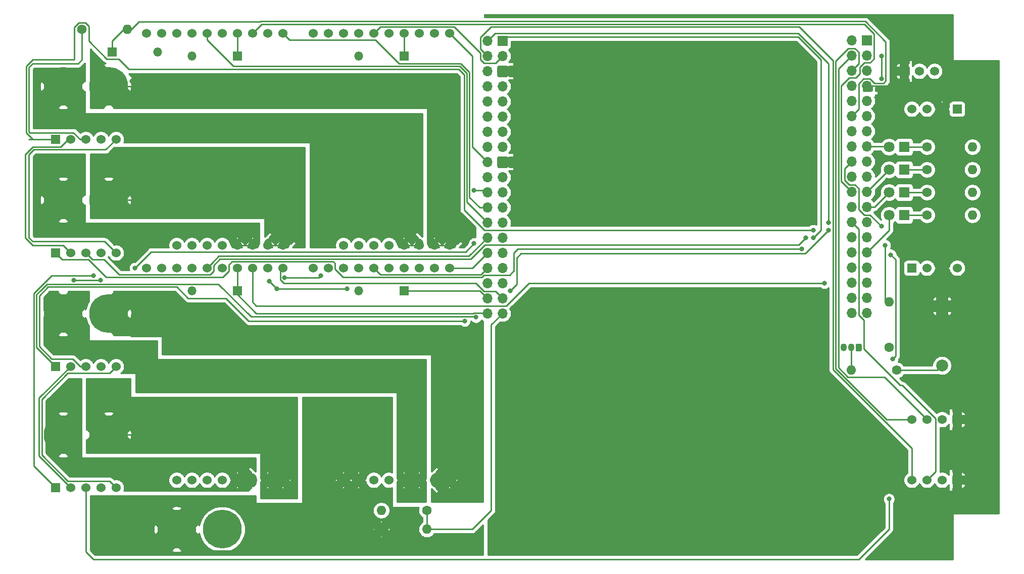
<source format=gtl>
G04 #@! TF.GenerationSoftware,KiCad,Pcbnew,(5.1.9)-1*
G04 #@! TF.CreationDate,2021-06-19T16:16:09+09:00*
G04 #@! TF.ProjectId,_______,b3de8ab7-fceb-4c92-9e6b-696361645f70,rev?*
G04 #@! TF.SameCoordinates,Original*
G04 #@! TF.FileFunction,Copper,L1,Top*
G04 #@! TF.FilePolarity,Positive*
%FSLAX46Y46*%
G04 Gerber Fmt 4.6, Leading zero omitted, Abs format (unit mm)*
G04 Created by KiCad (PCBNEW (5.1.9)-1) date 2021-06-19 16:16:09*
%MOMM*%
%LPD*%
G01*
G04 APERTURE LIST*
G04 #@! TA.AperFunction,ComponentPad*
%ADD10C,1.524000*%
G04 #@! TD*
G04 #@! TA.AperFunction,ComponentPad*
%ADD11C,6.500000*%
G04 #@! TD*
G04 #@! TA.AperFunction,ComponentPad*
%ADD12R,1.700000X1.700000*%
G04 #@! TD*
G04 #@! TA.AperFunction,ComponentPad*
%ADD13O,1.700000X1.700000*%
G04 #@! TD*
G04 #@! TA.AperFunction,ComponentPad*
%ADD14R,1.500000X1.500000*%
G04 #@! TD*
G04 #@! TA.AperFunction,ComponentPad*
%ADD15O,1.500000X1.500000*%
G04 #@! TD*
G04 #@! TA.AperFunction,ComponentPad*
%ADD16R,1.800000X1.800000*%
G04 #@! TD*
G04 #@! TA.AperFunction,ComponentPad*
%ADD17C,1.800000*%
G04 #@! TD*
G04 #@! TA.AperFunction,ComponentPad*
%ADD18R,1.524000X1.524000*%
G04 #@! TD*
G04 #@! TA.AperFunction,ComponentPad*
%ADD19C,1.600000*%
G04 #@! TD*
G04 #@! TA.AperFunction,ComponentPad*
%ADD20O,1.600000X1.600000*%
G04 #@! TD*
G04 #@! TA.AperFunction,ComponentPad*
%ADD21C,2.000000*%
G04 #@! TD*
G04 #@! TA.AperFunction,ComponentPad*
%ADD22R,2.000000X2.000000*%
G04 #@! TD*
G04 #@! TA.AperFunction,ComponentPad*
%ADD23O,1.050000X1.300000*%
G04 #@! TD*
G04 #@! TA.AperFunction,ViaPad*
%ADD24C,0.800000*%
G04 #@! TD*
G04 #@! TA.AperFunction,Conductor*
%ADD25C,0.250000*%
G04 #@! TD*
G04 #@! TA.AperFunction,Conductor*
%ADD26C,0.254000*%
G04 #@! TD*
G04 #@! TA.AperFunction,Conductor*
%ADD27C,0.150000*%
G04 #@! TD*
G04 APERTURE END LIST*
D10*
X111760000Y-81280000D03*
X109220000Y-81280000D03*
X106680000Y-81280000D03*
X104140000Y-81280000D03*
X101600000Y-81280000D03*
X99060000Y-81280000D03*
X96520000Y-81280000D03*
X93980000Y-81280000D03*
X91440000Y-81280000D03*
X88900000Y-81280000D03*
X111760000Y-116840000D03*
X109220000Y-116840000D03*
X106680000Y-116840000D03*
X104140000Y-116840000D03*
X101600000Y-116840000D03*
X99060000Y-116840000D03*
X96520000Y-116840000D03*
X93980000Y-116840000D03*
D11*
X74930000Y-50800000D03*
X82550000Y-50800000D03*
D12*
X209635001Y-43100001D03*
D13*
X207095001Y-43100001D03*
X209635001Y-45640001D03*
X207095001Y-45640001D03*
X209635001Y-48180001D03*
X207095001Y-48180001D03*
X209635001Y-50720001D03*
X207095001Y-50720001D03*
X209635001Y-53260001D03*
X207095001Y-53260001D03*
X209635001Y-55800001D03*
X207095001Y-55800001D03*
X209635001Y-58340001D03*
X207095001Y-58340001D03*
X209635001Y-60880001D03*
X207095001Y-60880001D03*
X209635001Y-63420001D03*
X207095001Y-63420001D03*
X209635001Y-65960001D03*
X207095001Y-65960001D03*
X209635001Y-68500001D03*
X207095001Y-68500001D03*
X209635001Y-71040001D03*
X207095001Y-71040001D03*
X209635001Y-73580001D03*
X207095001Y-73580001D03*
X209635001Y-76120001D03*
X207095001Y-76120001D03*
X209635001Y-78660001D03*
X207095001Y-78660001D03*
X209635001Y-81200001D03*
X207095001Y-81200001D03*
X209635001Y-83740001D03*
X207095001Y-83740001D03*
X209635001Y-86280001D03*
X207095001Y-86280001D03*
X209635001Y-88820001D03*
X207095001Y-88820001D03*
D10*
X121920000Y-116840000D03*
X124460000Y-116840000D03*
X127000000Y-116840000D03*
X129540000Y-116840000D03*
X132080000Y-116840000D03*
X134620000Y-116840000D03*
X137160000Y-116840000D03*
X139700000Y-116840000D03*
X116840000Y-81280000D03*
X119380000Y-81280000D03*
X121920000Y-81280000D03*
X124460000Y-81280000D03*
X127000000Y-81280000D03*
X129540000Y-81280000D03*
X132080000Y-81280000D03*
X134620000Y-81280000D03*
X137160000Y-81280000D03*
X139700000Y-81280000D03*
D14*
X132080000Y-85090000D03*
D15*
X124460000Y-85090000D03*
X124460000Y-45720000D03*
D14*
X132080000Y-45720000D03*
D15*
X96520000Y-45720000D03*
D14*
X104140000Y-45720000D03*
X104140000Y-85090000D03*
D15*
X96520000Y-85090000D03*
D16*
X215900000Y-60960000D03*
D17*
X213360000Y-60960000D03*
D16*
X215900000Y-68580000D03*
D17*
X213360000Y-68580000D03*
X213360000Y-64770000D03*
D16*
X215900000Y-64770000D03*
D17*
X213360000Y-72390000D03*
D16*
X215900000Y-72390000D03*
D18*
X224790000Y-106680000D03*
D10*
X222250000Y-106680000D03*
X219710000Y-106680000D03*
X217170000Y-106680000D03*
D13*
X146050000Y-88900000D03*
X148590000Y-88900000D03*
X146050000Y-86360000D03*
X148590000Y-86360000D03*
X146050000Y-83820000D03*
X148590000Y-83820000D03*
X146050000Y-81280000D03*
X148590000Y-81280000D03*
X146050000Y-78740000D03*
X148590000Y-78740000D03*
X146050000Y-76200000D03*
X148590000Y-76200000D03*
X146050000Y-73660000D03*
X148590000Y-73660000D03*
X146050000Y-71120000D03*
X148590000Y-71120000D03*
X146050000Y-68580000D03*
X148590000Y-68580000D03*
X146050000Y-66040000D03*
X148590000Y-66040000D03*
X146050000Y-63500000D03*
X148590000Y-63500000D03*
X146050000Y-60960000D03*
X148590000Y-60960000D03*
X146050000Y-58420000D03*
X148590000Y-58420000D03*
X146050000Y-55880000D03*
X148590000Y-55880000D03*
X146050000Y-53340000D03*
X148590000Y-53340000D03*
X146050000Y-50800000D03*
X148590000Y-50800000D03*
X146050000Y-48260000D03*
X148590000Y-48260000D03*
X146050000Y-45720000D03*
X148590000Y-45720000D03*
X146050000Y-43180000D03*
D12*
X148590000Y-43180000D03*
D10*
X121920000Y-77470000D03*
X124460000Y-77470000D03*
X127000000Y-77470000D03*
X129540000Y-77470000D03*
X132080000Y-77470000D03*
X134620000Y-77470000D03*
X137160000Y-77470000D03*
X139700000Y-77470000D03*
X116840000Y-41910000D03*
X119380000Y-41910000D03*
X121920000Y-41910000D03*
X124460000Y-41910000D03*
X127000000Y-41910000D03*
X129540000Y-41910000D03*
X132080000Y-41910000D03*
X134620000Y-41910000D03*
X137160000Y-41910000D03*
X139700000Y-41910000D03*
X111760000Y-41910000D03*
X109220000Y-41910000D03*
X106680000Y-41910000D03*
X104140000Y-41910000D03*
X101600000Y-41910000D03*
X99060000Y-41910000D03*
X96520000Y-41910000D03*
X93980000Y-41910000D03*
X91440000Y-41910000D03*
X88900000Y-41910000D03*
X111760000Y-77470000D03*
X109220000Y-77470000D03*
X106680000Y-77470000D03*
X104140000Y-77470000D03*
X101600000Y-77470000D03*
X99060000Y-77470000D03*
X96520000Y-77470000D03*
X93980000Y-77470000D03*
X217170000Y-54610000D03*
X219710000Y-54610000D03*
X222250000Y-54610000D03*
D18*
X224790000Y-54610000D03*
D19*
X219710000Y-60960000D03*
D20*
X227330000Y-60960000D03*
D19*
X219710000Y-68580000D03*
D20*
X227330000Y-68580000D03*
X227330000Y-64770000D03*
D19*
X219710000Y-64770000D03*
D20*
X227330000Y-72390000D03*
D19*
X219710000Y-72390000D03*
D18*
X73660000Y-59690000D03*
D10*
X76200000Y-59690000D03*
X78740000Y-59690000D03*
X81280000Y-59690000D03*
X83820000Y-59690000D03*
X83820000Y-78740000D03*
X81280000Y-78740000D03*
X78740000Y-78740000D03*
X76200000Y-78740000D03*
D18*
X73660000Y-78740000D03*
D10*
X83820000Y-97790000D03*
X81280000Y-97790000D03*
X78740000Y-97790000D03*
X76200000Y-97790000D03*
D18*
X73660000Y-97790000D03*
X73660000Y-118110000D03*
D10*
X76200000Y-118110000D03*
X78740000Y-118110000D03*
X81280000Y-118110000D03*
X83820000Y-118110000D03*
D18*
X217170000Y-81280000D03*
D10*
X219710000Y-81280000D03*
X222250000Y-81280000D03*
X224790000Y-81280000D03*
D21*
X222250000Y-97630000D03*
D22*
X222250000Y-87630000D03*
D11*
X82550000Y-69850000D03*
X74930000Y-69850000D03*
X82550000Y-88900000D03*
X74930000Y-88900000D03*
X74930000Y-109220000D03*
X82550000Y-109220000D03*
X101600000Y-125095000D03*
X93980000Y-125095000D03*
D18*
X215900000Y-48260000D03*
D10*
X218440000Y-48260000D03*
X220980000Y-48260000D03*
D23*
X207010000Y-94615000D03*
X205740000Y-94615000D03*
G04 #@! TA.AperFunction,ComponentPad*
G36*
G01*
X208805000Y-94214900D02*
X208805000Y-95015100D01*
G75*
G02*
X208555100Y-95265000I-249900J0D01*
G01*
X208004900Y-95265000D01*
G75*
G02*
X207755000Y-95015100I0J249900D01*
G01*
X207755000Y-94214900D01*
G75*
G02*
X208004900Y-93965000I249900J0D01*
G01*
X208555100Y-93965000D01*
G75*
G02*
X208805000Y-94214900I0J-249900D01*
G01*
G37*
G04 #@! TD.AperFunction*
D19*
X213360000Y-94615000D03*
D20*
X213360000Y-86995000D03*
X207010000Y-98425000D03*
D19*
X214630000Y-98425000D03*
D20*
X135890000Y-125095000D03*
D19*
X128270000Y-125095000D03*
X135890000Y-121920000D03*
D20*
X128270000Y-121920000D03*
D14*
X83185000Y-45085000D03*
D15*
X90805000Y-45085000D03*
D19*
X78105000Y-41275000D03*
D20*
X85725000Y-41275000D03*
D18*
X224790000Y-116840000D03*
D10*
X222250000Y-116840000D03*
X219710000Y-116840000D03*
X217170000Y-116840000D03*
D24*
X112077500Y-82867500D03*
X118110000Y-82550000D03*
X122555000Y-84776002D03*
X109537500Y-83502500D03*
X110807500Y-84772500D03*
X199390000Y-48260000D03*
X81189999Y-83275001D03*
X76744999Y-83275001D03*
X144145000Y-89535000D03*
X142240000Y-90170000D03*
X80010000Y-82550000D03*
X86995000Y-81280000D03*
X143827500Y-77152500D03*
X143827500Y-68262500D03*
X198755000Y-78105000D03*
X199390000Y-76200000D03*
X212090000Y-74295000D03*
X213677500Y-79057500D03*
X213995000Y-96520000D03*
X213360000Y-120015000D03*
X212090000Y-45720000D03*
X212090000Y-49530000D03*
X200660000Y-74930000D03*
X203200000Y-74930000D03*
X149860000Y-85090000D03*
X202565000Y-83820000D03*
X200660000Y-76200000D03*
X203200000Y-73660000D03*
X212725000Y-77470000D03*
D25*
X82732999Y-117022999D02*
X83820000Y-118110000D01*
X75749409Y-117022999D02*
X82732999Y-117022999D01*
X71354999Y-112628589D02*
X75749409Y-117022999D01*
X71354999Y-103271411D02*
X71354999Y-112628589D01*
X75749409Y-98877001D02*
X71354999Y-103271411D01*
X82732999Y-98877001D02*
X75749409Y-98877001D01*
X83820000Y-97790000D02*
X82732999Y-98877001D01*
X82099990Y-61410010D02*
X83820000Y-59690000D01*
X70036400Y-61410010D02*
X82099990Y-61410010D01*
X69215000Y-62231410D02*
X70036400Y-61410010D01*
X69215000Y-76200000D02*
X69215000Y-62231410D01*
X69850000Y-76835000D02*
X69215000Y-76200000D01*
X81915000Y-76835000D02*
X69850000Y-76835000D01*
X83820000Y-78740000D02*
X81915000Y-76835000D01*
X112077500Y-82867500D02*
X117792500Y-82867500D01*
X118110000Y-82550000D02*
X118110000Y-82550000D01*
X118110000Y-82550000D02*
X117792500Y-82867500D01*
X132080000Y-41910000D02*
X132080000Y-45720000D01*
X144780000Y-85090000D02*
X146050000Y-86360000D01*
X132080000Y-85090000D02*
X144780000Y-85090000D01*
X104140000Y-45720000D02*
X104140000Y-41910000D01*
X104140000Y-81280000D02*
X104140000Y-85090000D01*
X104140000Y-85090000D02*
X104140000Y-85725000D01*
X104140000Y-85725000D02*
X107315000Y-88900000D01*
X145959999Y-88809999D02*
X146050000Y-88900000D01*
X143796999Y-88809999D02*
X145959999Y-88809999D01*
X143706998Y-88900000D02*
X143796999Y-88809999D01*
X107315000Y-88900000D02*
X143706998Y-88900000D01*
X215900000Y-60960000D02*
X219710000Y-60960000D01*
X213280001Y-60880001D02*
X213360000Y-60960000D01*
X209635001Y-60880001D02*
X213280001Y-60880001D01*
X215900000Y-68580000D02*
X219710000Y-68580000D01*
X210899999Y-71040001D02*
X213360000Y-68580000D01*
X209635001Y-71040001D02*
X210899999Y-71040001D01*
X213360000Y-64775002D02*
X213360000Y-64770000D01*
X209635001Y-68500001D02*
X213360000Y-64775002D01*
X215900000Y-64770000D02*
X219710000Y-64770000D01*
X213360000Y-74935002D02*
X213360000Y-72390000D01*
X209635001Y-78660001D02*
X213360000Y-74935002D01*
X215900000Y-72390000D02*
X219710000Y-72390000D01*
X204889990Y-47845012D02*
X207095001Y-45640001D01*
X206469999Y-99550001D02*
X204889990Y-97969992D01*
X212580001Y-99550001D02*
X206469999Y-99550001D01*
X204889990Y-97969992D02*
X204889990Y-47845012D01*
X219710000Y-106680000D02*
X212580001Y-99550001D01*
X208270002Y-45076000D02*
X208270002Y-47005000D01*
X207659002Y-44465000D02*
X208270002Y-45076000D01*
X206531000Y-44465000D02*
X207659002Y-44465000D01*
X204439981Y-46556019D02*
X206531000Y-44465000D01*
X208270002Y-47005000D02*
X207095001Y-48180001D01*
X204439981Y-98156393D02*
X204439981Y-46556019D01*
X212963588Y-106680000D02*
X204439981Y-98156393D01*
X217170000Y-106680000D02*
X212963588Y-106680000D01*
X222250000Y-54610000D02*
X222250000Y-81280000D01*
X222250000Y-87630000D02*
X222250000Y-81280000D01*
X222250000Y-87630000D02*
X223520000Y-87630000D01*
X224790000Y-88900000D02*
X224790000Y-106680000D01*
X223520000Y-87630000D02*
X224790000Y-88900000D01*
X224790000Y-106680000D02*
X224790000Y-116840000D01*
X70904990Y-103085010D02*
X76200000Y-97790000D01*
X70904990Y-112814990D02*
X70904990Y-103085010D01*
X76200000Y-118110000D02*
X70904990Y-112814990D01*
X122555000Y-84776002D02*
X110811002Y-84776002D01*
X110811002Y-84776002D02*
X110807500Y-84772500D01*
X110807500Y-84772500D02*
X109537500Y-83502500D01*
X148590000Y-63500000D02*
X150495000Y-63500000D01*
X150495000Y-63500000D02*
X150495000Y-48260000D01*
X150495000Y-48260000D02*
X148590000Y-48260000D01*
X150495000Y-48260000D02*
X198120000Y-48260000D01*
X199390000Y-48260000D02*
X196850000Y-48260000D01*
X80358001Y-83275001D02*
X81189999Y-83275001D01*
X76744999Y-83275001D02*
X80358001Y-83275001D01*
X76200000Y-78740000D02*
X74930000Y-77470000D01*
X68580000Y-62230000D02*
X69850000Y-60960000D01*
X75769002Y-59690000D02*
X76200000Y-59690000D01*
X74499002Y-60960000D02*
X75769002Y-59690000D01*
X69850000Y-60960000D02*
X74499002Y-60960000D01*
X69848590Y-77470000D02*
X68580000Y-76201410D01*
X74930000Y-77470000D02*
X69848590Y-77470000D01*
X68580000Y-76201410D02*
X68580000Y-62230000D01*
X68580000Y-62230000D02*
X69215000Y-61595000D01*
X215979999Y-48339999D02*
X215900000Y-48260000D01*
X215979999Y-50720001D02*
X215979999Y-48339999D01*
X209635001Y-50720001D02*
X215979999Y-50720001D01*
X218360001Y-50720001D02*
X215979999Y-50720001D01*
X222250000Y-54610000D02*
X218360001Y-50720001D01*
X111352499Y-83215501D02*
X111352499Y-81687501D01*
X111956998Y-83820000D02*
X111352499Y-83215501D01*
X111352499Y-81687501D02*
X111760000Y-81280000D01*
X144146410Y-83820000D02*
X111956998Y-83820000D01*
X145511409Y-85184999D02*
X144146410Y-83820000D01*
X147414999Y-85184999D02*
X145511409Y-85184999D01*
X148590000Y-86360000D02*
X147414999Y-85184999D01*
X70485000Y-94615000D02*
X73660000Y-97790000D01*
X70485000Y-85725000D02*
X70485000Y-94615000D01*
X144054999Y-89444999D02*
X106409997Y-89444999D01*
X106409997Y-89444999D02*
X100965000Y-84000002D01*
X144145000Y-89535000D02*
X144054999Y-89444999D01*
X72209998Y-84000002D02*
X71120000Y-85090000D01*
X100965000Y-84000002D02*
X72209998Y-84000002D01*
X71120000Y-85090000D02*
X70485000Y-85725000D01*
X71755000Y-84455000D02*
X71120000Y-85090000D01*
X99060000Y-81280000D02*
X100147001Y-80192999D01*
X101047021Y-79292979D02*
X99060000Y-81280000D01*
X142957021Y-79292979D02*
X101047021Y-79292979D01*
X146050000Y-76200000D02*
X142957021Y-79292979D01*
X73025705Y-96519295D02*
X76538057Y-96519295D01*
X70935010Y-94428600D02*
X73025705Y-96519295D01*
X70935010Y-85911400D02*
X70935010Y-94428600D01*
X77808762Y-97790000D02*
X78740000Y-97790000D01*
X93980000Y-84455000D02*
X72391410Y-84455000D01*
X95885000Y-86360000D02*
X93980000Y-84455000D01*
X102235000Y-86360000D02*
X95885000Y-86360000D01*
X106045000Y-90170000D02*
X102235000Y-86360000D01*
X76538057Y-96519295D02*
X77808762Y-97790000D01*
X72391410Y-84455000D02*
X70935010Y-85911400D01*
X142240000Y-90170000D02*
X106045000Y-90170000D01*
X143510000Y-81280000D02*
X146050000Y-78740000D01*
X139700000Y-81280000D02*
X143510000Y-81280000D01*
X144962999Y-82367001D02*
X146050000Y-81280000D01*
X128087001Y-82367001D02*
X144962999Y-82367001D01*
X127000000Y-81280000D02*
X128087001Y-82367001D01*
X73660000Y-118110000D02*
X70904989Y-115354989D01*
X70034991Y-85538599D02*
X73023590Y-82550000D01*
X70034990Y-114484990D02*
X70034991Y-85538599D01*
X73660000Y-118110000D02*
X70034990Y-114484990D01*
X73023590Y-82550000D02*
X80010000Y-82550000D01*
X80010000Y-82550000D02*
X80010000Y-82550000D01*
X89717999Y-78557001D02*
X142422999Y-78557001D01*
X86995000Y-81280000D02*
X89717999Y-78557001D01*
X142422999Y-78557001D02*
X143827500Y-77152500D01*
X145732500Y-68262500D02*
X146050000Y-68580000D01*
X143827500Y-68262500D02*
X145732500Y-68262500D01*
X139700000Y-41910000D02*
X143510000Y-45720000D01*
X143510000Y-60960000D02*
X146050000Y-63500000D01*
X143510000Y-45720000D02*
X143510000Y-60960000D01*
X147414999Y-46895001D02*
X148590000Y-45720000D01*
X145485999Y-46895001D02*
X147414999Y-46895001D01*
X144874999Y-46284001D02*
X145485999Y-46895001D01*
X144874999Y-45181409D02*
X144874999Y-46284001D01*
X140516589Y-40822999D02*
X144874999Y-45181409D01*
X128087001Y-40822999D02*
X140516589Y-40822999D01*
X127000000Y-41910000D02*
X128087001Y-40822999D01*
X82550000Y-45085000D02*
X83185000Y-45085000D01*
X83185000Y-45085000D02*
X83185000Y-44450000D01*
X208270002Y-54625000D02*
X207095001Y-55800001D01*
X209071000Y-49545000D02*
X208270002Y-50345998D01*
X210199002Y-49545000D02*
X209071000Y-49545000D01*
X212438001Y-50255001D02*
X210909003Y-50255001D01*
X212815001Y-49878001D02*
X212438001Y-50255001D01*
X208270002Y-50345998D02*
X208270002Y-54625000D01*
X212815001Y-43358589D02*
X212815001Y-49878001D01*
X210909003Y-50255001D02*
X210199002Y-49545000D01*
X209379392Y-39922980D02*
X212815001Y-43358589D01*
X108030611Y-39922981D02*
X209379392Y-39922980D01*
X107948590Y-40005000D02*
X108030611Y-39922981D01*
X87630000Y-40005000D02*
X107948590Y-40005000D01*
X83185000Y-43180000D02*
X85090000Y-41275000D01*
X83185000Y-45085000D02*
X83185000Y-43180000D01*
X85090000Y-41275000D02*
X86360000Y-41275000D01*
X86360000Y-41275000D02*
X87630000Y-40005000D01*
X198755000Y-78105000D02*
X198755000Y-78105000D01*
X150495000Y-78740000D02*
X151130000Y-78105000D01*
X149765001Y-82455001D02*
X150495000Y-81725002D01*
X145149400Y-82817010D02*
X145511409Y-82455001D01*
X74747001Y-79827001D02*
X79190591Y-79827001D01*
X73660000Y-78740000D02*
X74747001Y-79827001D01*
X124388305Y-82817066D02*
X145149400Y-82817010D01*
X79190591Y-79827001D02*
X82180601Y-82817011D01*
X82180601Y-82817011D02*
X101671751Y-82817011D01*
X102687001Y-80758239D02*
X103252241Y-80192999D01*
X101671751Y-82817011D02*
X102687001Y-81801761D01*
X151130000Y-78105000D02*
X198755000Y-78105000D01*
X120467001Y-80462001D02*
X120467001Y-81435763D01*
X102687001Y-81801761D02*
X102687001Y-80758239D01*
X103252241Y-80192999D02*
X120197999Y-80192999D01*
X150495000Y-81725002D02*
X150495000Y-78740000D01*
X120197999Y-80192999D02*
X120467001Y-80462001D01*
X120467001Y-81435763D02*
X121848304Y-82817066D01*
X145511409Y-82455001D02*
X149765001Y-82455001D01*
X121848304Y-82817066D02*
X124388305Y-82817066D01*
X199390000Y-76200000D02*
X199390000Y-76200000D01*
X145675997Y-77375001D02*
X198214999Y-77375001D01*
X143308009Y-79742989D02*
X145675997Y-77375001D01*
X101233421Y-79742989D02*
X143308009Y-79742989D01*
X198214999Y-77375001D02*
X199390000Y-76200000D01*
X100147001Y-80829409D02*
X101233421Y-79742989D01*
X100147001Y-81801761D02*
X100147001Y-80829409D01*
X84341761Y-82367001D02*
X99581761Y-82367001D01*
X99581761Y-82367001D02*
X100147001Y-81801761D01*
X79827001Y-79827001D02*
X81801761Y-79827001D01*
X81801761Y-79827001D02*
X84341761Y-82367001D01*
X78740000Y-78740000D02*
X79827001Y-79827001D01*
X78740000Y-118110000D02*
X78740000Y-128905000D01*
X78740000Y-128905000D02*
X80010000Y-130175000D01*
X80010000Y-130175000D02*
X200660000Y-130175000D01*
X209260998Y-72405000D02*
X210200000Y-72405000D01*
X208280000Y-71424002D02*
X209260998Y-72405000D01*
X210200000Y-72405000D02*
X212090000Y-74295000D01*
X212090000Y-74295000D02*
X212090000Y-74295000D01*
X213677500Y-79057500D02*
X214077499Y-79457499D01*
X213995000Y-96520000D02*
X213995000Y-96520000D01*
X213995000Y-96520000D02*
X214077499Y-96437501D01*
X206720998Y-67325000D02*
X207660000Y-67325000D01*
X207660000Y-67325000D02*
X208280000Y-67945000D01*
X205920000Y-66524002D02*
X206720998Y-67325000D01*
X207095001Y-63420001D02*
X205920000Y-64595002D01*
X205920000Y-64595002D02*
X205920000Y-66524002D01*
X208280000Y-67945000D02*
X208280000Y-71424002D01*
X214485001Y-79865001D02*
X213677500Y-79057500D01*
X214485001Y-96029999D02*
X214485001Y-79865001D01*
X213995000Y-96520000D02*
X214485001Y-96029999D01*
X213360000Y-120015000D02*
X213360000Y-125095000D01*
X213360000Y-125095000D02*
X208280000Y-130175000D01*
X208280000Y-130175000D02*
X198120000Y-130175000D01*
X99060000Y-42987630D02*
X99060000Y-41910000D01*
X103512380Y-47440010D02*
X99060000Y-42987630D01*
X141418600Y-47440010D02*
X103512380Y-47440010D01*
X142609980Y-48631390D02*
X141418600Y-47440010D01*
X142609980Y-70219980D02*
X142609980Y-48631390D01*
X146050000Y-73660000D02*
X142609980Y-70219980D01*
X112847001Y-42997001D02*
X111760000Y-41910000D01*
X127271999Y-42997001D02*
X112847001Y-42997001D01*
X131264998Y-46990000D02*
X127271999Y-42997001D01*
X141605000Y-46990000D02*
X131264998Y-46990000D01*
X143059990Y-69399990D02*
X143059990Y-48444990D01*
X143059990Y-48444990D02*
X141605000Y-46990000D01*
X144780000Y-71120000D02*
X143059990Y-69399990D01*
X146050000Y-71120000D02*
X144780000Y-71120000D01*
X212090000Y-45720000D02*
X212090000Y-47464004D01*
X212090000Y-47464004D02*
X212090000Y-49530000D01*
X212090000Y-49530000D02*
X212090000Y-49530000D01*
X209192991Y-40372989D02*
X108217010Y-40372990D01*
X210810002Y-41990000D02*
X209192991Y-40372989D01*
X209260998Y-46815002D02*
X210199002Y-46815002D01*
X208460000Y-47616000D02*
X209260998Y-46815002D01*
X208460000Y-48715000D02*
X208460000Y-47616000D01*
X108217010Y-40372990D02*
X106680000Y-41910000D01*
X207819998Y-49355002D02*
X208460000Y-48715000D01*
X210810002Y-46204002D02*
X210810002Y-41990000D01*
X206720998Y-49355002D02*
X207819998Y-49355002D01*
X205340000Y-50736000D02*
X206720998Y-49355002D01*
X205340000Y-66745000D02*
X205340000Y-50736000D01*
X210199002Y-46815002D02*
X210810002Y-46204002D01*
X207095001Y-68500001D02*
X205340000Y-66745000D01*
X200660000Y-74930000D02*
X200660000Y-74930000D01*
X207089999Y-81200001D02*
X207095001Y-81200001D01*
X84245001Y-46210001D02*
X85925020Y-47890020D01*
X141232200Y-47890020D02*
X142159970Y-48817790D01*
X142159970Y-71508972D02*
X145580998Y-74930000D01*
X85925020Y-47890020D02*
X141232200Y-47890020D01*
X145580998Y-74930000D02*
X200660000Y-74930000D01*
X142159970Y-48817790D02*
X142159970Y-71508972D01*
X77564999Y-40149999D02*
X76835000Y-40879998D01*
X78645001Y-40149999D02*
X77564999Y-40149999D01*
X79230001Y-40734999D02*
X78645001Y-40149999D01*
X79230001Y-43215003D02*
X79230001Y-40734999D01*
X82224999Y-46210001D02*
X79230001Y-43215003D01*
X84245001Y-46210001D02*
X82224999Y-46210001D01*
X76835000Y-40879998D02*
X76835000Y-46355000D01*
X69848590Y-59690000D02*
X73660000Y-59690000D01*
X68764991Y-58606401D02*
X69848590Y-59690000D01*
X68764990Y-47438600D02*
X68764991Y-58606401D01*
X69848590Y-46355000D02*
X68764990Y-47438600D01*
X76835000Y-46355000D02*
X69848590Y-46355000D01*
X73660000Y-59690000D02*
X69215000Y-59690000D01*
X207015002Y-71120000D02*
X207095001Y-71040001D01*
X149860000Y-85090000D02*
X149860000Y-85090000D01*
X203200000Y-74930000D02*
X199299999Y-78830001D01*
X150945010Y-84004990D02*
X149860000Y-85090000D01*
X150945010Y-79559990D02*
X151674999Y-78830001D01*
X199299999Y-78830001D02*
X151674999Y-78830001D01*
X150945010Y-79559990D02*
X150945010Y-84004990D01*
X202565000Y-83820000D02*
X202565000Y-83820000D01*
X153035000Y-83820000D02*
X202565000Y-83820000D01*
X107316410Y-87630000D02*
X149225000Y-87630000D01*
X149225000Y-87630000D02*
X153035000Y-83820000D01*
X106680000Y-86993590D02*
X107316410Y-87630000D01*
X106680000Y-81280000D02*
X106680000Y-86993590D01*
X97555001Y-128670001D02*
X93980000Y-125095000D01*
X110089999Y-128670001D02*
X97555001Y-128670001D01*
X121920000Y-116840000D02*
X110089999Y-128670001D01*
X209130010Y-89995002D02*
X208270002Y-89134994D01*
X208270002Y-74755002D02*
X207095001Y-73580001D01*
X209130010Y-94830010D02*
X209130010Y-89995002D01*
X208270002Y-89134994D02*
X208270002Y-74755002D01*
X215265000Y-100965000D02*
X209130010Y-94830010D01*
X215603762Y-100965000D02*
X215265000Y-100965000D01*
X221162999Y-106524237D02*
X215603762Y-100965000D01*
X221162999Y-115387001D02*
X221162999Y-106524237D01*
X219710000Y-116840000D02*
X221162999Y-115387001D01*
X217170000Y-116840000D02*
X217170000Y-111522822D01*
X203989971Y-98342793D02*
X203989971Y-46509971D01*
X217170000Y-111522822D02*
X203989971Y-98342793D01*
X144874999Y-44544999D02*
X146050000Y-45720000D01*
X144874999Y-42615999D02*
X144874999Y-44544999D01*
X146667999Y-40822999D02*
X144874999Y-42615999D01*
X198302999Y-40822999D02*
X146667999Y-40822999D01*
X203989971Y-46509971D02*
X198302999Y-40822999D01*
X221455000Y-98425000D02*
X222250000Y-97630000D01*
X214630000Y-98425000D02*
X221455000Y-98425000D01*
X141605000Y-125095000D02*
X143510000Y-125095000D01*
X135890000Y-121920000D02*
X135890000Y-125095000D01*
X135890000Y-125095000D02*
X142240000Y-125095000D01*
X148590000Y-88900000D02*
X146685000Y-90805000D01*
X146685000Y-121920000D02*
X143510000Y-125095000D01*
X146685000Y-90805000D02*
X146685000Y-121920000D01*
X149225000Y-42545000D02*
X148590000Y-43180000D01*
X198118590Y-42545000D02*
X149225000Y-42545000D01*
X201930000Y-46356410D02*
X198118590Y-42545000D01*
X201930000Y-73660000D02*
X201930000Y-46356410D01*
X200660000Y-76200000D02*
X201930000Y-74930000D01*
X201930000Y-74930000D02*
X201930000Y-73660000D01*
X147320000Y-41910000D02*
X146050000Y-43180000D01*
X198120000Y-41910000D02*
X147320000Y-41910000D01*
X203200000Y-46990000D02*
X198120000Y-41910000D01*
X203200000Y-73660000D02*
X203200000Y-46990000D01*
X212725000Y-86995000D02*
X212725000Y-77470000D01*
X212725000Y-77470000D02*
X212725000Y-77470000D01*
X212725000Y-86360000D02*
X212725000Y-77470000D01*
X213360000Y-86995000D02*
X212725000Y-86360000D01*
X74930000Y-50800000D02*
X78505001Y-54375001D01*
X132080000Y-77470000D02*
X134620000Y-77470000D01*
X82550000Y-50800000D02*
X134620000Y-50800000D01*
X139700000Y-55880000D02*
X139700000Y-77470000D01*
X134620000Y-50800000D02*
X139700000Y-55880000D01*
X137160000Y-77470000D02*
X139700000Y-77470000D01*
X82550000Y-69850000D02*
X107950000Y-69850000D01*
X111760000Y-73660000D02*
X111760000Y-77470000D01*
X107950000Y-69850000D02*
X111760000Y-73660000D01*
X109220000Y-77470000D02*
X111760000Y-77470000D01*
X74930000Y-69850000D02*
X78505001Y-73425001D01*
X104140000Y-77470000D02*
X106680000Y-77470000D01*
X74930000Y-88900000D02*
X74930000Y-91440000D01*
X132080000Y-116840000D02*
X134620000Y-116840000D01*
X74930000Y-88900000D02*
X76538762Y-88900000D01*
X133985000Y-116205000D02*
X134620000Y-116840000D01*
X137160000Y-116840000D02*
X139700000Y-116840000D01*
X139700000Y-116840000D02*
X139700000Y-92710000D01*
X86360000Y-92710000D02*
X82550000Y-88900000D01*
X139700000Y-92710000D02*
X86360000Y-92710000D01*
X82550000Y-109220000D02*
X110490000Y-109220000D01*
X111760000Y-110490000D02*
X111760000Y-116840000D01*
X110490000Y-109220000D02*
X111760000Y-110490000D01*
X109220000Y-116840000D02*
X111760000Y-116840000D01*
X106680000Y-116840000D02*
X104140000Y-116840000D01*
X69363119Y-58568119D02*
X69215000Y-58420000D01*
X76686881Y-58568119D02*
X69363119Y-58568119D01*
X77808762Y-59690000D02*
X76686881Y-58568119D01*
X78740000Y-59690000D02*
X77808762Y-59690000D01*
X69850000Y-46990000D02*
X69215000Y-47625000D01*
X77470000Y-46990000D02*
X69850000Y-46990000D01*
X69215000Y-58420000D02*
X69215000Y-47625000D01*
X78105000Y-41275000D02*
X78105000Y-46355000D01*
X78105000Y-46355000D02*
X77470000Y-46990000D01*
X207010000Y-98425000D02*
X207010000Y-94615000D01*
D26*
X77978000Y-108820822D02*
X77578822Y-109220000D01*
X77978000Y-109619178D01*
X77978000Y-113030000D01*
X77980440Y-113054776D01*
X77987667Y-113078601D01*
X77999403Y-113100557D01*
X78015197Y-113119803D01*
X78034443Y-113135597D01*
X78056399Y-113147333D01*
X78080224Y-113154560D01*
X78105000Y-113157000D01*
X107188000Y-113157000D01*
X107188000Y-115363653D01*
X106347761Y-114523414D01*
X105894403Y-114976772D01*
X106429922Y-115512291D01*
X106371774Y-115633748D01*
X106680000Y-115941974D01*
X106769803Y-115852172D01*
X107188000Y-116270369D01*
X107188000Y-117409631D01*
X106769803Y-117827829D01*
X106680000Y-117738026D01*
X106371774Y-118046252D01*
X106429922Y-118167709D01*
X105979631Y-118618000D01*
X85121681Y-118618000D01*
X85163314Y-118517490D01*
X85217000Y-118247592D01*
X85217000Y-117972408D01*
X85163314Y-117702510D01*
X85058005Y-117448273D01*
X84905120Y-117219465D01*
X84710535Y-117024880D01*
X84481727Y-116871995D01*
X84227490Y-116766686D01*
X83957592Y-116713000D01*
X83682408Y-116713000D01*
X83528429Y-116743628D01*
X83487210Y-116702408D01*
X92583000Y-116702408D01*
X92583000Y-116977592D01*
X92636686Y-117247490D01*
X92741995Y-117501727D01*
X92894880Y-117730535D01*
X93089465Y-117925120D01*
X93318273Y-118078005D01*
X93572510Y-118183314D01*
X93842408Y-118237000D01*
X94117592Y-118237000D01*
X94387490Y-118183314D01*
X94641727Y-118078005D01*
X94870535Y-117925120D01*
X95065120Y-117730535D01*
X95218005Y-117501727D01*
X95250000Y-117424485D01*
X95281995Y-117501727D01*
X95434880Y-117730535D01*
X95629465Y-117925120D01*
X95858273Y-118078005D01*
X96112510Y-118183314D01*
X96382408Y-118237000D01*
X96657592Y-118237000D01*
X96927490Y-118183314D01*
X97181727Y-118078005D01*
X97410535Y-117925120D01*
X97605120Y-117730535D01*
X97758005Y-117501727D01*
X97790000Y-117424485D01*
X97821995Y-117501727D01*
X97974880Y-117730535D01*
X98169465Y-117925120D01*
X98398273Y-118078005D01*
X98652510Y-118183314D01*
X98922408Y-118237000D01*
X99197592Y-118237000D01*
X99467490Y-118183314D01*
X99721727Y-118078005D01*
X99950535Y-117925120D01*
X100145120Y-117730535D01*
X100298005Y-117501727D01*
X100330000Y-117424485D01*
X100361995Y-117501727D01*
X100514880Y-117730535D01*
X100709465Y-117925120D01*
X100938273Y-118078005D01*
X101192510Y-118183314D01*
X101462408Y-118237000D01*
X101737592Y-118237000D01*
X102007490Y-118183314D01*
X102261727Y-118078005D01*
X102309248Y-118046252D01*
X103831774Y-118046252D01*
X103917863Y-118226071D01*
X104192541Y-118242775D01*
X104362137Y-118226071D01*
X104448226Y-118046252D01*
X104140000Y-117738026D01*
X103831774Y-118046252D01*
X102309248Y-118046252D01*
X102490535Y-117925120D01*
X102685120Y-117730535D01*
X102838005Y-117501727D01*
X102943314Y-117247490D01*
X102970337Y-117111637D01*
X103241974Y-116840000D01*
X105038026Y-116840000D01*
X105346252Y-117148226D01*
X105410000Y-117117706D01*
X105473748Y-117148226D01*
X105781974Y-116840000D01*
X105473748Y-116531774D01*
X105410000Y-116562294D01*
X105346252Y-116531774D01*
X105038026Y-116840000D01*
X103241974Y-116840000D01*
X102970337Y-116568363D01*
X102943314Y-116432510D01*
X102838005Y-116178273D01*
X102685120Y-115949465D01*
X102490535Y-115754880D01*
X102309249Y-115633748D01*
X103831774Y-115633748D01*
X104140000Y-115941974D01*
X104448226Y-115633748D01*
X104362137Y-115453929D01*
X104087459Y-115437225D01*
X103917863Y-115453929D01*
X103831774Y-115633748D01*
X102309249Y-115633748D01*
X102261727Y-115601995D01*
X102007490Y-115496686D01*
X101737592Y-115443000D01*
X101462408Y-115443000D01*
X101192510Y-115496686D01*
X100938273Y-115601995D01*
X100709465Y-115754880D01*
X100514880Y-115949465D01*
X100361995Y-116178273D01*
X100330000Y-116255515D01*
X100298005Y-116178273D01*
X100145120Y-115949465D01*
X99950535Y-115754880D01*
X99721727Y-115601995D01*
X99467490Y-115496686D01*
X99197592Y-115443000D01*
X98922408Y-115443000D01*
X98652510Y-115496686D01*
X98398273Y-115601995D01*
X98169465Y-115754880D01*
X97974880Y-115949465D01*
X97821995Y-116178273D01*
X97790000Y-116255515D01*
X97758005Y-116178273D01*
X97605120Y-115949465D01*
X97410535Y-115754880D01*
X97181727Y-115601995D01*
X96927490Y-115496686D01*
X96657592Y-115443000D01*
X96382408Y-115443000D01*
X96112510Y-115496686D01*
X95858273Y-115601995D01*
X95629465Y-115754880D01*
X95434880Y-115949465D01*
X95281995Y-116178273D01*
X95250000Y-116255515D01*
X95218005Y-116178273D01*
X95065120Y-115949465D01*
X94870535Y-115754880D01*
X94641727Y-115601995D01*
X94387490Y-115496686D01*
X94117592Y-115443000D01*
X93842408Y-115443000D01*
X93572510Y-115496686D01*
X93318273Y-115601995D01*
X93089465Y-115754880D01*
X92894880Y-115949465D01*
X92741995Y-116178273D01*
X92636686Y-116432510D01*
X92583000Y-116702408D01*
X83487210Y-116702408D01*
X83296803Y-116512001D01*
X83273000Y-116482998D01*
X83157275Y-116388025D01*
X83025246Y-116317453D01*
X82881985Y-116273996D01*
X82770332Y-116262999D01*
X82770321Y-116262999D01*
X82732999Y-116259323D01*
X82695677Y-116262999D01*
X76064211Y-116262999D01*
X72638793Y-112837581D01*
X73961241Y-112837581D01*
X74432048Y-113091909D01*
X75196988Y-113114656D01*
X75427952Y-113091909D01*
X75898759Y-112837581D01*
X74930000Y-111868822D01*
X73961241Y-112837581D01*
X72638793Y-112837581D01*
X72114999Y-112313788D01*
X72114999Y-109386179D01*
X72281178Y-109220000D01*
X72114999Y-109053821D01*
X72114999Y-105602419D01*
X73961241Y-105602419D01*
X74930000Y-106571178D01*
X75898759Y-105602419D01*
X75427952Y-105348091D01*
X74663012Y-105325344D01*
X74432048Y-105348091D01*
X73961241Y-105602419D01*
X72114999Y-105602419D01*
X72114999Y-103586212D01*
X75879212Y-99822000D01*
X77978000Y-99822000D01*
X77978000Y-108820822D01*
G04 #@! TA.AperFunction,Conductor*
D27*
G36*
X77978000Y-108820822D02*
G01*
X77578822Y-109220000D01*
X77978000Y-109619178D01*
X77978000Y-113030000D01*
X77980440Y-113054776D01*
X77987667Y-113078601D01*
X77999403Y-113100557D01*
X78015197Y-113119803D01*
X78034443Y-113135597D01*
X78056399Y-113147333D01*
X78080224Y-113154560D01*
X78105000Y-113157000D01*
X107188000Y-113157000D01*
X107188000Y-115363653D01*
X106347761Y-114523414D01*
X105894403Y-114976772D01*
X106429922Y-115512291D01*
X106371774Y-115633748D01*
X106680000Y-115941974D01*
X106769803Y-115852172D01*
X107188000Y-116270369D01*
X107188000Y-117409631D01*
X106769803Y-117827829D01*
X106680000Y-117738026D01*
X106371774Y-118046252D01*
X106429922Y-118167709D01*
X105979631Y-118618000D01*
X85121681Y-118618000D01*
X85163314Y-118517490D01*
X85217000Y-118247592D01*
X85217000Y-117972408D01*
X85163314Y-117702510D01*
X85058005Y-117448273D01*
X84905120Y-117219465D01*
X84710535Y-117024880D01*
X84481727Y-116871995D01*
X84227490Y-116766686D01*
X83957592Y-116713000D01*
X83682408Y-116713000D01*
X83528429Y-116743628D01*
X83487210Y-116702408D01*
X92583000Y-116702408D01*
X92583000Y-116977592D01*
X92636686Y-117247490D01*
X92741995Y-117501727D01*
X92894880Y-117730535D01*
X93089465Y-117925120D01*
X93318273Y-118078005D01*
X93572510Y-118183314D01*
X93842408Y-118237000D01*
X94117592Y-118237000D01*
X94387490Y-118183314D01*
X94641727Y-118078005D01*
X94870535Y-117925120D01*
X95065120Y-117730535D01*
X95218005Y-117501727D01*
X95250000Y-117424485D01*
X95281995Y-117501727D01*
X95434880Y-117730535D01*
X95629465Y-117925120D01*
X95858273Y-118078005D01*
X96112510Y-118183314D01*
X96382408Y-118237000D01*
X96657592Y-118237000D01*
X96927490Y-118183314D01*
X97181727Y-118078005D01*
X97410535Y-117925120D01*
X97605120Y-117730535D01*
X97758005Y-117501727D01*
X97790000Y-117424485D01*
X97821995Y-117501727D01*
X97974880Y-117730535D01*
X98169465Y-117925120D01*
X98398273Y-118078005D01*
X98652510Y-118183314D01*
X98922408Y-118237000D01*
X99197592Y-118237000D01*
X99467490Y-118183314D01*
X99721727Y-118078005D01*
X99950535Y-117925120D01*
X100145120Y-117730535D01*
X100298005Y-117501727D01*
X100330000Y-117424485D01*
X100361995Y-117501727D01*
X100514880Y-117730535D01*
X100709465Y-117925120D01*
X100938273Y-118078005D01*
X101192510Y-118183314D01*
X101462408Y-118237000D01*
X101737592Y-118237000D01*
X102007490Y-118183314D01*
X102261727Y-118078005D01*
X102309248Y-118046252D01*
X103831774Y-118046252D01*
X103917863Y-118226071D01*
X104192541Y-118242775D01*
X104362137Y-118226071D01*
X104448226Y-118046252D01*
X104140000Y-117738026D01*
X103831774Y-118046252D01*
X102309248Y-118046252D01*
X102490535Y-117925120D01*
X102685120Y-117730535D01*
X102838005Y-117501727D01*
X102943314Y-117247490D01*
X102970337Y-117111637D01*
X103241974Y-116840000D01*
X105038026Y-116840000D01*
X105346252Y-117148226D01*
X105410000Y-117117706D01*
X105473748Y-117148226D01*
X105781974Y-116840000D01*
X105473748Y-116531774D01*
X105410000Y-116562294D01*
X105346252Y-116531774D01*
X105038026Y-116840000D01*
X103241974Y-116840000D01*
X102970337Y-116568363D01*
X102943314Y-116432510D01*
X102838005Y-116178273D01*
X102685120Y-115949465D01*
X102490535Y-115754880D01*
X102309249Y-115633748D01*
X103831774Y-115633748D01*
X104140000Y-115941974D01*
X104448226Y-115633748D01*
X104362137Y-115453929D01*
X104087459Y-115437225D01*
X103917863Y-115453929D01*
X103831774Y-115633748D01*
X102309249Y-115633748D01*
X102261727Y-115601995D01*
X102007490Y-115496686D01*
X101737592Y-115443000D01*
X101462408Y-115443000D01*
X101192510Y-115496686D01*
X100938273Y-115601995D01*
X100709465Y-115754880D01*
X100514880Y-115949465D01*
X100361995Y-116178273D01*
X100330000Y-116255515D01*
X100298005Y-116178273D01*
X100145120Y-115949465D01*
X99950535Y-115754880D01*
X99721727Y-115601995D01*
X99467490Y-115496686D01*
X99197592Y-115443000D01*
X98922408Y-115443000D01*
X98652510Y-115496686D01*
X98398273Y-115601995D01*
X98169465Y-115754880D01*
X97974880Y-115949465D01*
X97821995Y-116178273D01*
X97790000Y-116255515D01*
X97758005Y-116178273D01*
X97605120Y-115949465D01*
X97410535Y-115754880D01*
X97181727Y-115601995D01*
X96927490Y-115496686D01*
X96657592Y-115443000D01*
X96382408Y-115443000D01*
X96112510Y-115496686D01*
X95858273Y-115601995D01*
X95629465Y-115754880D01*
X95434880Y-115949465D01*
X95281995Y-116178273D01*
X95250000Y-116255515D01*
X95218005Y-116178273D01*
X95065120Y-115949465D01*
X94870535Y-115754880D01*
X94641727Y-115601995D01*
X94387490Y-115496686D01*
X94117592Y-115443000D01*
X93842408Y-115443000D01*
X93572510Y-115496686D01*
X93318273Y-115601995D01*
X93089465Y-115754880D01*
X92894880Y-115949465D01*
X92741995Y-116178273D01*
X92636686Y-116432510D01*
X92583000Y-116702408D01*
X83487210Y-116702408D01*
X83296803Y-116512001D01*
X83273000Y-116482998D01*
X83157275Y-116388025D01*
X83025246Y-116317453D01*
X82881985Y-116273996D01*
X82770332Y-116262999D01*
X82770321Y-116262999D01*
X82732999Y-116259323D01*
X82695677Y-116262999D01*
X76064211Y-116262999D01*
X72638793Y-112837581D01*
X73961241Y-112837581D01*
X74432048Y-113091909D01*
X75196988Y-113114656D01*
X75427952Y-113091909D01*
X75898759Y-112837581D01*
X74930000Y-111868822D01*
X73961241Y-112837581D01*
X72638793Y-112837581D01*
X72114999Y-112313788D01*
X72114999Y-109386179D01*
X72281178Y-109220000D01*
X72114999Y-109053821D01*
X72114999Y-105602419D01*
X73961241Y-105602419D01*
X74930000Y-106571178D01*
X75898759Y-105602419D01*
X75427952Y-105348091D01*
X74663012Y-105325344D01*
X74432048Y-105348091D01*
X73961241Y-105602419D01*
X72114999Y-105602419D01*
X72114999Y-103586212D01*
X75879212Y-99822000D01*
X77978000Y-99822000D01*
X77978000Y-108820822D01*
G37*
G04 #@! TD.AperFunction*
D26*
X86233000Y-102870000D02*
X86235440Y-102894776D01*
X86242667Y-102918601D01*
X86254403Y-102940557D01*
X86270197Y-102959803D01*
X86289443Y-102975597D01*
X86311399Y-102987333D01*
X86335224Y-102994560D01*
X86360000Y-102997000D01*
X114173000Y-102997000D01*
X114173000Y-119888000D01*
X108077000Y-119888000D01*
X108077000Y-118046252D01*
X108911774Y-118046252D01*
X108997863Y-118226071D01*
X109272541Y-118242775D01*
X109442137Y-118226071D01*
X109528226Y-118046252D01*
X111451774Y-118046252D01*
X111537863Y-118226071D01*
X111812541Y-118242775D01*
X111982137Y-118226071D01*
X112068226Y-118046252D01*
X111760000Y-117738026D01*
X111451774Y-118046252D01*
X109528226Y-118046252D01*
X109220000Y-117738026D01*
X108911774Y-118046252D01*
X108077000Y-118046252D01*
X108077000Y-117084974D01*
X108321974Y-116840000D01*
X110118026Y-116840000D01*
X110426252Y-117148226D01*
X110490000Y-117117706D01*
X110553748Y-117148226D01*
X110861974Y-116840000D01*
X112658026Y-116840000D01*
X112966252Y-117148226D01*
X113146071Y-117062137D01*
X113162775Y-116787459D01*
X113146071Y-116617863D01*
X112966252Y-116531774D01*
X112658026Y-116840000D01*
X110861974Y-116840000D01*
X110553748Y-116531774D01*
X110490000Y-116562294D01*
X110426252Y-116531774D01*
X110118026Y-116840000D01*
X108321974Y-116840000D01*
X108077000Y-116595026D01*
X108077000Y-115633748D01*
X108911774Y-115633748D01*
X109220000Y-115941974D01*
X109528226Y-115633748D01*
X111451774Y-115633748D01*
X111760000Y-115941974D01*
X112068226Y-115633748D01*
X111982137Y-115453929D01*
X111707459Y-115437225D01*
X111537863Y-115453929D01*
X111451774Y-115633748D01*
X109528226Y-115633748D01*
X109442137Y-115453929D01*
X109167459Y-115437225D01*
X108997863Y-115453929D01*
X108911774Y-115633748D01*
X108077000Y-115633748D01*
X108077000Y-112395000D01*
X108074560Y-112370224D01*
X108067333Y-112346399D01*
X108055597Y-112324443D01*
X108039803Y-112305197D01*
X108020557Y-112289403D01*
X107998601Y-112277667D01*
X107974776Y-112270440D01*
X107950000Y-112268000D01*
X82949178Y-112268000D01*
X82550000Y-111868822D01*
X82150822Y-112268000D01*
X78867000Y-112268000D01*
X78867000Y-110067657D01*
X78932419Y-110188759D01*
X79901178Y-109220000D01*
X85198822Y-109220000D01*
X86167581Y-110188759D01*
X86421909Y-109717952D01*
X86444656Y-108953012D01*
X86421909Y-108722048D01*
X86167581Y-108251241D01*
X85198822Y-109220000D01*
X79901178Y-109220000D01*
X78932419Y-108251241D01*
X78867000Y-108372343D01*
X78867000Y-105602419D01*
X81581241Y-105602419D01*
X82550000Y-106571178D01*
X83518759Y-105602419D01*
X83047952Y-105348091D01*
X82283012Y-105325344D01*
X82052048Y-105348091D01*
X81581241Y-105602419D01*
X78867000Y-105602419D01*
X78867000Y-99822000D01*
X86233000Y-99822000D01*
X86233000Y-102870000D01*
G04 #@! TA.AperFunction,Conductor*
D27*
G36*
X86233000Y-102870000D02*
G01*
X86235440Y-102894776D01*
X86242667Y-102918601D01*
X86254403Y-102940557D01*
X86270197Y-102959803D01*
X86289443Y-102975597D01*
X86311399Y-102987333D01*
X86335224Y-102994560D01*
X86360000Y-102997000D01*
X114173000Y-102997000D01*
X114173000Y-119888000D01*
X108077000Y-119888000D01*
X108077000Y-118046252D01*
X108911774Y-118046252D01*
X108997863Y-118226071D01*
X109272541Y-118242775D01*
X109442137Y-118226071D01*
X109528226Y-118046252D01*
X111451774Y-118046252D01*
X111537863Y-118226071D01*
X111812541Y-118242775D01*
X111982137Y-118226071D01*
X112068226Y-118046252D01*
X111760000Y-117738026D01*
X111451774Y-118046252D01*
X109528226Y-118046252D01*
X109220000Y-117738026D01*
X108911774Y-118046252D01*
X108077000Y-118046252D01*
X108077000Y-117084974D01*
X108321974Y-116840000D01*
X110118026Y-116840000D01*
X110426252Y-117148226D01*
X110490000Y-117117706D01*
X110553748Y-117148226D01*
X110861974Y-116840000D01*
X112658026Y-116840000D01*
X112966252Y-117148226D01*
X113146071Y-117062137D01*
X113162775Y-116787459D01*
X113146071Y-116617863D01*
X112966252Y-116531774D01*
X112658026Y-116840000D01*
X110861974Y-116840000D01*
X110553748Y-116531774D01*
X110490000Y-116562294D01*
X110426252Y-116531774D01*
X110118026Y-116840000D01*
X108321974Y-116840000D01*
X108077000Y-116595026D01*
X108077000Y-115633748D01*
X108911774Y-115633748D01*
X109220000Y-115941974D01*
X109528226Y-115633748D01*
X111451774Y-115633748D01*
X111760000Y-115941974D01*
X112068226Y-115633748D01*
X111982137Y-115453929D01*
X111707459Y-115437225D01*
X111537863Y-115453929D01*
X111451774Y-115633748D01*
X109528226Y-115633748D01*
X109442137Y-115453929D01*
X109167459Y-115437225D01*
X108997863Y-115453929D01*
X108911774Y-115633748D01*
X108077000Y-115633748D01*
X108077000Y-112395000D01*
X108074560Y-112370224D01*
X108067333Y-112346399D01*
X108055597Y-112324443D01*
X108039803Y-112305197D01*
X108020557Y-112289403D01*
X107998601Y-112277667D01*
X107974776Y-112270440D01*
X107950000Y-112268000D01*
X82949178Y-112268000D01*
X82550000Y-111868822D01*
X82150822Y-112268000D01*
X78867000Y-112268000D01*
X78867000Y-110067657D01*
X78932419Y-110188759D01*
X79901178Y-109220000D01*
X85198822Y-109220000D01*
X86167581Y-110188759D01*
X86421909Y-109717952D01*
X86444656Y-108953012D01*
X86421909Y-108722048D01*
X86167581Y-108251241D01*
X85198822Y-109220000D01*
X79901178Y-109220000D01*
X78932419Y-108251241D01*
X78867000Y-108372343D01*
X78867000Y-105602419D01*
X81581241Y-105602419D01*
X82550000Y-106571178D01*
X83518759Y-105602419D01*
X83047952Y-105348091D01*
X82283012Y-105325344D01*
X82052048Y-105348091D01*
X81581241Y-105602419D01*
X78867000Y-105602419D01*
X78867000Y-99822000D01*
X86233000Y-99822000D01*
X86233000Y-102870000D01*
G37*
G04 #@! TD.AperFunction*
D26*
X95321200Y-86871002D02*
X95344999Y-86900001D01*
X95460724Y-86994974D01*
X95592753Y-87065546D01*
X95736014Y-87109003D01*
X95847667Y-87120000D01*
X95847677Y-87120000D01*
X95885000Y-87123676D01*
X95922323Y-87120000D01*
X101920199Y-87120000D01*
X105481201Y-90681003D01*
X105504999Y-90710001D01*
X105620724Y-90804974D01*
X105752753Y-90875546D01*
X105896014Y-90919003D01*
X106007667Y-90930000D01*
X106007675Y-90930000D01*
X106045000Y-90933676D01*
X106082325Y-90930000D01*
X141536289Y-90930000D01*
X141580226Y-90973937D01*
X141749744Y-91087205D01*
X141938102Y-91165226D01*
X142138061Y-91205000D01*
X142341939Y-91205000D01*
X142541898Y-91165226D01*
X142730256Y-91087205D01*
X142899774Y-90973937D01*
X143043937Y-90829774D01*
X143157205Y-90660256D01*
X143235226Y-90471898D01*
X143275000Y-90271939D01*
X143275000Y-90204999D01*
X143351288Y-90204999D01*
X143485226Y-90338937D01*
X143654744Y-90452205D01*
X143843102Y-90530226D01*
X144043061Y-90570000D01*
X144246939Y-90570000D01*
X144446898Y-90530226D01*
X144635256Y-90452205D01*
X144804774Y-90338937D01*
X144948937Y-90194774D01*
X145062205Y-90025256D01*
X145065996Y-90016103D01*
X145103368Y-90053475D01*
X145288000Y-90176842D01*
X145288000Y-120523000D01*
X136652000Y-120523000D01*
X136652000Y-118316347D01*
X137492239Y-119156586D01*
X137945597Y-118703228D01*
X137410078Y-118167709D01*
X137468226Y-118046252D01*
X139391774Y-118046252D01*
X139477863Y-118226071D01*
X139752541Y-118242775D01*
X139922137Y-118226071D01*
X140008226Y-118046252D01*
X139700000Y-117738026D01*
X139391774Y-118046252D01*
X137468226Y-118046252D01*
X137160000Y-117738026D01*
X137070198Y-117827829D01*
X136652000Y-117409631D01*
X136652000Y-116840000D01*
X138058026Y-116840000D01*
X138366252Y-117148226D01*
X138430000Y-117117706D01*
X138493748Y-117148226D01*
X138801974Y-116840000D01*
X140598026Y-116840000D01*
X140906252Y-117148226D01*
X141086071Y-117062137D01*
X141102775Y-116787459D01*
X141086071Y-116617863D01*
X140906252Y-116531774D01*
X140598026Y-116840000D01*
X138801974Y-116840000D01*
X138493748Y-116531774D01*
X138430000Y-116562294D01*
X138366252Y-116531774D01*
X138058026Y-116840000D01*
X136652000Y-116840000D01*
X136652000Y-116270369D01*
X137070198Y-115852172D01*
X137160000Y-115941974D01*
X137468226Y-115633748D01*
X139391774Y-115633748D01*
X139700000Y-115941974D01*
X140008226Y-115633748D01*
X139922137Y-115453929D01*
X139647459Y-115437225D01*
X139477863Y-115453929D01*
X139391774Y-115633748D01*
X137468226Y-115633748D01*
X137410078Y-115512291D01*
X137945597Y-114976772D01*
X137492239Y-114523414D01*
X136652000Y-115363653D01*
X136652000Y-95885000D01*
X136649560Y-95860224D01*
X136642333Y-95836399D01*
X136630597Y-95814443D01*
X136614803Y-95795197D01*
X136595557Y-95779403D01*
X136573601Y-95767667D01*
X136549776Y-95760440D01*
X136525000Y-95758000D01*
X91567000Y-95758000D01*
X91567000Y-92710000D01*
X91564560Y-92685224D01*
X91557333Y-92661399D01*
X91545597Y-92639443D01*
X91529803Y-92620197D01*
X91510557Y-92604403D01*
X91488601Y-92592667D01*
X91464776Y-92585440D01*
X91440000Y-92583000D01*
X83397657Y-92583000D01*
X83518759Y-92517581D01*
X82550000Y-91548822D01*
X82535858Y-91562965D01*
X80137000Y-89164107D01*
X80137000Y-88900000D01*
X85198822Y-88900000D01*
X86167581Y-89868759D01*
X86421909Y-89397952D01*
X86444656Y-88633012D01*
X86421909Y-88402048D01*
X86167581Y-87931241D01*
X85198822Y-88900000D01*
X80137000Y-88900000D01*
X80137000Y-88635893D01*
X82535858Y-86237036D01*
X82550000Y-86251178D01*
X83518759Y-85282419D01*
X83393954Y-85215000D01*
X93665199Y-85215000D01*
X95321200Y-86871002D01*
G04 #@! TA.AperFunction,Conductor*
D27*
G36*
X95321200Y-86871002D02*
G01*
X95344999Y-86900001D01*
X95460724Y-86994974D01*
X95592753Y-87065546D01*
X95736014Y-87109003D01*
X95847667Y-87120000D01*
X95847677Y-87120000D01*
X95885000Y-87123676D01*
X95922323Y-87120000D01*
X101920199Y-87120000D01*
X105481201Y-90681003D01*
X105504999Y-90710001D01*
X105620724Y-90804974D01*
X105752753Y-90875546D01*
X105896014Y-90919003D01*
X106007667Y-90930000D01*
X106007675Y-90930000D01*
X106045000Y-90933676D01*
X106082325Y-90930000D01*
X141536289Y-90930000D01*
X141580226Y-90973937D01*
X141749744Y-91087205D01*
X141938102Y-91165226D01*
X142138061Y-91205000D01*
X142341939Y-91205000D01*
X142541898Y-91165226D01*
X142730256Y-91087205D01*
X142899774Y-90973937D01*
X143043937Y-90829774D01*
X143157205Y-90660256D01*
X143235226Y-90471898D01*
X143275000Y-90271939D01*
X143275000Y-90204999D01*
X143351288Y-90204999D01*
X143485226Y-90338937D01*
X143654744Y-90452205D01*
X143843102Y-90530226D01*
X144043061Y-90570000D01*
X144246939Y-90570000D01*
X144446898Y-90530226D01*
X144635256Y-90452205D01*
X144804774Y-90338937D01*
X144948937Y-90194774D01*
X145062205Y-90025256D01*
X145065996Y-90016103D01*
X145103368Y-90053475D01*
X145288000Y-90176842D01*
X145288000Y-120523000D01*
X136652000Y-120523000D01*
X136652000Y-118316347D01*
X137492239Y-119156586D01*
X137945597Y-118703228D01*
X137410078Y-118167709D01*
X137468226Y-118046252D01*
X139391774Y-118046252D01*
X139477863Y-118226071D01*
X139752541Y-118242775D01*
X139922137Y-118226071D01*
X140008226Y-118046252D01*
X139700000Y-117738026D01*
X139391774Y-118046252D01*
X137468226Y-118046252D01*
X137160000Y-117738026D01*
X137070198Y-117827829D01*
X136652000Y-117409631D01*
X136652000Y-116840000D01*
X138058026Y-116840000D01*
X138366252Y-117148226D01*
X138430000Y-117117706D01*
X138493748Y-117148226D01*
X138801974Y-116840000D01*
X140598026Y-116840000D01*
X140906252Y-117148226D01*
X141086071Y-117062137D01*
X141102775Y-116787459D01*
X141086071Y-116617863D01*
X140906252Y-116531774D01*
X140598026Y-116840000D01*
X138801974Y-116840000D01*
X138493748Y-116531774D01*
X138430000Y-116562294D01*
X138366252Y-116531774D01*
X138058026Y-116840000D01*
X136652000Y-116840000D01*
X136652000Y-116270369D01*
X137070198Y-115852172D01*
X137160000Y-115941974D01*
X137468226Y-115633748D01*
X139391774Y-115633748D01*
X139700000Y-115941974D01*
X140008226Y-115633748D01*
X139922137Y-115453929D01*
X139647459Y-115437225D01*
X139477863Y-115453929D01*
X139391774Y-115633748D01*
X137468226Y-115633748D01*
X137410078Y-115512291D01*
X137945597Y-114976772D01*
X137492239Y-114523414D01*
X136652000Y-115363653D01*
X136652000Y-95885000D01*
X136649560Y-95860224D01*
X136642333Y-95836399D01*
X136630597Y-95814443D01*
X136614803Y-95795197D01*
X136595557Y-95779403D01*
X136573601Y-95767667D01*
X136549776Y-95760440D01*
X136525000Y-95758000D01*
X91567000Y-95758000D01*
X91567000Y-92710000D01*
X91564560Y-92685224D01*
X91557333Y-92661399D01*
X91545597Y-92639443D01*
X91529803Y-92620197D01*
X91510557Y-92604403D01*
X91488601Y-92592667D01*
X91464776Y-92585440D01*
X91440000Y-92583000D01*
X83397657Y-92583000D01*
X83518759Y-92517581D01*
X82550000Y-91548822D01*
X82535858Y-91562965D01*
X80137000Y-89164107D01*
X80137000Y-88900000D01*
X85198822Y-88900000D01*
X86167581Y-89868759D01*
X86421909Y-89397952D01*
X86444656Y-88633012D01*
X86421909Y-88402048D01*
X86167581Y-87931241D01*
X85198822Y-88900000D01*
X80137000Y-88900000D01*
X80137000Y-88635893D01*
X82535858Y-86237036D01*
X82550000Y-86251178D01*
X83518759Y-85282419D01*
X83393954Y-85215000D01*
X93665199Y-85215000D01*
X95321200Y-86871002D01*
G37*
G04 #@! TD.AperFunction*
D26*
X73961241Y-85282419D02*
X74930000Y-86251178D01*
X75898759Y-85282419D01*
X75773954Y-85215000D01*
X79248000Y-85215000D01*
X79248000Y-86848977D01*
X79107158Y-87059762D01*
X78814298Y-87766787D01*
X78718610Y-88247846D01*
X78547581Y-87931241D01*
X77578822Y-88900000D01*
X78547581Y-89868759D01*
X78718610Y-89552154D01*
X78814298Y-90033213D01*
X79107158Y-90740238D01*
X79248000Y-90951023D01*
X79248000Y-93345000D01*
X79250440Y-93369776D01*
X79257667Y-93393601D01*
X79269403Y-93415557D01*
X79285197Y-93434803D01*
X79304443Y-93450597D01*
X79326399Y-93462333D01*
X79350224Y-93469560D01*
X79375000Y-93472000D01*
X86342982Y-93472000D01*
X86360000Y-93473676D01*
X86377018Y-93472000D01*
X90678000Y-93472000D01*
X90678000Y-96520000D01*
X90680440Y-96544776D01*
X90687667Y-96568601D01*
X90699403Y-96590557D01*
X90715197Y-96609803D01*
X90734443Y-96625597D01*
X90756399Y-96637333D01*
X90780224Y-96644560D01*
X90805000Y-96647000D01*
X135763000Y-96647000D01*
X135763000Y-116595026D01*
X135518026Y-116840000D01*
X135763000Y-117084974D01*
X135763000Y-120485000D01*
X135748665Y-120485000D01*
X135557629Y-120523000D01*
X130937000Y-120523000D01*
X130937000Y-118046252D01*
X131771774Y-118046252D01*
X131857863Y-118226071D01*
X132132541Y-118242775D01*
X132302137Y-118226071D01*
X132388226Y-118046252D01*
X134311774Y-118046252D01*
X134397863Y-118226071D01*
X134672541Y-118242775D01*
X134842137Y-118226071D01*
X134928226Y-118046252D01*
X134620000Y-117738026D01*
X134311774Y-118046252D01*
X132388226Y-118046252D01*
X132080000Y-117738026D01*
X131771774Y-118046252D01*
X130937000Y-118046252D01*
X130937000Y-117084974D01*
X131181974Y-116840000D01*
X132978026Y-116840000D01*
X133286252Y-117148226D01*
X133350000Y-117117706D01*
X133413748Y-117148226D01*
X133721974Y-116840000D01*
X133413748Y-116531774D01*
X133350000Y-116562294D01*
X133286252Y-116531774D01*
X132978026Y-116840000D01*
X131181974Y-116840000D01*
X130937000Y-116595026D01*
X130937000Y-115633748D01*
X131771774Y-115633748D01*
X132080000Y-115941974D01*
X132388226Y-115633748D01*
X134311774Y-115633748D01*
X134620000Y-115941974D01*
X134928226Y-115633748D01*
X134842137Y-115453929D01*
X134567459Y-115437225D01*
X134397863Y-115453929D01*
X134311774Y-115633748D01*
X132388226Y-115633748D01*
X132302137Y-115453929D01*
X132027459Y-115437225D01*
X131857863Y-115453929D01*
X131771774Y-115633748D01*
X130937000Y-115633748D01*
X130937000Y-102235000D01*
X130934560Y-102210224D01*
X130927333Y-102186399D01*
X130915597Y-102164443D01*
X130899803Y-102145197D01*
X130880557Y-102129403D01*
X130858601Y-102117667D01*
X130834776Y-102110440D01*
X130810000Y-102108000D01*
X87122000Y-102108000D01*
X87122000Y-99060000D01*
X87119560Y-99035224D01*
X87112333Y-99011399D01*
X87100597Y-98989443D01*
X87084803Y-98970197D01*
X87065557Y-98954403D01*
X87043601Y-98942667D01*
X87019776Y-98935440D01*
X86995000Y-98933000D01*
X84623912Y-98933000D01*
X84710535Y-98875120D01*
X84905120Y-98680535D01*
X85058005Y-98451727D01*
X85163314Y-98197490D01*
X85217000Y-97927592D01*
X85217000Y-97652408D01*
X85163314Y-97382510D01*
X85058005Y-97128273D01*
X84905120Y-96899465D01*
X84710535Y-96704880D01*
X84481727Y-96551995D01*
X84227490Y-96446686D01*
X83957592Y-96393000D01*
X83682408Y-96393000D01*
X83412510Y-96446686D01*
X83158273Y-96551995D01*
X82929465Y-96704880D01*
X82734880Y-96899465D01*
X82581995Y-97128273D01*
X82550000Y-97205515D01*
X82518005Y-97128273D01*
X82365120Y-96899465D01*
X82170535Y-96704880D01*
X81941727Y-96551995D01*
X81687490Y-96446686D01*
X81417592Y-96393000D01*
X81142408Y-96393000D01*
X80872510Y-96446686D01*
X80618273Y-96551995D01*
X80389465Y-96704880D01*
X80194880Y-96899465D01*
X80041995Y-97128273D01*
X80010000Y-97205515D01*
X79978005Y-97128273D01*
X79825120Y-96899465D01*
X79630535Y-96704880D01*
X79401727Y-96551995D01*
X79147490Y-96446686D01*
X78877592Y-96393000D01*
X78602408Y-96393000D01*
X78332510Y-96446686D01*
X78078273Y-96551995D01*
X77849465Y-96704880D01*
X77823954Y-96730391D01*
X77101861Y-96008298D01*
X77078058Y-95979294D01*
X76962333Y-95884321D01*
X76830304Y-95813749D01*
X76687043Y-95770292D01*
X76575390Y-95759295D01*
X76575379Y-95759295D01*
X76538057Y-95755619D01*
X76500735Y-95759295D01*
X73340507Y-95759295D01*
X71695010Y-94113799D01*
X71695010Y-92517581D01*
X73961241Y-92517581D01*
X74432048Y-92771909D01*
X75196988Y-92794656D01*
X75427952Y-92771909D01*
X75898759Y-92517581D01*
X74930000Y-91548822D01*
X73961241Y-92517581D01*
X71695010Y-92517581D01*
X71695010Y-89486168D01*
X72281178Y-88900000D01*
X71695010Y-88313832D01*
X71695010Y-86226201D01*
X72706212Y-85215000D01*
X74086046Y-85215000D01*
X73961241Y-85282419D01*
G04 #@! TA.AperFunction,Conductor*
D27*
G36*
X73961241Y-85282419D02*
G01*
X74930000Y-86251178D01*
X75898759Y-85282419D01*
X75773954Y-85215000D01*
X79248000Y-85215000D01*
X79248000Y-86848977D01*
X79107158Y-87059762D01*
X78814298Y-87766787D01*
X78718610Y-88247846D01*
X78547581Y-87931241D01*
X77578822Y-88900000D01*
X78547581Y-89868759D01*
X78718610Y-89552154D01*
X78814298Y-90033213D01*
X79107158Y-90740238D01*
X79248000Y-90951023D01*
X79248000Y-93345000D01*
X79250440Y-93369776D01*
X79257667Y-93393601D01*
X79269403Y-93415557D01*
X79285197Y-93434803D01*
X79304443Y-93450597D01*
X79326399Y-93462333D01*
X79350224Y-93469560D01*
X79375000Y-93472000D01*
X86342982Y-93472000D01*
X86360000Y-93473676D01*
X86377018Y-93472000D01*
X90678000Y-93472000D01*
X90678000Y-96520000D01*
X90680440Y-96544776D01*
X90687667Y-96568601D01*
X90699403Y-96590557D01*
X90715197Y-96609803D01*
X90734443Y-96625597D01*
X90756399Y-96637333D01*
X90780224Y-96644560D01*
X90805000Y-96647000D01*
X135763000Y-96647000D01*
X135763000Y-116595026D01*
X135518026Y-116840000D01*
X135763000Y-117084974D01*
X135763000Y-120485000D01*
X135748665Y-120485000D01*
X135557629Y-120523000D01*
X130937000Y-120523000D01*
X130937000Y-118046252D01*
X131771774Y-118046252D01*
X131857863Y-118226071D01*
X132132541Y-118242775D01*
X132302137Y-118226071D01*
X132388226Y-118046252D01*
X134311774Y-118046252D01*
X134397863Y-118226071D01*
X134672541Y-118242775D01*
X134842137Y-118226071D01*
X134928226Y-118046252D01*
X134620000Y-117738026D01*
X134311774Y-118046252D01*
X132388226Y-118046252D01*
X132080000Y-117738026D01*
X131771774Y-118046252D01*
X130937000Y-118046252D01*
X130937000Y-117084974D01*
X131181974Y-116840000D01*
X132978026Y-116840000D01*
X133286252Y-117148226D01*
X133350000Y-117117706D01*
X133413748Y-117148226D01*
X133721974Y-116840000D01*
X133413748Y-116531774D01*
X133350000Y-116562294D01*
X133286252Y-116531774D01*
X132978026Y-116840000D01*
X131181974Y-116840000D01*
X130937000Y-116595026D01*
X130937000Y-115633748D01*
X131771774Y-115633748D01*
X132080000Y-115941974D01*
X132388226Y-115633748D01*
X134311774Y-115633748D01*
X134620000Y-115941974D01*
X134928226Y-115633748D01*
X134842137Y-115453929D01*
X134567459Y-115437225D01*
X134397863Y-115453929D01*
X134311774Y-115633748D01*
X132388226Y-115633748D01*
X132302137Y-115453929D01*
X132027459Y-115437225D01*
X131857863Y-115453929D01*
X131771774Y-115633748D01*
X130937000Y-115633748D01*
X130937000Y-102235000D01*
X130934560Y-102210224D01*
X130927333Y-102186399D01*
X130915597Y-102164443D01*
X130899803Y-102145197D01*
X130880557Y-102129403D01*
X130858601Y-102117667D01*
X130834776Y-102110440D01*
X130810000Y-102108000D01*
X87122000Y-102108000D01*
X87122000Y-99060000D01*
X87119560Y-99035224D01*
X87112333Y-99011399D01*
X87100597Y-98989443D01*
X87084803Y-98970197D01*
X87065557Y-98954403D01*
X87043601Y-98942667D01*
X87019776Y-98935440D01*
X86995000Y-98933000D01*
X84623912Y-98933000D01*
X84710535Y-98875120D01*
X84905120Y-98680535D01*
X85058005Y-98451727D01*
X85163314Y-98197490D01*
X85217000Y-97927592D01*
X85217000Y-97652408D01*
X85163314Y-97382510D01*
X85058005Y-97128273D01*
X84905120Y-96899465D01*
X84710535Y-96704880D01*
X84481727Y-96551995D01*
X84227490Y-96446686D01*
X83957592Y-96393000D01*
X83682408Y-96393000D01*
X83412510Y-96446686D01*
X83158273Y-96551995D01*
X82929465Y-96704880D01*
X82734880Y-96899465D01*
X82581995Y-97128273D01*
X82550000Y-97205515D01*
X82518005Y-97128273D01*
X82365120Y-96899465D01*
X82170535Y-96704880D01*
X81941727Y-96551995D01*
X81687490Y-96446686D01*
X81417592Y-96393000D01*
X81142408Y-96393000D01*
X80872510Y-96446686D01*
X80618273Y-96551995D01*
X80389465Y-96704880D01*
X80194880Y-96899465D01*
X80041995Y-97128273D01*
X80010000Y-97205515D01*
X79978005Y-97128273D01*
X79825120Y-96899465D01*
X79630535Y-96704880D01*
X79401727Y-96551995D01*
X79147490Y-96446686D01*
X78877592Y-96393000D01*
X78602408Y-96393000D01*
X78332510Y-96446686D01*
X78078273Y-96551995D01*
X77849465Y-96704880D01*
X77823954Y-96730391D01*
X77101861Y-96008298D01*
X77078058Y-95979294D01*
X76962333Y-95884321D01*
X76830304Y-95813749D01*
X76687043Y-95770292D01*
X76575390Y-95759295D01*
X76575379Y-95759295D01*
X76538057Y-95755619D01*
X76500735Y-95759295D01*
X73340507Y-95759295D01*
X71695010Y-94113799D01*
X71695010Y-92517581D01*
X73961241Y-92517581D01*
X74432048Y-92771909D01*
X75196988Y-92794656D01*
X75427952Y-92771909D01*
X75898759Y-92517581D01*
X74930000Y-91548822D01*
X73961241Y-92517581D01*
X71695010Y-92517581D01*
X71695010Y-89486168D01*
X72281178Y-88900000D01*
X71695010Y-88313832D01*
X71695010Y-86226201D01*
X72706212Y-85215000D01*
X74086046Y-85215000D01*
X73961241Y-85282419D01*
G37*
G04 #@! TD.AperFunction*
D26*
X78613000Y-69002343D02*
X78547581Y-68881241D01*
X77578822Y-69850000D01*
X78547581Y-70818759D01*
X78613000Y-70697657D01*
X78613000Y-73660000D01*
X78615440Y-73684776D01*
X78622667Y-73708601D01*
X78634403Y-73730557D01*
X78650197Y-73749803D01*
X78669443Y-73765597D01*
X78691399Y-73777333D01*
X78715224Y-73784560D01*
X78740000Y-73787000D01*
X107823000Y-73787000D01*
X107823000Y-77225026D01*
X107578026Y-77470000D01*
X107667829Y-77559803D01*
X107430630Y-77797001D01*
X105929370Y-77797001D01*
X105863358Y-77730989D01*
X106456586Y-77137761D01*
X106003228Y-76684403D01*
X105499803Y-77187829D01*
X105473748Y-77161774D01*
X105410000Y-77192294D01*
X105346252Y-77161774D01*
X105320198Y-77187829D01*
X104816772Y-76684403D01*
X104363414Y-77137761D01*
X104956642Y-77730989D01*
X104890630Y-77797001D01*
X103389370Y-77797001D01*
X103152172Y-77559803D01*
X103241974Y-77470000D01*
X102970337Y-77198363D01*
X102943314Y-77062510D01*
X102838005Y-76808273D01*
X102685120Y-76579465D01*
X102490535Y-76384880D01*
X102309249Y-76263748D01*
X103831774Y-76263748D01*
X104140000Y-76571974D01*
X104448226Y-76263748D01*
X106371774Y-76263748D01*
X106680000Y-76571974D01*
X106988226Y-76263748D01*
X106902137Y-76083929D01*
X106627459Y-76067225D01*
X106457863Y-76083929D01*
X106371774Y-76263748D01*
X104448226Y-76263748D01*
X104362137Y-76083929D01*
X104087459Y-76067225D01*
X103917863Y-76083929D01*
X103831774Y-76263748D01*
X102309249Y-76263748D01*
X102261727Y-76231995D01*
X102007490Y-76126686D01*
X101737592Y-76073000D01*
X101462408Y-76073000D01*
X101192510Y-76126686D01*
X100938273Y-76231995D01*
X100709465Y-76384880D01*
X100514880Y-76579465D01*
X100361995Y-76808273D01*
X100330000Y-76885515D01*
X100298005Y-76808273D01*
X100145120Y-76579465D01*
X99950535Y-76384880D01*
X99721727Y-76231995D01*
X99467490Y-76126686D01*
X99197592Y-76073000D01*
X98922408Y-76073000D01*
X98652510Y-76126686D01*
X98398273Y-76231995D01*
X98169465Y-76384880D01*
X97974880Y-76579465D01*
X97821995Y-76808273D01*
X97790000Y-76885515D01*
X97758005Y-76808273D01*
X97605120Y-76579465D01*
X97410535Y-76384880D01*
X97181727Y-76231995D01*
X96927490Y-76126686D01*
X96657592Y-76073000D01*
X96382408Y-76073000D01*
X96112510Y-76126686D01*
X95858273Y-76231995D01*
X95629465Y-76384880D01*
X95434880Y-76579465D01*
X95281995Y-76808273D01*
X95250000Y-76885515D01*
X95218005Y-76808273D01*
X95065120Y-76579465D01*
X94870535Y-76384880D01*
X94641727Y-76231995D01*
X94387490Y-76126686D01*
X94117592Y-76073000D01*
X93842408Y-76073000D01*
X93572510Y-76126686D01*
X93318273Y-76231995D01*
X93089465Y-76384880D01*
X92894880Y-76579465D01*
X92741995Y-76808273D01*
X92636686Y-77062510D01*
X92583000Y-77332408D01*
X92583000Y-77607592D01*
X92620676Y-77797001D01*
X89755321Y-77797001D01*
X89717998Y-77793325D01*
X89680675Y-77797001D01*
X89680666Y-77797001D01*
X89569013Y-77807998D01*
X89432312Y-77849465D01*
X89425752Y-77851455D01*
X89293722Y-77922027D01*
X89221862Y-77981002D01*
X89177998Y-78017000D01*
X89154200Y-78045998D01*
X86955199Y-80245000D01*
X86893061Y-80245000D01*
X86693102Y-80284774D01*
X86504744Y-80362795D01*
X86335226Y-80476063D01*
X86191063Y-80620226D01*
X86077795Y-80789744D01*
X85999774Y-80978102D01*
X85960000Y-81178061D01*
X85960000Y-81381939D01*
X85999774Y-81581898D01*
X86010172Y-81607001D01*
X84656564Y-81607001D01*
X82491282Y-79441721D01*
X82518005Y-79401727D01*
X82550000Y-79324485D01*
X82581995Y-79401727D01*
X82734880Y-79630535D01*
X82929465Y-79825120D01*
X83158273Y-79978005D01*
X83412510Y-80083314D01*
X83682408Y-80137000D01*
X83957592Y-80137000D01*
X84227490Y-80083314D01*
X84481727Y-79978005D01*
X84710535Y-79825120D01*
X84905120Y-79630535D01*
X85058005Y-79401727D01*
X85163314Y-79147490D01*
X85217000Y-78877592D01*
X85217000Y-78602408D01*
X85163314Y-78332510D01*
X85058005Y-78078273D01*
X84905120Y-77849465D01*
X84710535Y-77654880D01*
X84481727Y-77501995D01*
X84227490Y-77396686D01*
X83957592Y-77343000D01*
X83682408Y-77343000D01*
X83528430Y-77373628D01*
X82478804Y-76324003D01*
X82455001Y-76294999D01*
X82339276Y-76200026D01*
X82207247Y-76129454D01*
X82063986Y-76085997D01*
X81952333Y-76075000D01*
X81952322Y-76075000D01*
X81915000Y-76071324D01*
X81877678Y-76075000D01*
X70164802Y-76075000D01*
X69975000Y-75885199D01*
X69975000Y-73467581D01*
X73961241Y-73467581D01*
X74432048Y-73721909D01*
X75196988Y-73744656D01*
X75427952Y-73721909D01*
X75898759Y-73467581D01*
X74930000Y-72498822D01*
X73961241Y-73467581D01*
X69975000Y-73467581D01*
X69975000Y-70116988D01*
X71035344Y-70116988D01*
X71058091Y-70347952D01*
X71312419Y-70818759D01*
X72281178Y-69850000D01*
X71312419Y-68881241D01*
X71058091Y-69352048D01*
X71035344Y-70116988D01*
X69975000Y-70116988D01*
X69975000Y-66232419D01*
X73961241Y-66232419D01*
X74930000Y-67201178D01*
X75898759Y-66232419D01*
X75427952Y-65978091D01*
X74663012Y-65955344D01*
X74432048Y-65978091D01*
X73961241Y-66232419D01*
X69975000Y-66232419D01*
X69975000Y-62546211D01*
X70351202Y-62170010D01*
X78613000Y-62170010D01*
X78613000Y-69002343D01*
G04 #@! TA.AperFunction,Conductor*
D27*
G36*
X78613000Y-69002343D02*
G01*
X78547581Y-68881241D01*
X77578822Y-69850000D01*
X78547581Y-70818759D01*
X78613000Y-70697657D01*
X78613000Y-73660000D01*
X78615440Y-73684776D01*
X78622667Y-73708601D01*
X78634403Y-73730557D01*
X78650197Y-73749803D01*
X78669443Y-73765597D01*
X78691399Y-73777333D01*
X78715224Y-73784560D01*
X78740000Y-73787000D01*
X107823000Y-73787000D01*
X107823000Y-77225026D01*
X107578026Y-77470000D01*
X107667829Y-77559803D01*
X107430630Y-77797001D01*
X105929370Y-77797001D01*
X105863358Y-77730989D01*
X106456586Y-77137761D01*
X106003228Y-76684403D01*
X105499803Y-77187829D01*
X105473748Y-77161774D01*
X105410000Y-77192294D01*
X105346252Y-77161774D01*
X105320198Y-77187829D01*
X104816772Y-76684403D01*
X104363414Y-77137761D01*
X104956642Y-77730989D01*
X104890630Y-77797001D01*
X103389370Y-77797001D01*
X103152172Y-77559803D01*
X103241974Y-77470000D01*
X102970337Y-77198363D01*
X102943314Y-77062510D01*
X102838005Y-76808273D01*
X102685120Y-76579465D01*
X102490535Y-76384880D01*
X102309249Y-76263748D01*
X103831774Y-76263748D01*
X104140000Y-76571974D01*
X104448226Y-76263748D01*
X106371774Y-76263748D01*
X106680000Y-76571974D01*
X106988226Y-76263748D01*
X106902137Y-76083929D01*
X106627459Y-76067225D01*
X106457863Y-76083929D01*
X106371774Y-76263748D01*
X104448226Y-76263748D01*
X104362137Y-76083929D01*
X104087459Y-76067225D01*
X103917863Y-76083929D01*
X103831774Y-76263748D01*
X102309249Y-76263748D01*
X102261727Y-76231995D01*
X102007490Y-76126686D01*
X101737592Y-76073000D01*
X101462408Y-76073000D01*
X101192510Y-76126686D01*
X100938273Y-76231995D01*
X100709465Y-76384880D01*
X100514880Y-76579465D01*
X100361995Y-76808273D01*
X100330000Y-76885515D01*
X100298005Y-76808273D01*
X100145120Y-76579465D01*
X99950535Y-76384880D01*
X99721727Y-76231995D01*
X99467490Y-76126686D01*
X99197592Y-76073000D01*
X98922408Y-76073000D01*
X98652510Y-76126686D01*
X98398273Y-76231995D01*
X98169465Y-76384880D01*
X97974880Y-76579465D01*
X97821995Y-76808273D01*
X97790000Y-76885515D01*
X97758005Y-76808273D01*
X97605120Y-76579465D01*
X97410535Y-76384880D01*
X97181727Y-76231995D01*
X96927490Y-76126686D01*
X96657592Y-76073000D01*
X96382408Y-76073000D01*
X96112510Y-76126686D01*
X95858273Y-76231995D01*
X95629465Y-76384880D01*
X95434880Y-76579465D01*
X95281995Y-76808273D01*
X95250000Y-76885515D01*
X95218005Y-76808273D01*
X95065120Y-76579465D01*
X94870535Y-76384880D01*
X94641727Y-76231995D01*
X94387490Y-76126686D01*
X94117592Y-76073000D01*
X93842408Y-76073000D01*
X93572510Y-76126686D01*
X93318273Y-76231995D01*
X93089465Y-76384880D01*
X92894880Y-76579465D01*
X92741995Y-76808273D01*
X92636686Y-77062510D01*
X92583000Y-77332408D01*
X92583000Y-77607592D01*
X92620676Y-77797001D01*
X89755321Y-77797001D01*
X89717998Y-77793325D01*
X89680675Y-77797001D01*
X89680666Y-77797001D01*
X89569013Y-77807998D01*
X89432312Y-77849465D01*
X89425752Y-77851455D01*
X89293722Y-77922027D01*
X89221862Y-77981002D01*
X89177998Y-78017000D01*
X89154200Y-78045998D01*
X86955199Y-80245000D01*
X86893061Y-80245000D01*
X86693102Y-80284774D01*
X86504744Y-80362795D01*
X86335226Y-80476063D01*
X86191063Y-80620226D01*
X86077795Y-80789744D01*
X85999774Y-80978102D01*
X85960000Y-81178061D01*
X85960000Y-81381939D01*
X85999774Y-81581898D01*
X86010172Y-81607001D01*
X84656564Y-81607001D01*
X82491282Y-79441721D01*
X82518005Y-79401727D01*
X82550000Y-79324485D01*
X82581995Y-79401727D01*
X82734880Y-79630535D01*
X82929465Y-79825120D01*
X83158273Y-79978005D01*
X83412510Y-80083314D01*
X83682408Y-80137000D01*
X83957592Y-80137000D01*
X84227490Y-80083314D01*
X84481727Y-79978005D01*
X84710535Y-79825120D01*
X84905120Y-79630535D01*
X85058005Y-79401727D01*
X85163314Y-79147490D01*
X85217000Y-78877592D01*
X85217000Y-78602408D01*
X85163314Y-78332510D01*
X85058005Y-78078273D01*
X84905120Y-77849465D01*
X84710535Y-77654880D01*
X84481727Y-77501995D01*
X84227490Y-77396686D01*
X83957592Y-77343000D01*
X83682408Y-77343000D01*
X83528430Y-77373628D01*
X82478804Y-76324003D01*
X82455001Y-76294999D01*
X82339276Y-76200026D01*
X82207247Y-76129454D01*
X82063986Y-76085997D01*
X81952333Y-76075000D01*
X81952322Y-76075000D01*
X81915000Y-76071324D01*
X81877678Y-76075000D01*
X70164802Y-76075000D01*
X69975000Y-75885199D01*
X69975000Y-73467581D01*
X73961241Y-73467581D01*
X74432048Y-73721909D01*
X75196988Y-73744656D01*
X75427952Y-73721909D01*
X75898759Y-73467581D01*
X74930000Y-72498822D01*
X73961241Y-73467581D01*
X69975000Y-73467581D01*
X69975000Y-70116988D01*
X71035344Y-70116988D01*
X71058091Y-70347952D01*
X71312419Y-70818759D01*
X72281178Y-69850000D01*
X71312419Y-68881241D01*
X71058091Y-69352048D01*
X71035344Y-70116988D01*
X69975000Y-70116988D01*
X69975000Y-66232419D01*
X73961241Y-66232419D01*
X74930000Y-67201178D01*
X75898759Y-66232419D01*
X75427952Y-65978091D01*
X74663012Y-65955344D01*
X74432048Y-65978091D01*
X73961241Y-66232419D01*
X69975000Y-66232419D01*
X69975000Y-62546211D01*
X70351202Y-62170010D01*
X78613000Y-62170010D01*
X78613000Y-69002343D01*
G37*
G04 #@! TD.AperFunction*
D26*
X115443000Y-77797001D02*
X113417346Y-77797001D01*
X114076586Y-77137761D01*
X113623228Y-76684403D01*
X113087709Y-77219922D01*
X112966252Y-77161774D01*
X112658026Y-77470000D01*
X112747829Y-77559803D01*
X112510630Y-77797001D01*
X111009370Y-77797001D01*
X110943358Y-77730989D01*
X111536586Y-77137761D01*
X111083228Y-76684403D01*
X110579803Y-77187829D01*
X110553748Y-77161774D01*
X110490000Y-77192294D01*
X110426252Y-77161774D01*
X110400198Y-77187829D01*
X109896772Y-76684403D01*
X109443414Y-77137761D01*
X110036642Y-77730989D01*
X109970630Y-77797001D01*
X108712000Y-77797001D01*
X108712000Y-76900369D01*
X109130198Y-76482172D01*
X109220000Y-76571974D01*
X109528226Y-76263748D01*
X111451774Y-76263748D01*
X111760000Y-76571974D01*
X112068226Y-76263748D01*
X111982137Y-76083929D01*
X111707459Y-76067225D01*
X111537863Y-76083929D01*
X111451774Y-76263748D01*
X109528226Y-76263748D01*
X109470078Y-76142291D01*
X110005597Y-75606772D01*
X109552239Y-75153414D01*
X108712000Y-75993653D01*
X108712000Y-73025000D01*
X108709560Y-73000224D01*
X108702333Y-72976399D01*
X108690597Y-72954443D01*
X108674803Y-72935197D01*
X108655557Y-72919403D01*
X108633601Y-72907667D01*
X108609776Y-72900440D01*
X108585000Y-72898000D01*
X82949178Y-72898000D01*
X82550000Y-72498822D01*
X82150822Y-72898000D01*
X79502000Y-72898000D01*
X79502000Y-70249178D01*
X79901178Y-69850000D01*
X85198822Y-69850000D01*
X86167581Y-70818759D01*
X86421909Y-70347952D01*
X86444656Y-69583012D01*
X86421909Y-69352048D01*
X86167581Y-68881241D01*
X85198822Y-69850000D01*
X79901178Y-69850000D01*
X79502000Y-69450822D01*
X79502000Y-66232419D01*
X81581241Y-66232419D01*
X82550000Y-67201178D01*
X83518759Y-66232419D01*
X83047952Y-65978091D01*
X82283012Y-65955344D01*
X82052048Y-65978091D01*
X81581241Y-66232419D01*
X79502000Y-66232419D01*
X79502000Y-62170010D01*
X82062668Y-62170010D01*
X82099990Y-62173686D01*
X82137312Y-62170010D01*
X82137323Y-62170010D01*
X82248976Y-62159013D01*
X82392237Y-62115556D01*
X82524266Y-62044984D01*
X82639991Y-61950011D01*
X82663793Y-61921008D01*
X83497802Y-61087000D01*
X115443000Y-61087000D01*
X115443000Y-77797001D01*
G04 #@! TA.AperFunction,Conductor*
D27*
G36*
X115443000Y-77797001D02*
G01*
X113417346Y-77797001D01*
X114076586Y-77137761D01*
X113623228Y-76684403D01*
X113087709Y-77219922D01*
X112966252Y-77161774D01*
X112658026Y-77470000D01*
X112747829Y-77559803D01*
X112510630Y-77797001D01*
X111009370Y-77797001D01*
X110943358Y-77730989D01*
X111536586Y-77137761D01*
X111083228Y-76684403D01*
X110579803Y-77187829D01*
X110553748Y-77161774D01*
X110490000Y-77192294D01*
X110426252Y-77161774D01*
X110400198Y-77187829D01*
X109896772Y-76684403D01*
X109443414Y-77137761D01*
X110036642Y-77730989D01*
X109970630Y-77797001D01*
X108712000Y-77797001D01*
X108712000Y-76900369D01*
X109130198Y-76482172D01*
X109220000Y-76571974D01*
X109528226Y-76263748D01*
X111451774Y-76263748D01*
X111760000Y-76571974D01*
X112068226Y-76263748D01*
X111982137Y-76083929D01*
X111707459Y-76067225D01*
X111537863Y-76083929D01*
X111451774Y-76263748D01*
X109528226Y-76263748D01*
X109470078Y-76142291D01*
X110005597Y-75606772D01*
X109552239Y-75153414D01*
X108712000Y-75993653D01*
X108712000Y-73025000D01*
X108709560Y-73000224D01*
X108702333Y-72976399D01*
X108690597Y-72954443D01*
X108674803Y-72935197D01*
X108655557Y-72919403D01*
X108633601Y-72907667D01*
X108609776Y-72900440D01*
X108585000Y-72898000D01*
X82949178Y-72898000D01*
X82550000Y-72498822D01*
X82150822Y-72898000D01*
X79502000Y-72898000D01*
X79502000Y-70249178D01*
X79901178Y-69850000D01*
X85198822Y-69850000D01*
X86167581Y-70818759D01*
X86421909Y-70347952D01*
X86444656Y-69583012D01*
X86421909Y-69352048D01*
X86167581Y-68881241D01*
X85198822Y-69850000D01*
X79901178Y-69850000D01*
X79502000Y-69450822D01*
X79502000Y-66232419D01*
X81581241Y-66232419D01*
X82550000Y-67201178D01*
X83518759Y-66232419D01*
X83047952Y-65978091D01*
X82283012Y-65955344D01*
X82052048Y-65978091D01*
X81581241Y-66232419D01*
X79502000Y-66232419D01*
X79502000Y-62170010D01*
X82062668Y-62170010D01*
X82099990Y-62173686D01*
X82137312Y-62170010D01*
X82137323Y-62170010D01*
X82248976Y-62159013D01*
X82392237Y-62115556D01*
X82524266Y-62044984D01*
X82639991Y-61950011D01*
X82663793Y-61921008D01*
X83497802Y-61087000D01*
X115443000Y-61087000D01*
X115443000Y-77797001D01*
G37*
G04 #@! TD.AperFunction*
D26*
X81661199Y-46721003D02*
X81684998Y-46750002D01*
X81800723Y-46844975D01*
X81932752Y-46915547D01*
X82024019Y-46943232D01*
X81581241Y-47182419D01*
X82550000Y-48151178D01*
X82564143Y-48137036D01*
X85212965Y-50785858D01*
X85198822Y-50800000D01*
X86167581Y-51768759D01*
X86421909Y-51297952D01*
X86444656Y-50533012D01*
X86421909Y-50302048D01*
X86167582Y-49831243D01*
X86634380Y-49364445D01*
X85923479Y-48653544D01*
X85925020Y-48653696D01*
X85962345Y-48650020D01*
X140917399Y-48650020D01*
X141399970Y-49132592D01*
X141399971Y-71471639D01*
X141396294Y-71508972D01*
X141399971Y-71546305D01*
X141410968Y-71657958D01*
X141411588Y-71660001D01*
X141454424Y-71801218D01*
X141524996Y-71933248D01*
X141596171Y-72019974D01*
X141619970Y-72048973D01*
X141648968Y-72072771D01*
X144018000Y-74441804D01*
X144018000Y-76135116D01*
X143929439Y-76117500D01*
X143725561Y-76117500D01*
X143525602Y-76157274D01*
X143337244Y-76235295D01*
X143167726Y-76348563D01*
X143023563Y-76492726D01*
X142910295Y-76662244D01*
X142832274Y-76850602D01*
X142792500Y-77050561D01*
X142792500Y-77112698D01*
X142108198Y-77797001D01*
X141357346Y-77797001D01*
X142016586Y-77137761D01*
X141563228Y-76684403D01*
X141027709Y-77219922D01*
X140906252Y-77161774D01*
X140598026Y-77470000D01*
X140687829Y-77559803D01*
X140450630Y-77797001D01*
X138949370Y-77797001D01*
X138883358Y-77730989D01*
X139476586Y-77137761D01*
X139023228Y-76684403D01*
X138519803Y-77187829D01*
X138493748Y-77161774D01*
X138430000Y-77192294D01*
X138366252Y-77161774D01*
X138340198Y-77187829D01*
X137836772Y-76684403D01*
X137383414Y-77137761D01*
X137976642Y-77730989D01*
X137910630Y-77797001D01*
X136409370Y-77797001D01*
X136172172Y-77559803D01*
X136261974Y-77470000D01*
X136017000Y-77225026D01*
X136017000Y-76263748D01*
X136851774Y-76263748D01*
X137160000Y-76571974D01*
X137468226Y-76263748D01*
X139391774Y-76263748D01*
X139700000Y-76571974D01*
X140008226Y-76263748D01*
X139922137Y-76083929D01*
X139647459Y-76067225D01*
X139477863Y-76083929D01*
X139391774Y-76263748D01*
X137468226Y-76263748D01*
X137382137Y-76083929D01*
X137107459Y-76067225D01*
X136937863Y-76083929D01*
X136851774Y-76263748D01*
X136017000Y-76263748D01*
X136017000Y-54610000D01*
X136014560Y-54585224D01*
X136007333Y-54561399D01*
X135995597Y-54539443D01*
X135979803Y-54520197D01*
X135960557Y-54504403D01*
X135938601Y-54492667D01*
X135914776Y-54485440D01*
X135890000Y-54483000D01*
X83397657Y-54483000D01*
X83518759Y-54417581D01*
X82550000Y-53448822D01*
X81581241Y-54417581D01*
X81702343Y-54483000D01*
X79502000Y-54483000D01*
X79502000Y-51199178D01*
X79901178Y-50800000D01*
X79502000Y-50400822D01*
X79502000Y-44561803D01*
X81661199Y-46721003D01*
G04 #@! TA.AperFunction,Conductor*
D27*
G36*
X81661199Y-46721003D02*
G01*
X81684998Y-46750002D01*
X81800723Y-46844975D01*
X81932752Y-46915547D01*
X82024019Y-46943232D01*
X81581241Y-47182419D01*
X82550000Y-48151178D01*
X82564143Y-48137036D01*
X85212965Y-50785858D01*
X85198822Y-50800000D01*
X86167581Y-51768759D01*
X86421909Y-51297952D01*
X86444656Y-50533012D01*
X86421909Y-50302048D01*
X86167582Y-49831243D01*
X86634380Y-49364445D01*
X85923479Y-48653544D01*
X85925020Y-48653696D01*
X85962345Y-48650020D01*
X140917399Y-48650020D01*
X141399970Y-49132592D01*
X141399971Y-71471639D01*
X141396294Y-71508972D01*
X141399971Y-71546305D01*
X141410968Y-71657958D01*
X141411588Y-71660001D01*
X141454424Y-71801218D01*
X141524996Y-71933248D01*
X141596171Y-72019974D01*
X141619970Y-72048973D01*
X141648968Y-72072771D01*
X144018000Y-74441804D01*
X144018000Y-76135116D01*
X143929439Y-76117500D01*
X143725561Y-76117500D01*
X143525602Y-76157274D01*
X143337244Y-76235295D01*
X143167726Y-76348563D01*
X143023563Y-76492726D01*
X142910295Y-76662244D01*
X142832274Y-76850602D01*
X142792500Y-77050561D01*
X142792500Y-77112698D01*
X142108198Y-77797001D01*
X141357346Y-77797001D01*
X142016586Y-77137761D01*
X141563228Y-76684403D01*
X141027709Y-77219922D01*
X140906252Y-77161774D01*
X140598026Y-77470000D01*
X140687829Y-77559803D01*
X140450630Y-77797001D01*
X138949370Y-77797001D01*
X138883358Y-77730989D01*
X139476586Y-77137761D01*
X139023228Y-76684403D01*
X138519803Y-77187829D01*
X138493748Y-77161774D01*
X138430000Y-77192294D01*
X138366252Y-77161774D01*
X138340198Y-77187829D01*
X137836772Y-76684403D01*
X137383414Y-77137761D01*
X137976642Y-77730989D01*
X137910630Y-77797001D01*
X136409370Y-77797001D01*
X136172172Y-77559803D01*
X136261974Y-77470000D01*
X136017000Y-77225026D01*
X136017000Y-76263748D01*
X136851774Y-76263748D01*
X137160000Y-76571974D01*
X137468226Y-76263748D01*
X139391774Y-76263748D01*
X139700000Y-76571974D01*
X140008226Y-76263748D01*
X139922137Y-76083929D01*
X139647459Y-76067225D01*
X139477863Y-76083929D01*
X139391774Y-76263748D01*
X137468226Y-76263748D01*
X137382137Y-76083929D01*
X137107459Y-76067225D01*
X136937863Y-76083929D01*
X136851774Y-76263748D01*
X136017000Y-76263748D01*
X136017000Y-54610000D01*
X136014560Y-54585224D01*
X136007333Y-54561399D01*
X135995597Y-54539443D01*
X135979803Y-54520197D01*
X135960557Y-54504403D01*
X135938601Y-54492667D01*
X135914776Y-54485440D01*
X135890000Y-54483000D01*
X83397657Y-54483000D01*
X83518759Y-54417581D01*
X82550000Y-53448822D01*
X81581241Y-54417581D01*
X81702343Y-54483000D01*
X79502000Y-54483000D01*
X79502000Y-51199178D01*
X79901178Y-50800000D01*
X79502000Y-50400822D01*
X79502000Y-44561803D01*
X81661199Y-46721003D01*
G37*
G04 #@! TD.AperFunction*
D26*
X130048000Y-115538319D02*
X129947490Y-115496686D01*
X129677592Y-115443000D01*
X129402408Y-115443000D01*
X129132510Y-115496686D01*
X128878273Y-115601995D01*
X128649465Y-115754880D01*
X128454880Y-115949465D01*
X128301995Y-116178273D01*
X128270000Y-116255515D01*
X128238005Y-116178273D01*
X128085120Y-115949465D01*
X127890535Y-115754880D01*
X127661727Y-115601995D01*
X127407490Y-115496686D01*
X127137592Y-115443000D01*
X126862408Y-115443000D01*
X126592510Y-115496686D01*
X126338273Y-115601995D01*
X126109465Y-115754880D01*
X125914880Y-115949465D01*
X125761995Y-116178273D01*
X125656686Y-116432510D01*
X125629663Y-116568363D01*
X125358026Y-116840000D01*
X125629663Y-117111637D01*
X125656686Y-117247490D01*
X125761995Y-117501727D01*
X125914880Y-117730535D01*
X126109465Y-117925120D01*
X126338273Y-118078005D01*
X126592510Y-118183314D01*
X126862408Y-118237000D01*
X127137592Y-118237000D01*
X127407490Y-118183314D01*
X127661727Y-118078005D01*
X127890535Y-117925120D01*
X128085120Y-117730535D01*
X128238005Y-117501727D01*
X128270000Y-117424485D01*
X128301995Y-117501727D01*
X128454880Y-117730535D01*
X128649465Y-117925120D01*
X128878273Y-118078005D01*
X129132510Y-118183314D01*
X129402408Y-118237000D01*
X129677592Y-118237000D01*
X129947490Y-118183314D01*
X130048000Y-118141681D01*
X130048000Y-121285000D01*
X130050440Y-121309776D01*
X130057667Y-121333601D01*
X130069403Y-121355557D01*
X130085197Y-121374803D01*
X130104443Y-121390597D01*
X130126399Y-121402333D01*
X130150224Y-121409560D01*
X130175000Y-121412000D01*
X134547188Y-121412000D01*
X134510147Y-121501426D01*
X134455000Y-121778665D01*
X134455000Y-122061335D01*
X134510147Y-122338574D01*
X134618320Y-122599727D01*
X134775363Y-122834759D01*
X134975241Y-123034637D01*
X135130000Y-123138044D01*
X135130001Y-123876956D01*
X134975241Y-123980363D01*
X134775363Y-124180241D01*
X134618320Y-124415273D01*
X134510147Y-124676426D01*
X134455000Y-124953665D01*
X134455000Y-125236335D01*
X134510147Y-125513574D01*
X134618320Y-125774727D01*
X134775363Y-126009759D01*
X134975241Y-126209637D01*
X135210273Y-126366680D01*
X135471426Y-126474853D01*
X135748665Y-126530000D01*
X136031335Y-126530000D01*
X136308574Y-126474853D01*
X136569727Y-126366680D01*
X136804759Y-126209637D01*
X137004637Y-126009759D01*
X137108043Y-125855000D01*
X143472678Y-125855000D01*
X143510000Y-125858676D01*
X143547322Y-125855000D01*
X143547333Y-125855000D01*
X143658986Y-125844003D01*
X143802247Y-125800546D01*
X143934276Y-125729974D01*
X144050001Y-125635001D01*
X144073804Y-125605997D01*
X145288000Y-124391801D01*
X145288000Y-129415000D01*
X80324802Y-129415000D01*
X79622383Y-128712581D01*
X93011241Y-128712581D01*
X93482048Y-128966909D01*
X94246988Y-128989656D01*
X94477952Y-128966909D01*
X94948759Y-128712581D01*
X93980000Y-127743822D01*
X93011241Y-128712581D01*
X79622383Y-128712581D01*
X79500000Y-128590199D01*
X79500000Y-125361988D01*
X90085344Y-125361988D01*
X90108091Y-125592952D01*
X90362419Y-126063759D01*
X91331178Y-125095000D01*
X96628822Y-125095000D01*
X97597581Y-126063759D01*
X97768610Y-125747154D01*
X97864298Y-126228213D01*
X98157158Y-126935238D01*
X98582323Y-127571543D01*
X99123457Y-128112677D01*
X99759762Y-128537842D01*
X100466787Y-128830702D01*
X101217361Y-128980000D01*
X101982639Y-128980000D01*
X102733213Y-128830702D01*
X103440238Y-128537842D01*
X104076543Y-128112677D01*
X104617677Y-127571543D01*
X105042842Y-126935238D01*
X105287977Y-126343429D01*
X127973337Y-126343429D01*
X128064894Y-126522281D01*
X128347284Y-126534870D01*
X128475106Y-126522281D01*
X128566663Y-126343429D01*
X128270000Y-126046766D01*
X127973337Y-126343429D01*
X105287977Y-126343429D01*
X105335702Y-126228213D01*
X105485000Y-125477639D01*
X105485000Y-125172284D01*
X126830130Y-125172284D01*
X126842719Y-125300106D01*
X127021571Y-125391663D01*
X127318234Y-125095000D01*
X129221766Y-125095000D01*
X129518429Y-125391663D01*
X129697281Y-125300106D01*
X129709870Y-125017716D01*
X129697281Y-124889894D01*
X129518429Y-124798337D01*
X129221766Y-125095000D01*
X127318234Y-125095000D01*
X127021571Y-124798337D01*
X126842719Y-124889894D01*
X126830130Y-125172284D01*
X105485000Y-125172284D01*
X105485000Y-124712361D01*
X105335702Y-123961787D01*
X105287978Y-123846571D01*
X127973337Y-123846571D01*
X128270000Y-124143234D01*
X128566663Y-123846571D01*
X128475106Y-123667719D01*
X128192716Y-123655130D01*
X128064894Y-123667719D01*
X127973337Y-123846571D01*
X105287978Y-123846571D01*
X105042842Y-123254762D01*
X104617677Y-122618457D01*
X104076543Y-122077323D01*
X103629570Y-121778665D01*
X126835000Y-121778665D01*
X126835000Y-122061335D01*
X126890147Y-122338574D01*
X126998320Y-122599727D01*
X127155363Y-122834759D01*
X127355241Y-123034637D01*
X127590273Y-123191680D01*
X127851426Y-123299853D01*
X128128665Y-123355000D01*
X128411335Y-123355000D01*
X128688574Y-123299853D01*
X128949727Y-123191680D01*
X129184759Y-123034637D01*
X129384637Y-122834759D01*
X129541680Y-122599727D01*
X129649853Y-122338574D01*
X129705000Y-122061335D01*
X129705000Y-121778665D01*
X129649853Y-121501426D01*
X129541680Y-121240273D01*
X129384637Y-121005241D01*
X129184759Y-120805363D01*
X128949727Y-120648320D01*
X128688574Y-120540147D01*
X128411335Y-120485000D01*
X128128665Y-120485000D01*
X127851426Y-120540147D01*
X127590273Y-120648320D01*
X127355241Y-120805363D01*
X127155363Y-121005241D01*
X126998320Y-121240273D01*
X126890147Y-121501426D01*
X126835000Y-121778665D01*
X103629570Y-121778665D01*
X103440238Y-121652158D01*
X102733213Y-121359298D01*
X101982639Y-121210000D01*
X101217361Y-121210000D01*
X100466787Y-121359298D01*
X99759762Y-121652158D01*
X99123457Y-122077323D01*
X98582323Y-122618457D01*
X98157158Y-123254762D01*
X97864298Y-123961787D01*
X97768610Y-124442846D01*
X97597581Y-124126241D01*
X96628822Y-125095000D01*
X91331178Y-125095000D01*
X90362419Y-124126241D01*
X90108091Y-124597048D01*
X90085344Y-125361988D01*
X79500000Y-125361988D01*
X79500000Y-121477419D01*
X93011241Y-121477419D01*
X93980000Y-122446178D01*
X94948759Y-121477419D01*
X94477952Y-121223091D01*
X93713012Y-121200344D01*
X93482048Y-121223091D01*
X93011241Y-121477419D01*
X79500000Y-121477419D01*
X79500000Y-119507000D01*
X107188000Y-119507000D01*
X107188000Y-120650000D01*
X107190440Y-120674776D01*
X107197667Y-120698601D01*
X107209403Y-120720557D01*
X107225197Y-120739803D01*
X107244443Y-120755597D01*
X107266399Y-120767333D01*
X107290224Y-120774560D01*
X107315000Y-120777000D01*
X114935000Y-120777000D01*
X114959776Y-120774560D01*
X114983601Y-120767333D01*
X115005557Y-120755597D01*
X115024803Y-120739803D01*
X115040597Y-120720557D01*
X115052333Y-120698601D01*
X115059560Y-120674776D01*
X115062000Y-120650000D01*
X115062000Y-118046252D01*
X121611774Y-118046252D01*
X121697863Y-118226071D01*
X121972541Y-118242775D01*
X122142137Y-118226071D01*
X122228226Y-118046252D01*
X124151774Y-118046252D01*
X124237863Y-118226071D01*
X124512541Y-118242775D01*
X124682137Y-118226071D01*
X124768226Y-118046252D01*
X124460000Y-117738026D01*
X124151774Y-118046252D01*
X122228226Y-118046252D01*
X121920000Y-117738026D01*
X121611774Y-118046252D01*
X115062000Y-118046252D01*
X115062000Y-116892541D01*
X120517225Y-116892541D01*
X120533929Y-117062137D01*
X120713748Y-117148226D01*
X121021974Y-116840000D01*
X122818026Y-116840000D01*
X123126252Y-117148226D01*
X123190000Y-117117706D01*
X123253748Y-117148226D01*
X123561974Y-116840000D01*
X123253748Y-116531774D01*
X123190000Y-116562294D01*
X123126252Y-116531774D01*
X122818026Y-116840000D01*
X121021974Y-116840000D01*
X120713748Y-116531774D01*
X120533929Y-116617863D01*
X120517225Y-116892541D01*
X115062000Y-116892541D01*
X115062000Y-115633748D01*
X121611774Y-115633748D01*
X121920000Y-115941974D01*
X122228226Y-115633748D01*
X124151774Y-115633748D01*
X124460000Y-115941974D01*
X124768226Y-115633748D01*
X124682137Y-115453929D01*
X124407459Y-115437225D01*
X124237863Y-115453929D01*
X124151774Y-115633748D01*
X122228226Y-115633748D01*
X122142137Y-115453929D01*
X121867459Y-115437225D01*
X121697863Y-115453929D01*
X121611774Y-115633748D01*
X115062000Y-115633748D01*
X115062000Y-102997000D01*
X130048000Y-102997000D01*
X130048000Y-115538319D01*
G04 #@! TA.AperFunction,Conductor*
D27*
G36*
X130048000Y-115538319D02*
G01*
X129947490Y-115496686D01*
X129677592Y-115443000D01*
X129402408Y-115443000D01*
X129132510Y-115496686D01*
X128878273Y-115601995D01*
X128649465Y-115754880D01*
X128454880Y-115949465D01*
X128301995Y-116178273D01*
X128270000Y-116255515D01*
X128238005Y-116178273D01*
X128085120Y-115949465D01*
X127890535Y-115754880D01*
X127661727Y-115601995D01*
X127407490Y-115496686D01*
X127137592Y-115443000D01*
X126862408Y-115443000D01*
X126592510Y-115496686D01*
X126338273Y-115601995D01*
X126109465Y-115754880D01*
X125914880Y-115949465D01*
X125761995Y-116178273D01*
X125656686Y-116432510D01*
X125629663Y-116568363D01*
X125358026Y-116840000D01*
X125629663Y-117111637D01*
X125656686Y-117247490D01*
X125761995Y-117501727D01*
X125914880Y-117730535D01*
X126109465Y-117925120D01*
X126338273Y-118078005D01*
X126592510Y-118183314D01*
X126862408Y-118237000D01*
X127137592Y-118237000D01*
X127407490Y-118183314D01*
X127661727Y-118078005D01*
X127890535Y-117925120D01*
X128085120Y-117730535D01*
X128238005Y-117501727D01*
X128270000Y-117424485D01*
X128301995Y-117501727D01*
X128454880Y-117730535D01*
X128649465Y-117925120D01*
X128878273Y-118078005D01*
X129132510Y-118183314D01*
X129402408Y-118237000D01*
X129677592Y-118237000D01*
X129947490Y-118183314D01*
X130048000Y-118141681D01*
X130048000Y-121285000D01*
X130050440Y-121309776D01*
X130057667Y-121333601D01*
X130069403Y-121355557D01*
X130085197Y-121374803D01*
X130104443Y-121390597D01*
X130126399Y-121402333D01*
X130150224Y-121409560D01*
X130175000Y-121412000D01*
X134547188Y-121412000D01*
X134510147Y-121501426D01*
X134455000Y-121778665D01*
X134455000Y-122061335D01*
X134510147Y-122338574D01*
X134618320Y-122599727D01*
X134775363Y-122834759D01*
X134975241Y-123034637D01*
X135130000Y-123138044D01*
X135130001Y-123876956D01*
X134975241Y-123980363D01*
X134775363Y-124180241D01*
X134618320Y-124415273D01*
X134510147Y-124676426D01*
X134455000Y-124953665D01*
X134455000Y-125236335D01*
X134510147Y-125513574D01*
X134618320Y-125774727D01*
X134775363Y-126009759D01*
X134975241Y-126209637D01*
X135210273Y-126366680D01*
X135471426Y-126474853D01*
X135748665Y-126530000D01*
X136031335Y-126530000D01*
X136308574Y-126474853D01*
X136569727Y-126366680D01*
X136804759Y-126209637D01*
X137004637Y-126009759D01*
X137108043Y-125855000D01*
X143472678Y-125855000D01*
X143510000Y-125858676D01*
X143547322Y-125855000D01*
X143547333Y-125855000D01*
X143658986Y-125844003D01*
X143802247Y-125800546D01*
X143934276Y-125729974D01*
X144050001Y-125635001D01*
X144073804Y-125605997D01*
X145288000Y-124391801D01*
X145288000Y-129415000D01*
X80324802Y-129415000D01*
X79622383Y-128712581D01*
X93011241Y-128712581D01*
X93482048Y-128966909D01*
X94246988Y-128989656D01*
X94477952Y-128966909D01*
X94948759Y-128712581D01*
X93980000Y-127743822D01*
X93011241Y-128712581D01*
X79622383Y-128712581D01*
X79500000Y-128590199D01*
X79500000Y-125361988D01*
X90085344Y-125361988D01*
X90108091Y-125592952D01*
X90362419Y-126063759D01*
X91331178Y-125095000D01*
X96628822Y-125095000D01*
X97597581Y-126063759D01*
X97768610Y-125747154D01*
X97864298Y-126228213D01*
X98157158Y-126935238D01*
X98582323Y-127571543D01*
X99123457Y-128112677D01*
X99759762Y-128537842D01*
X100466787Y-128830702D01*
X101217361Y-128980000D01*
X101982639Y-128980000D01*
X102733213Y-128830702D01*
X103440238Y-128537842D01*
X104076543Y-128112677D01*
X104617677Y-127571543D01*
X105042842Y-126935238D01*
X105287977Y-126343429D01*
X127973337Y-126343429D01*
X128064894Y-126522281D01*
X128347284Y-126534870D01*
X128475106Y-126522281D01*
X128566663Y-126343429D01*
X128270000Y-126046766D01*
X127973337Y-126343429D01*
X105287977Y-126343429D01*
X105335702Y-126228213D01*
X105485000Y-125477639D01*
X105485000Y-125172284D01*
X126830130Y-125172284D01*
X126842719Y-125300106D01*
X127021571Y-125391663D01*
X127318234Y-125095000D01*
X129221766Y-125095000D01*
X129518429Y-125391663D01*
X129697281Y-125300106D01*
X129709870Y-125017716D01*
X129697281Y-124889894D01*
X129518429Y-124798337D01*
X129221766Y-125095000D01*
X127318234Y-125095000D01*
X127021571Y-124798337D01*
X126842719Y-124889894D01*
X126830130Y-125172284D01*
X105485000Y-125172284D01*
X105485000Y-124712361D01*
X105335702Y-123961787D01*
X105287978Y-123846571D01*
X127973337Y-123846571D01*
X128270000Y-124143234D01*
X128566663Y-123846571D01*
X128475106Y-123667719D01*
X128192716Y-123655130D01*
X128064894Y-123667719D01*
X127973337Y-123846571D01*
X105287978Y-123846571D01*
X105042842Y-123254762D01*
X104617677Y-122618457D01*
X104076543Y-122077323D01*
X103629570Y-121778665D01*
X126835000Y-121778665D01*
X126835000Y-122061335D01*
X126890147Y-122338574D01*
X126998320Y-122599727D01*
X127155363Y-122834759D01*
X127355241Y-123034637D01*
X127590273Y-123191680D01*
X127851426Y-123299853D01*
X128128665Y-123355000D01*
X128411335Y-123355000D01*
X128688574Y-123299853D01*
X128949727Y-123191680D01*
X129184759Y-123034637D01*
X129384637Y-122834759D01*
X129541680Y-122599727D01*
X129649853Y-122338574D01*
X129705000Y-122061335D01*
X129705000Y-121778665D01*
X129649853Y-121501426D01*
X129541680Y-121240273D01*
X129384637Y-121005241D01*
X129184759Y-120805363D01*
X128949727Y-120648320D01*
X128688574Y-120540147D01*
X128411335Y-120485000D01*
X128128665Y-120485000D01*
X127851426Y-120540147D01*
X127590273Y-120648320D01*
X127355241Y-120805363D01*
X127155363Y-121005241D01*
X126998320Y-121240273D01*
X126890147Y-121501426D01*
X126835000Y-121778665D01*
X103629570Y-121778665D01*
X103440238Y-121652158D01*
X102733213Y-121359298D01*
X101982639Y-121210000D01*
X101217361Y-121210000D01*
X100466787Y-121359298D01*
X99759762Y-121652158D01*
X99123457Y-122077323D01*
X98582323Y-122618457D01*
X98157158Y-123254762D01*
X97864298Y-123961787D01*
X97768610Y-124442846D01*
X97597581Y-124126241D01*
X96628822Y-125095000D01*
X91331178Y-125095000D01*
X90362419Y-124126241D01*
X90108091Y-124597048D01*
X90085344Y-125361988D01*
X79500000Y-125361988D01*
X79500000Y-121477419D01*
X93011241Y-121477419D01*
X93980000Y-122446178D01*
X94948759Y-121477419D01*
X94477952Y-121223091D01*
X93713012Y-121200344D01*
X93482048Y-121223091D01*
X93011241Y-121477419D01*
X79500000Y-121477419D01*
X79500000Y-119507000D01*
X107188000Y-119507000D01*
X107188000Y-120650000D01*
X107190440Y-120674776D01*
X107197667Y-120698601D01*
X107209403Y-120720557D01*
X107225197Y-120739803D01*
X107244443Y-120755597D01*
X107266399Y-120767333D01*
X107290224Y-120774560D01*
X107315000Y-120777000D01*
X114935000Y-120777000D01*
X114959776Y-120774560D01*
X114983601Y-120767333D01*
X115005557Y-120755597D01*
X115024803Y-120739803D01*
X115040597Y-120720557D01*
X115052333Y-120698601D01*
X115059560Y-120674776D01*
X115062000Y-120650000D01*
X115062000Y-118046252D01*
X121611774Y-118046252D01*
X121697863Y-118226071D01*
X121972541Y-118242775D01*
X122142137Y-118226071D01*
X122228226Y-118046252D01*
X124151774Y-118046252D01*
X124237863Y-118226071D01*
X124512541Y-118242775D01*
X124682137Y-118226071D01*
X124768226Y-118046252D01*
X124460000Y-117738026D01*
X124151774Y-118046252D01*
X122228226Y-118046252D01*
X121920000Y-117738026D01*
X121611774Y-118046252D01*
X115062000Y-118046252D01*
X115062000Y-116892541D01*
X120517225Y-116892541D01*
X120533929Y-117062137D01*
X120713748Y-117148226D01*
X121021974Y-116840000D01*
X122818026Y-116840000D01*
X123126252Y-117148226D01*
X123190000Y-117117706D01*
X123253748Y-117148226D01*
X123561974Y-116840000D01*
X123253748Y-116531774D01*
X123190000Y-116562294D01*
X123126252Y-116531774D01*
X122818026Y-116840000D01*
X121021974Y-116840000D01*
X120713748Y-116531774D01*
X120533929Y-116617863D01*
X120517225Y-116892541D01*
X115062000Y-116892541D01*
X115062000Y-115633748D01*
X121611774Y-115633748D01*
X121920000Y-115941974D01*
X122228226Y-115633748D01*
X124151774Y-115633748D01*
X124460000Y-115941974D01*
X124768226Y-115633748D01*
X124682137Y-115453929D01*
X124407459Y-115437225D01*
X124237863Y-115453929D01*
X124151774Y-115633748D01*
X122228226Y-115633748D01*
X122142137Y-115453929D01*
X121867459Y-115437225D01*
X121697863Y-115453929D01*
X121611774Y-115633748D01*
X115062000Y-115633748D01*
X115062000Y-102997000D01*
X130048000Y-102997000D01*
X130048000Y-115538319D01*
G37*
G04 #@! TD.AperFunction*
D26*
X78613000Y-49952343D02*
X78547581Y-49831241D01*
X77578822Y-50800000D01*
X78547581Y-51768759D01*
X78613000Y-51647657D01*
X78613000Y-55245000D01*
X78615440Y-55269776D01*
X78622667Y-55293601D01*
X78634403Y-55315557D01*
X78650197Y-55334803D01*
X78669443Y-55350597D01*
X78691399Y-55362333D01*
X78715224Y-55369560D01*
X78740000Y-55372000D01*
X135128000Y-55372000D01*
X135128000Y-75993653D01*
X134287761Y-75153414D01*
X133834403Y-75606772D01*
X134369922Y-76142291D01*
X134311774Y-76263748D01*
X134620000Y-76571974D01*
X134709803Y-76482172D01*
X135128000Y-76900369D01*
X135128000Y-77797001D01*
X133869370Y-77797001D01*
X133803358Y-77730989D01*
X134396586Y-77137761D01*
X133943228Y-76684403D01*
X133439803Y-77187829D01*
X133413748Y-77161774D01*
X133350000Y-77192294D01*
X133286252Y-77161774D01*
X133260198Y-77187829D01*
X132756772Y-76684403D01*
X132303414Y-77137761D01*
X132896642Y-77730989D01*
X132830630Y-77797001D01*
X131329370Y-77797001D01*
X131092172Y-77559803D01*
X131181974Y-77470000D01*
X130910337Y-77198363D01*
X130883314Y-77062510D01*
X130778005Y-76808273D01*
X130625120Y-76579465D01*
X130430535Y-76384880D01*
X130249249Y-76263748D01*
X131771774Y-76263748D01*
X132080000Y-76571974D01*
X132388226Y-76263748D01*
X132302137Y-76083929D01*
X132027459Y-76067225D01*
X131857863Y-76083929D01*
X131771774Y-76263748D01*
X130249249Y-76263748D01*
X130201727Y-76231995D01*
X129947490Y-76126686D01*
X129677592Y-76073000D01*
X129402408Y-76073000D01*
X129132510Y-76126686D01*
X128878273Y-76231995D01*
X128649465Y-76384880D01*
X128454880Y-76579465D01*
X128301995Y-76808273D01*
X128270000Y-76885515D01*
X128238005Y-76808273D01*
X128085120Y-76579465D01*
X127890535Y-76384880D01*
X127661727Y-76231995D01*
X127407490Y-76126686D01*
X127137592Y-76073000D01*
X126862408Y-76073000D01*
X126592510Y-76126686D01*
X126338273Y-76231995D01*
X126109465Y-76384880D01*
X125914880Y-76579465D01*
X125761995Y-76808273D01*
X125730000Y-76885515D01*
X125698005Y-76808273D01*
X125545120Y-76579465D01*
X125350535Y-76384880D01*
X125121727Y-76231995D01*
X124867490Y-76126686D01*
X124597592Y-76073000D01*
X124322408Y-76073000D01*
X124052510Y-76126686D01*
X123798273Y-76231995D01*
X123569465Y-76384880D01*
X123374880Y-76579465D01*
X123221995Y-76808273D01*
X123190000Y-76885515D01*
X123158005Y-76808273D01*
X123005120Y-76579465D01*
X122810535Y-76384880D01*
X122581727Y-76231995D01*
X122327490Y-76126686D01*
X122057592Y-76073000D01*
X121782408Y-76073000D01*
X121512510Y-76126686D01*
X121258273Y-76231995D01*
X121029465Y-76384880D01*
X120834880Y-76579465D01*
X120681995Y-76808273D01*
X120576686Y-77062510D01*
X120523000Y-77332408D01*
X120523000Y-77607592D01*
X120560676Y-77797001D01*
X116332000Y-77797001D01*
X116332000Y-60325000D01*
X116329560Y-60300224D01*
X116322333Y-60276399D01*
X116310597Y-60254443D01*
X116294803Y-60235197D01*
X116275557Y-60219403D01*
X116253601Y-60207667D01*
X116229776Y-60200440D01*
X116205000Y-60198000D01*
X85121681Y-60198000D01*
X85163314Y-60097490D01*
X85217000Y-59827592D01*
X85217000Y-59552408D01*
X85163314Y-59282510D01*
X85058005Y-59028273D01*
X84905120Y-58799465D01*
X84710535Y-58604880D01*
X84481727Y-58451995D01*
X84227490Y-58346686D01*
X83957592Y-58293000D01*
X83682408Y-58293000D01*
X83412510Y-58346686D01*
X83158273Y-58451995D01*
X82929465Y-58604880D01*
X82734880Y-58799465D01*
X82581995Y-59028273D01*
X82550000Y-59105515D01*
X82518005Y-59028273D01*
X82365120Y-58799465D01*
X82170535Y-58604880D01*
X81941727Y-58451995D01*
X81687490Y-58346686D01*
X81417592Y-58293000D01*
X81142408Y-58293000D01*
X80872510Y-58346686D01*
X80618273Y-58451995D01*
X80389465Y-58604880D01*
X80194880Y-58799465D01*
X80041995Y-59028273D01*
X80010000Y-59105515D01*
X79978005Y-59028273D01*
X79825120Y-58799465D01*
X79630535Y-58604880D01*
X79401727Y-58451995D01*
X79147490Y-58346686D01*
X78877592Y-58293000D01*
X78602408Y-58293000D01*
X78332510Y-58346686D01*
X78078273Y-58451995D01*
X77849465Y-58604880D01*
X77823954Y-58630391D01*
X77250685Y-58057121D01*
X77226882Y-58028118D01*
X77111157Y-57933145D01*
X76979128Y-57862573D01*
X76835867Y-57819116D01*
X76724214Y-57808119D01*
X76724203Y-57808119D01*
X76686881Y-57804443D01*
X76649559Y-57808119D01*
X69975000Y-57808119D01*
X69975000Y-54417581D01*
X73961241Y-54417581D01*
X74432048Y-54671909D01*
X75196988Y-54694656D01*
X75427952Y-54671909D01*
X75898759Y-54417581D01*
X74930000Y-53448822D01*
X73961241Y-54417581D01*
X69975000Y-54417581D01*
X69975000Y-51066988D01*
X71035344Y-51066988D01*
X71058091Y-51297952D01*
X71312419Y-51768759D01*
X72281178Y-50800000D01*
X71312419Y-49831241D01*
X71058091Y-50302048D01*
X71035344Y-51066988D01*
X69975000Y-51066988D01*
X69975000Y-47939801D01*
X70164802Y-47750000D01*
X74528822Y-47750000D01*
X74930000Y-48151178D01*
X75331178Y-47750000D01*
X77432678Y-47750000D01*
X77470000Y-47753676D01*
X77507322Y-47750000D01*
X77507333Y-47750000D01*
X77618986Y-47739003D01*
X77762247Y-47695546D01*
X77894276Y-47624974D01*
X78010001Y-47530001D01*
X78033803Y-47500998D01*
X78613000Y-46921802D01*
X78613000Y-49952343D01*
G04 #@! TA.AperFunction,Conductor*
D27*
G36*
X78613000Y-49952343D02*
G01*
X78547581Y-49831241D01*
X77578822Y-50800000D01*
X78547581Y-51768759D01*
X78613000Y-51647657D01*
X78613000Y-55245000D01*
X78615440Y-55269776D01*
X78622667Y-55293601D01*
X78634403Y-55315557D01*
X78650197Y-55334803D01*
X78669443Y-55350597D01*
X78691399Y-55362333D01*
X78715224Y-55369560D01*
X78740000Y-55372000D01*
X135128000Y-55372000D01*
X135128000Y-75993653D01*
X134287761Y-75153414D01*
X133834403Y-75606772D01*
X134369922Y-76142291D01*
X134311774Y-76263748D01*
X134620000Y-76571974D01*
X134709803Y-76482172D01*
X135128000Y-76900369D01*
X135128000Y-77797001D01*
X133869370Y-77797001D01*
X133803358Y-77730989D01*
X134396586Y-77137761D01*
X133943228Y-76684403D01*
X133439803Y-77187829D01*
X133413748Y-77161774D01*
X133350000Y-77192294D01*
X133286252Y-77161774D01*
X133260198Y-77187829D01*
X132756772Y-76684403D01*
X132303414Y-77137761D01*
X132896642Y-77730989D01*
X132830630Y-77797001D01*
X131329370Y-77797001D01*
X131092172Y-77559803D01*
X131181974Y-77470000D01*
X130910337Y-77198363D01*
X130883314Y-77062510D01*
X130778005Y-76808273D01*
X130625120Y-76579465D01*
X130430535Y-76384880D01*
X130249249Y-76263748D01*
X131771774Y-76263748D01*
X132080000Y-76571974D01*
X132388226Y-76263748D01*
X132302137Y-76083929D01*
X132027459Y-76067225D01*
X131857863Y-76083929D01*
X131771774Y-76263748D01*
X130249249Y-76263748D01*
X130201727Y-76231995D01*
X129947490Y-76126686D01*
X129677592Y-76073000D01*
X129402408Y-76073000D01*
X129132510Y-76126686D01*
X128878273Y-76231995D01*
X128649465Y-76384880D01*
X128454880Y-76579465D01*
X128301995Y-76808273D01*
X128270000Y-76885515D01*
X128238005Y-76808273D01*
X128085120Y-76579465D01*
X127890535Y-76384880D01*
X127661727Y-76231995D01*
X127407490Y-76126686D01*
X127137592Y-76073000D01*
X126862408Y-76073000D01*
X126592510Y-76126686D01*
X126338273Y-76231995D01*
X126109465Y-76384880D01*
X125914880Y-76579465D01*
X125761995Y-76808273D01*
X125730000Y-76885515D01*
X125698005Y-76808273D01*
X125545120Y-76579465D01*
X125350535Y-76384880D01*
X125121727Y-76231995D01*
X124867490Y-76126686D01*
X124597592Y-76073000D01*
X124322408Y-76073000D01*
X124052510Y-76126686D01*
X123798273Y-76231995D01*
X123569465Y-76384880D01*
X123374880Y-76579465D01*
X123221995Y-76808273D01*
X123190000Y-76885515D01*
X123158005Y-76808273D01*
X123005120Y-76579465D01*
X122810535Y-76384880D01*
X122581727Y-76231995D01*
X122327490Y-76126686D01*
X122057592Y-76073000D01*
X121782408Y-76073000D01*
X121512510Y-76126686D01*
X121258273Y-76231995D01*
X121029465Y-76384880D01*
X120834880Y-76579465D01*
X120681995Y-76808273D01*
X120576686Y-77062510D01*
X120523000Y-77332408D01*
X120523000Y-77607592D01*
X120560676Y-77797001D01*
X116332000Y-77797001D01*
X116332000Y-60325000D01*
X116329560Y-60300224D01*
X116322333Y-60276399D01*
X116310597Y-60254443D01*
X116294803Y-60235197D01*
X116275557Y-60219403D01*
X116253601Y-60207667D01*
X116229776Y-60200440D01*
X116205000Y-60198000D01*
X85121681Y-60198000D01*
X85163314Y-60097490D01*
X85217000Y-59827592D01*
X85217000Y-59552408D01*
X85163314Y-59282510D01*
X85058005Y-59028273D01*
X84905120Y-58799465D01*
X84710535Y-58604880D01*
X84481727Y-58451995D01*
X84227490Y-58346686D01*
X83957592Y-58293000D01*
X83682408Y-58293000D01*
X83412510Y-58346686D01*
X83158273Y-58451995D01*
X82929465Y-58604880D01*
X82734880Y-58799465D01*
X82581995Y-59028273D01*
X82550000Y-59105515D01*
X82518005Y-59028273D01*
X82365120Y-58799465D01*
X82170535Y-58604880D01*
X81941727Y-58451995D01*
X81687490Y-58346686D01*
X81417592Y-58293000D01*
X81142408Y-58293000D01*
X80872510Y-58346686D01*
X80618273Y-58451995D01*
X80389465Y-58604880D01*
X80194880Y-58799465D01*
X80041995Y-59028273D01*
X80010000Y-59105515D01*
X79978005Y-59028273D01*
X79825120Y-58799465D01*
X79630535Y-58604880D01*
X79401727Y-58451995D01*
X79147490Y-58346686D01*
X78877592Y-58293000D01*
X78602408Y-58293000D01*
X78332510Y-58346686D01*
X78078273Y-58451995D01*
X77849465Y-58604880D01*
X77823954Y-58630391D01*
X77250685Y-58057121D01*
X77226882Y-58028118D01*
X77111157Y-57933145D01*
X76979128Y-57862573D01*
X76835867Y-57819116D01*
X76724214Y-57808119D01*
X76724203Y-57808119D01*
X76686881Y-57804443D01*
X76649559Y-57808119D01*
X69975000Y-57808119D01*
X69975000Y-54417581D01*
X73961241Y-54417581D01*
X74432048Y-54671909D01*
X75196988Y-54694656D01*
X75427952Y-54671909D01*
X75898759Y-54417581D01*
X74930000Y-53448822D01*
X73961241Y-54417581D01*
X69975000Y-54417581D01*
X69975000Y-51066988D01*
X71035344Y-51066988D01*
X71058091Y-51297952D01*
X71312419Y-51768759D01*
X72281178Y-50800000D01*
X71312419Y-49831241D01*
X71058091Y-50302048D01*
X71035344Y-51066988D01*
X69975000Y-51066988D01*
X69975000Y-47939801D01*
X70164802Y-47750000D01*
X74528822Y-47750000D01*
X74930000Y-48151178D01*
X75331178Y-47750000D01*
X77432678Y-47750000D01*
X77470000Y-47753676D01*
X77507322Y-47750000D01*
X77507333Y-47750000D01*
X77618986Y-47739003D01*
X77762247Y-47695546D01*
X77894276Y-47624974D01*
X78010001Y-47530001D01*
X78033803Y-47500998D01*
X78613000Y-46921802D01*
X78613000Y-49952343D01*
G37*
G04 #@! TD.AperFunction*
D26*
X224028000Y-46355000D02*
X224030440Y-46379776D01*
X224037667Y-46403601D01*
X224049403Y-46425557D01*
X224065197Y-46444803D01*
X224084443Y-46460597D01*
X224106399Y-46472333D01*
X224130224Y-46479560D01*
X224155000Y-46482000D01*
X231750001Y-46482000D01*
X231750000Y-122428000D01*
X224155000Y-122428000D01*
X224130224Y-122430440D01*
X224106399Y-122437667D01*
X224084443Y-122449403D01*
X224065197Y-122465197D01*
X224049403Y-122484443D01*
X224037667Y-122506399D01*
X224030440Y-122530224D01*
X224028000Y-122555000D01*
X224028000Y-130150000D01*
X209379801Y-130150000D01*
X213871003Y-125658799D01*
X213900001Y-125635001D01*
X213926332Y-125602917D01*
X213994974Y-125519277D01*
X214065546Y-125387247D01*
X214090091Y-125306331D01*
X214109003Y-125243986D01*
X214120000Y-125132333D01*
X214120000Y-125132323D01*
X214123676Y-125095000D01*
X214120000Y-125057677D01*
X214120000Y-120718711D01*
X214163937Y-120674774D01*
X214277205Y-120505256D01*
X214355226Y-120316898D01*
X214395000Y-120116939D01*
X214395000Y-119913061D01*
X214355226Y-119713102D01*
X214277205Y-119524744D01*
X214163937Y-119355226D01*
X214019774Y-119211063D01*
X213850256Y-119097795D01*
X213661898Y-119019774D01*
X213461939Y-118980000D01*
X213258061Y-118980000D01*
X213058102Y-119019774D01*
X212869744Y-119097795D01*
X212700226Y-119211063D01*
X212556063Y-119355226D01*
X212442795Y-119524744D01*
X212364774Y-119713102D01*
X212325000Y-119913061D01*
X212325000Y-120116939D01*
X212364774Y-120316898D01*
X212442795Y-120505256D01*
X212556063Y-120674774D01*
X212600000Y-120718711D01*
X212600001Y-124780197D01*
X207965199Y-129415000D01*
X146177000Y-129415000D01*
X146177000Y-123502802D01*
X147196003Y-122483799D01*
X147225001Y-122460001D01*
X147251332Y-122427917D01*
X147319974Y-122344277D01*
X147390546Y-122212247D01*
X147434003Y-122068986D01*
X147445000Y-121957333D01*
X147445000Y-121957324D01*
X147448676Y-121920001D01*
X147445000Y-121882678D01*
X147445000Y-91119801D01*
X148223592Y-90341210D01*
X148443740Y-90385000D01*
X148736260Y-90385000D01*
X149023158Y-90327932D01*
X149293411Y-90215990D01*
X149536632Y-90053475D01*
X149743475Y-89846632D01*
X149905990Y-89603411D01*
X150017932Y-89333158D01*
X150075000Y-89046260D01*
X150075000Y-88753740D01*
X150017932Y-88466842D01*
X149905990Y-88196589D01*
X149836785Y-88093016D01*
X153349802Y-84580000D01*
X201861289Y-84580000D01*
X201905226Y-84623937D01*
X202074744Y-84737205D01*
X202263102Y-84815226D01*
X202463061Y-84855000D01*
X202666939Y-84855000D01*
X202866898Y-84815226D01*
X203055256Y-84737205D01*
X203224774Y-84623937D01*
X203229971Y-84618740D01*
X203229971Y-98305471D01*
X203226295Y-98342793D01*
X203229971Y-98380115D01*
X203229971Y-98380125D01*
X203240968Y-98491778D01*
X203275303Y-98604966D01*
X203284425Y-98635039D01*
X203354997Y-98767069D01*
X203373817Y-98790001D01*
X203449970Y-98882794D01*
X203478974Y-98906597D01*
X216410001Y-111837625D01*
X216410000Y-115667659D01*
X216279465Y-115754880D01*
X216084880Y-115949465D01*
X215931995Y-116178273D01*
X215826686Y-116432510D01*
X215773000Y-116702408D01*
X215773000Y-116977592D01*
X215826686Y-117247490D01*
X215931995Y-117501727D01*
X216084880Y-117730535D01*
X216279465Y-117925120D01*
X216508273Y-118078005D01*
X216762510Y-118183314D01*
X217032408Y-118237000D01*
X217307592Y-118237000D01*
X217577490Y-118183314D01*
X217831727Y-118078005D01*
X218060535Y-117925120D01*
X218255120Y-117730535D01*
X218408005Y-117501727D01*
X218440000Y-117424485D01*
X218471995Y-117501727D01*
X218624880Y-117730535D01*
X218819465Y-117925120D01*
X219048273Y-118078005D01*
X219302510Y-118183314D01*
X219572408Y-118237000D01*
X219847592Y-118237000D01*
X220117490Y-118183314D01*
X220371727Y-118078005D01*
X220600535Y-117925120D01*
X220795120Y-117730535D01*
X220948005Y-117501727D01*
X220980000Y-117424485D01*
X221011995Y-117501727D01*
X221164880Y-117730535D01*
X221359465Y-117925120D01*
X221588273Y-118078005D01*
X221842510Y-118183314D01*
X222112408Y-118237000D01*
X222387592Y-118237000D01*
X222657490Y-118183314D01*
X222911727Y-118078005D01*
X223140535Y-117925120D01*
X223335120Y-117730535D01*
X223393000Y-117643911D01*
X223393000Y-118713002D01*
X224028000Y-118713002D01*
X224028000Y-118205250D01*
X224155000Y-118078250D01*
X224155000Y-117475000D01*
X225425000Y-117475000D01*
X225425000Y-118078250D01*
X225583750Y-118237000D01*
X225685670Y-118225914D01*
X225804821Y-118187847D01*
X225914257Y-118127268D01*
X226009771Y-118046502D01*
X226087693Y-117948654D01*
X226145028Y-117837485D01*
X226179574Y-117717266D01*
X226187000Y-117633750D01*
X226028250Y-117475000D01*
X225425000Y-117475000D01*
X224155000Y-117475000D01*
X224028000Y-117475000D01*
X224028000Y-116205000D01*
X224155000Y-116205000D01*
X224155000Y-115601750D01*
X225425000Y-115601750D01*
X225425000Y-116205000D01*
X226028250Y-116205000D01*
X226187000Y-116046250D01*
X226179574Y-115962734D01*
X226145028Y-115842515D01*
X226087693Y-115731346D01*
X226009771Y-115633498D01*
X225914257Y-115552732D01*
X225804821Y-115492153D01*
X225685670Y-115454086D01*
X225583750Y-115443000D01*
X225425000Y-115601750D01*
X224155000Y-115601750D01*
X224028000Y-115474750D01*
X224028000Y-114966998D01*
X223393000Y-114966998D01*
X223393000Y-116036089D01*
X223335120Y-115949465D01*
X223140535Y-115754880D01*
X222911727Y-115601995D01*
X222657490Y-115496686D01*
X222387592Y-115443000D01*
X222112408Y-115443000D01*
X221917339Y-115481802D01*
X221922999Y-115424334D01*
X221922999Y-115424324D01*
X221926675Y-115387001D01*
X221922999Y-115349678D01*
X221922999Y-108039324D01*
X222112408Y-108077000D01*
X222387592Y-108077000D01*
X222657490Y-108023314D01*
X222911727Y-107918005D01*
X223140535Y-107765120D01*
X223335120Y-107570535D01*
X223393000Y-107483911D01*
X223393000Y-108553002D01*
X224028000Y-108553002D01*
X224028000Y-108045250D01*
X224155000Y-107918250D01*
X224155000Y-107315000D01*
X225425000Y-107315000D01*
X225425000Y-107918250D01*
X225583750Y-108077000D01*
X225685670Y-108065914D01*
X225804821Y-108027847D01*
X225914257Y-107967268D01*
X226009771Y-107886502D01*
X226087693Y-107788654D01*
X226145028Y-107677485D01*
X226179574Y-107557266D01*
X226187000Y-107473750D01*
X226028250Y-107315000D01*
X225425000Y-107315000D01*
X224155000Y-107315000D01*
X224028000Y-107315000D01*
X224028000Y-106045000D01*
X224155000Y-106045000D01*
X224155000Y-105441750D01*
X225425000Y-105441750D01*
X225425000Y-106045000D01*
X226028250Y-106045000D01*
X226187000Y-105886250D01*
X226179574Y-105802734D01*
X226145028Y-105682515D01*
X226087693Y-105571346D01*
X226009771Y-105473498D01*
X225914257Y-105392732D01*
X225804821Y-105332153D01*
X225685670Y-105294086D01*
X225583750Y-105283000D01*
X225425000Y-105441750D01*
X224155000Y-105441750D01*
X224028000Y-105314750D01*
X224028000Y-104806998D01*
X223393000Y-104806998D01*
X223393000Y-105876089D01*
X223335120Y-105789465D01*
X223140535Y-105594880D01*
X222911727Y-105441995D01*
X222657490Y-105336686D01*
X222387592Y-105283000D01*
X222112408Y-105283000D01*
X221842510Y-105336686D01*
X221588273Y-105441995D01*
X221359465Y-105594880D01*
X221333954Y-105620391D01*
X216167566Y-100454003D01*
X216143763Y-100424999D01*
X216028038Y-100330026D01*
X215896009Y-100259454D01*
X215752748Y-100215997D01*
X215641095Y-100205000D01*
X215641084Y-100205000D01*
X215603762Y-100201324D01*
X215578604Y-100203802D01*
X215141262Y-99766460D01*
X215309727Y-99696680D01*
X215544759Y-99539637D01*
X215744637Y-99339759D01*
X215848043Y-99185000D01*
X221417678Y-99185000D01*
X221455000Y-99188676D01*
X221492322Y-99185000D01*
X221492333Y-99185000D01*
X221603986Y-99174003D01*
X221662350Y-99156299D01*
X221773088Y-99202168D01*
X222088967Y-99265000D01*
X222411033Y-99265000D01*
X222726912Y-99202168D01*
X223024463Y-99078918D01*
X223292252Y-98899987D01*
X223519987Y-98672252D01*
X223698918Y-98404463D01*
X223822168Y-98106912D01*
X223885000Y-97791033D01*
X223885000Y-97468967D01*
X223822168Y-97153088D01*
X223698918Y-96855537D01*
X223519987Y-96587748D01*
X223292252Y-96360013D01*
X223024463Y-96181082D01*
X222726912Y-96057832D01*
X222411033Y-95995000D01*
X222088967Y-95995000D01*
X221773088Y-96057832D01*
X221475537Y-96181082D01*
X221207748Y-96360013D01*
X220980013Y-96587748D01*
X220801082Y-96855537D01*
X220677832Y-97153088D01*
X220615000Y-97468967D01*
X220615000Y-97665000D01*
X215848043Y-97665000D01*
X215744637Y-97510241D01*
X215544759Y-97310363D01*
X215309727Y-97153320D01*
X215048574Y-97045147D01*
X214907625Y-97017110D01*
X214912205Y-97010256D01*
X214990226Y-96821898D01*
X215030000Y-96621939D01*
X215030000Y-96563910D01*
X215085032Y-96496853D01*
X215119975Y-96454276D01*
X215190547Y-96322246D01*
X215219210Y-96227754D01*
X215234004Y-96178985D01*
X215245001Y-96067332D01*
X215245001Y-96067323D01*
X215248677Y-96030000D01*
X215245001Y-95992677D01*
X215245001Y-88661750D01*
X220615000Y-88661750D01*
X220625734Y-88762013D01*
X220663483Y-88881264D01*
X220723772Y-88990860D01*
X220804284Y-89086588D01*
X220901924Y-89164770D01*
X221012941Y-89222401D01*
X221133067Y-89257266D01*
X221218250Y-89265000D01*
X221377000Y-89106250D01*
X221377000Y-88503000D01*
X223123000Y-88503000D01*
X223123000Y-89106250D01*
X223281750Y-89265000D01*
X223366933Y-89257266D01*
X223487059Y-89222401D01*
X223598076Y-89164770D01*
X223695716Y-89086588D01*
X223776228Y-88990860D01*
X223836517Y-88881264D01*
X223874266Y-88762013D01*
X223885000Y-88661750D01*
X223726250Y-88503000D01*
X223123000Y-88503000D01*
X221377000Y-88503000D01*
X220773750Y-88503000D01*
X220615000Y-88661750D01*
X215245001Y-88661750D01*
X215245001Y-86598250D01*
X220615000Y-86598250D01*
X220773750Y-86757000D01*
X221377000Y-86757000D01*
X221377000Y-86153750D01*
X223123000Y-86153750D01*
X223123000Y-86757000D01*
X223726250Y-86757000D01*
X223885000Y-86598250D01*
X223874266Y-86497987D01*
X223836517Y-86378736D01*
X223776228Y-86269140D01*
X223695716Y-86173412D01*
X223598076Y-86095230D01*
X223487059Y-86037599D01*
X223366933Y-86002734D01*
X223281750Y-85995000D01*
X223123000Y-86153750D01*
X221377000Y-86153750D01*
X221218250Y-85995000D01*
X221133067Y-86002734D01*
X221012941Y-86037599D01*
X220901924Y-86095230D01*
X220804284Y-86173412D01*
X220723772Y-86269140D01*
X220663483Y-86378736D01*
X220625734Y-86497987D01*
X220615000Y-86598250D01*
X215245001Y-86598250D01*
X215245001Y-80518000D01*
X215769928Y-80518000D01*
X215769928Y-82042000D01*
X215782188Y-82166482D01*
X215818498Y-82286180D01*
X215877463Y-82396494D01*
X215956815Y-82493185D01*
X216053506Y-82572537D01*
X216163820Y-82631502D01*
X216283518Y-82667812D01*
X216408000Y-82680072D01*
X217932000Y-82680072D01*
X218056482Y-82667812D01*
X218176180Y-82631502D01*
X218286494Y-82572537D01*
X218383185Y-82493185D01*
X218462537Y-82396494D01*
X218521502Y-82286180D01*
X218557812Y-82166482D01*
X218566080Y-82082535D01*
X218624880Y-82170535D01*
X218819465Y-82365120D01*
X219048273Y-82518005D01*
X219302510Y-82623314D01*
X219572408Y-82677000D01*
X219847592Y-82677000D01*
X220117490Y-82623314D01*
X220371727Y-82518005D01*
X220419248Y-82486252D01*
X221941774Y-82486252D01*
X222027863Y-82666071D01*
X222302541Y-82682775D01*
X222472137Y-82666071D01*
X222558226Y-82486252D01*
X222250000Y-82178026D01*
X221941774Y-82486252D01*
X220419248Y-82486252D01*
X220600535Y-82365120D01*
X220795120Y-82170535D01*
X220948005Y-81941727D01*
X221053314Y-81687490D01*
X221080337Y-81551637D01*
X221351974Y-81280000D01*
X223148026Y-81280000D01*
X223419663Y-81551637D01*
X223446686Y-81687490D01*
X223551995Y-81941727D01*
X223704880Y-82170535D01*
X223899465Y-82365120D01*
X224128273Y-82518005D01*
X224382510Y-82623314D01*
X224652408Y-82677000D01*
X224927592Y-82677000D01*
X225197490Y-82623314D01*
X225451727Y-82518005D01*
X225680535Y-82365120D01*
X225875120Y-82170535D01*
X226028005Y-81941727D01*
X226133314Y-81687490D01*
X226187000Y-81417592D01*
X226187000Y-81142408D01*
X226133314Y-80872510D01*
X226028005Y-80618273D01*
X225875120Y-80389465D01*
X225680535Y-80194880D01*
X225451727Y-80041995D01*
X225197490Y-79936686D01*
X224927592Y-79883000D01*
X224652408Y-79883000D01*
X224382510Y-79936686D01*
X224128273Y-80041995D01*
X223899465Y-80194880D01*
X223704880Y-80389465D01*
X223551995Y-80618273D01*
X223446686Y-80872510D01*
X223419663Y-81008363D01*
X223148026Y-81280000D01*
X221351974Y-81280000D01*
X221080337Y-81008363D01*
X221053314Y-80872510D01*
X220948005Y-80618273D01*
X220795120Y-80389465D01*
X220600535Y-80194880D01*
X220419249Y-80073748D01*
X221941774Y-80073748D01*
X222250000Y-80381974D01*
X222558226Y-80073748D01*
X222472137Y-79893929D01*
X222197459Y-79877225D01*
X222027863Y-79893929D01*
X221941774Y-80073748D01*
X220419249Y-80073748D01*
X220371727Y-80041995D01*
X220117490Y-79936686D01*
X219847592Y-79883000D01*
X219572408Y-79883000D01*
X219302510Y-79936686D01*
X219048273Y-80041995D01*
X218819465Y-80194880D01*
X218624880Y-80389465D01*
X218566080Y-80477465D01*
X218557812Y-80393518D01*
X218521502Y-80273820D01*
X218462537Y-80163506D01*
X218383185Y-80066815D01*
X218286494Y-79987463D01*
X218176180Y-79928498D01*
X218056482Y-79892188D01*
X217932000Y-79879928D01*
X216408000Y-79879928D01*
X216283518Y-79892188D01*
X216163820Y-79928498D01*
X216053506Y-79987463D01*
X215956815Y-80066815D01*
X215877463Y-80163506D01*
X215818498Y-80273820D01*
X215782188Y-80393518D01*
X215769928Y-80518000D01*
X215245001Y-80518000D01*
X215245001Y-79902324D01*
X215248677Y-79865001D01*
X215245001Y-79827678D01*
X215245001Y-79827668D01*
X215234004Y-79716015D01*
X215190547Y-79572754D01*
X215119975Y-79440725D01*
X215025002Y-79325000D01*
X214996003Y-79301202D01*
X214712500Y-79017698D01*
X214712500Y-78955561D01*
X214672726Y-78755602D01*
X214594705Y-78567244D01*
X214481437Y-78397726D01*
X214337274Y-78253563D01*
X214167756Y-78140295D01*
X213979398Y-78062274D01*
X213779439Y-78022500D01*
X213600615Y-78022500D01*
X213642205Y-77960256D01*
X213720226Y-77771898D01*
X213760000Y-77571939D01*
X213760000Y-77368061D01*
X213720226Y-77168102D01*
X213642205Y-76979744D01*
X213528937Y-76810226D01*
X213384774Y-76666063D01*
X213215256Y-76552795D01*
X213026898Y-76474774D01*
X212916908Y-76452896D01*
X213871004Y-75498800D01*
X213900001Y-75475003D01*
X213944931Y-75420256D01*
X213994974Y-75359279D01*
X214065546Y-75227249D01*
X214070109Y-75212205D01*
X214109003Y-75083988D01*
X214120000Y-74972335D01*
X214120000Y-74972326D01*
X214123676Y-74935003D01*
X214120000Y-74897680D01*
X214120000Y-73728313D01*
X214338505Y-73582312D01*
X214404944Y-73515873D01*
X214410498Y-73534180D01*
X214469463Y-73644494D01*
X214548815Y-73741185D01*
X214645506Y-73820537D01*
X214755820Y-73879502D01*
X214875518Y-73915812D01*
X215000000Y-73928072D01*
X216800000Y-73928072D01*
X216924482Y-73915812D01*
X217044180Y-73879502D01*
X217154494Y-73820537D01*
X217251185Y-73741185D01*
X217330537Y-73644494D01*
X217389502Y-73534180D01*
X217425812Y-73414482D01*
X217438072Y-73290000D01*
X217438072Y-73150000D01*
X218491957Y-73150000D01*
X218595363Y-73304759D01*
X218795241Y-73504637D01*
X219030273Y-73661680D01*
X219291426Y-73769853D01*
X219568665Y-73825000D01*
X219851335Y-73825000D01*
X220128574Y-73769853D01*
X220389727Y-73661680D01*
X220624759Y-73504637D01*
X220824637Y-73304759D01*
X220981680Y-73069727D01*
X221089853Y-72808574D01*
X221145000Y-72531335D01*
X221145000Y-72248665D01*
X225895000Y-72248665D01*
X225895000Y-72531335D01*
X225950147Y-72808574D01*
X226058320Y-73069727D01*
X226215363Y-73304759D01*
X226415241Y-73504637D01*
X226650273Y-73661680D01*
X226911426Y-73769853D01*
X227188665Y-73825000D01*
X227471335Y-73825000D01*
X227748574Y-73769853D01*
X228009727Y-73661680D01*
X228244759Y-73504637D01*
X228444637Y-73304759D01*
X228601680Y-73069727D01*
X228709853Y-72808574D01*
X228765000Y-72531335D01*
X228765000Y-72248665D01*
X228709853Y-71971426D01*
X228601680Y-71710273D01*
X228444637Y-71475241D01*
X228244759Y-71275363D01*
X228009727Y-71118320D01*
X227748574Y-71010147D01*
X227471335Y-70955000D01*
X227188665Y-70955000D01*
X226911426Y-71010147D01*
X226650273Y-71118320D01*
X226415241Y-71275363D01*
X226215363Y-71475241D01*
X226058320Y-71710273D01*
X225950147Y-71971426D01*
X225895000Y-72248665D01*
X221145000Y-72248665D01*
X221089853Y-71971426D01*
X220981680Y-71710273D01*
X220824637Y-71475241D01*
X220624759Y-71275363D01*
X220389727Y-71118320D01*
X220128574Y-71010147D01*
X219851335Y-70955000D01*
X219568665Y-70955000D01*
X219291426Y-71010147D01*
X219030273Y-71118320D01*
X218795241Y-71275363D01*
X218595363Y-71475241D01*
X218491957Y-71630000D01*
X217438072Y-71630000D01*
X217438072Y-71490000D01*
X217425812Y-71365518D01*
X217389502Y-71245820D01*
X217330537Y-71135506D01*
X217251185Y-71038815D01*
X217154494Y-70959463D01*
X217044180Y-70900498D01*
X216924482Y-70864188D01*
X216800000Y-70851928D01*
X215000000Y-70851928D01*
X214875518Y-70864188D01*
X214755820Y-70900498D01*
X214645506Y-70959463D01*
X214548815Y-71038815D01*
X214469463Y-71135506D01*
X214410498Y-71245820D01*
X214404944Y-71264127D01*
X214338505Y-71197688D01*
X214087095Y-71029701D01*
X213807743Y-70913989D01*
X213511184Y-70855000D01*
X213208816Y-70855000D01*
X212912257Y-70913989D01*
X212632905Y-71029701D01*
X212381495Y-71197688D01*
X212167688Y-71411495D01*
X211999701Y-71662905D01*
X211883989Y-71942257D01*
X211825000Y-72238816D01*
X211825000Y-72541184D01*
X211883989Y-72837743D01*
X211999701Y-73117095D01*
X212025485Y-73155683D01*
X210815696Y-71945895D01*
X210911479Y-71802546D01*
X210937321Y-71800001D01*
X210937332Y-71800001D01*
X211048985Y-71789004D01*
X211192246Y-71745547D01*
X211324275Y-71674975D01*
X211440000Y-71580002D01*
X211463803Y-71550998D01*
X212951070Y-70063731D01*
X213208816Y-70115000D01*
X213511184Y-70115000D01*
X213807743Y-70056011D01*
X214087095Y-69940299D01*
X214338505Y-69772312D01*
X214404944Y-69705873D01*
X214410498Y-69724180D01*
X214469463Y-69834494D01*
X214548815Y-69931185D01*
X214645506Y-70010537D01*
X214755820Y-70069502D01*
X214875518Y-70105812D01*
X215000000Y-70118072D01*
X216800000Y-70118072D01*
X216924482Y-70105812D01*
X217044180Y-70069502D01*
X217154494Y-70010537D01*
X217251185Y-69931185D01*
X217330537Y-69834494D01*
X217389502Y-69724180D01*
X217425812Y-69604482D01*
X217438072Y-69480000D01*
X217438072Y-69340000D01*
X218491957Y-69340000D01*
X218595363Y-69494759D01*
X218795241Y-69694637D01*
X219030273Y-69851680D01*
X219291426Y-69959853D01*
X219568665Y-70015000D01*
X219851335Y-70015000D01*
X220128574Y-69959853D01*
X220389727Y-69851680D01*
X220624759Y-69694637D01*
X220824637Y-69494759D01*
X220981680Y-69259727D01*
X221089853Y-68998574D01*
X221145000Y-68721335D01*
X221145000Y-68438665D01*
X225895000Y-68438665D01*
X225895000Y-68721335D01*
X225950147Y-68998574D01*
X226058320Y-69259727D01*
X226215363Y-69494759D01*
X226415241Y-69694637D01*
X226650273Y-69851680D01*
X226911426Y-69959853D01*
X227188665Y-70015000D01*
X227471335Y-70015000D01*
X227748574Y-69959853D01*
X228009727Y-69851680D01*
X228244759Y-69694637D01*
X228444637Y-69494759D01*
X228601680Y-69259727D01*
X228709853Y-68998574D01*
X228765000Y-68721335D01*
X228765000Y-68438665D01*
X228709853Y-68161426D01*
X228601680Y-67900273D01*
X228444637Y-67665241D01*
X228244759Y-67465363D01*
X228009727Y-67308320D01*
X227748574Y-67200147D01*
X227471335Y-67145000D01*
X227188665Y-67145000D01*
X226911426Y-67200147D01*
X226650273Y-67308320D01*
X226415241Y-67465363D01*
X226215363Y-67665241D01*
X226058320Y-67900273D01*
X225950147Y-68161426D01*
X225895000Y-68438665D01*
X221145000Y-68438665D01*
X221089853Y-68161426D01*
X220981680Y-67900273D01*
X220824637Y-67665241D01*
X220624759Y-67465363D01*
X220389727Y-67308320D01*
X220128574Y-67200147D01*
X219851335Y-67145000D01*
X219568665Y-67145000D01*
X219291426Y-67200147D01*
X219030273Y-67308320D01*
X218795241Y-67465363D01*
X218595363Y-67665241D01*
X218491957Y-67820000D01*
X217438072Y-67820000D01*
X217438072Y-67680000D01*
X217425812Y-67555518D01*
X217389502Y-67435820D01*
X217330537Y-67325506D01*
X217251185Y-67228815D01*
X217154494Y-67149463D01*
X217044180Y-67090498D01*
X216924482Y-67054188D01*
X216800000Y-67041928D01*
X215000000Y-67041928D01*
X214875518Y-67054188D01*
X214755820Y-67090498D01*
X214645506Y-67149463D01*
X214548815Y-67228815D01*
X214469463Y-67325506D01*
X214410498Y-67435820D01*
X214404944Y-67454127D01*
X214338505Y-67387688D01*
X214087095Y-67219701D01*
X213807743Y-67103989D01*
X213511184Y-67045000D01*
X213208816Y-67045000D01*
X212912257Y-67103989D01*
X212632905Y-67219701D01*
X212381495Y-67387688D01*
X212167688Y-67601495D01*
X211999701Y-67852905D01*
X211883989Y-68132257D01*
X211825000Y-68428816D01*
X211825000Y-68731184D01*
X211876269Y-68988930D01*
X210780153Y-70085046D01*
X210581633Y-69886526D01*
X210407241Y-69770001D01*
X210581633Y-69653476D01*
X210788476Y-69446633D01*
X210950991Y-69203412D01*
X211062933Y-68933159D01*
X211120001Y-68646261D01*
X211120001Y-68353741D01*
X211076210Y-68133593D01*
X212955242Y-66254561D01*
X213208816Y-66305000D01*
X213511184Y-66305000D01*
X213807743Y-66246011D01*
X214087095Y-66130299D01*
X214338505Y-65962312D01*
X214404944Y-65895873D01*
X214410498Y-65914180D01*
X214469463Y-66024494D01*
X214548815Y-66121185D01*
X214645506Y-66200537D01*
X214755820Y-66259502D01*
X214875518Y-66295812D01*
X215000000Y-66308072D01*
X216800000Y-66308072D01*
X216924482Y-66295812D01*
X217044180Y-66259502D01*
X217154494Y-66200537D01*
X217251185Y-66121185D01*
X217330537Y-66024494D01*
X217389502Y-65914180D01*
X217425812Y-65794482D01*
X217438072Y-65670000D01*
X217438072Y-65530000D01*
X218491957Y-65530000D01*
X218595363Y-65684759D01*
X218795241Y-65884637D01*
X219030273Y-66041680D01*
X219291426Y-66149853D01*
X219568665Y-66205000D01*
X219851335Y-66205000D01*
X220128574Y-66149853D01*
X220389727Y-66041680D01*
X220624759Y-65884637D01*
X220824637Y-65684759D01*
X220981680Y-65449727D01*
X221089853Y-65188574D01*
X221145000Y-64911335D01*
X221145000Y-64628665D01*
X225895000Y-64628665D01*
X225895000Y-64911335D01*
X225950147Y-65188574D01*
X226058320Y-65449727D01*
X226215363Y-65684759D01*
X226415241Y-65884637D01*
X226650273Y-66041680D01*
X226911426Y-66149853D01*
X227188665Y-66205000D01*
X227471335Y-66205000D01*
X227748574Y-66149853D01*
X228009727Y-66041680D01*
X228244759Y-65884637D01*
X228444637Y-65684759D01*
X228601680Y-65449727D01*
X228709853Y-65188574D01*
X228765000Y-64911335D01*
X228765000Y-64628665D01*
X228709853Y-64351426D01*
X228601680Y-64090273D01*
X228444637Y-63855241D01*
X228244759Y-63655363D01*
X228009727Y-63498320D01*
X227748574Y-63390147D01*
X227471335Y-63335000D01*
X227188665Y-63335000D01*
X226911426Y-63390147D01*
X226650273Y-63498320D01*
X226415241Y-63655363D01*
X226215363Y-63855241D01*
X226058320Y-64090273D01*
X225950147Y-64351426D01*
X225895000Y-64628665D01*
X221145000Y-64628665D01*
X221089853Y-64351426D01*
X220981680Y-64090273D01*
X220824637Y-63855241D01*
X220624759Y-63655363D01*
X220389727Y-63498320D01*
X220128574Y-63390147D01*
X219851335Y-63335000D01*
X219568665Y-63335000D01*
X219291426Y-63390147D01*
X219030273Y-63498320D01*
X218795241Y-63655363D01*
X218595363Y-63855241D01*
X218491957Y-64010000D01*
X217438072Y-64010000D01*
X217438072Y-63870000D01*
X217425812Y-63745518D01*
X217389502Y-63625820D01*
X217330537Y-63515506D01*
X217251185Y-63418815D01*
X217154494Y-63339463D01*
X217044180Y-63280498D01*
X216924482Y-63244188D01*
X216800000Y-63231928D01*
X215000000Y-63231928D01*
X214875518Y-63244188D01*
X214755820Y-63280498D01*
X214645506Y-63339463D01*
X214548815Y-63418815D01*
X214469463Y-63515506D01*
X214410498Y-63625820D01*
X214404944Y-63644127D01*
X214338505Y-63577688D01*
X214087095Y-63409701D01*
X213807743Y-63293989D01*
X213511184Y-63235000D01*
X213208816Y-63235000D01*
X212912257Y-63293989D01*
X212632905Y-63409701D01*
X212381495Y-63577688D01*
X212167688Y-63791495D01*
X211999701Y-64042905D01*
X211883989Y-64322257D01*
X211825000Y-64618816D01*
X211825000Y-64921184D01*
X211877098Y-65183102D01*
X211120001Y-65940199D01*
X211120001Y-65813741D01*
X211062933Y-65526843D01*
X210950991Y-65256590D01*
X210788476Y-65013369D01*
X210581633Y-64806526D01*
X210407241Y-64690001D01*
X210581633Y-64573476D01*
X210788476Y-64366633D01*
X210950991Y-64123412D01*
X211062933Y-63853159D01*
X211120001Y-63566261D01*
X211120001Y-63273741D01*
X211062933Y-62986843D01*
X210950991Y-62716590D01*
X210788476Y-62473369D01*
X210581633Y-62266526D01*
X210407241Y-62150001D01*
X210581633Y-62033476D01*
X210788476Y-61826633D01*
X210913179Y-61640001D01*
X211980194Y-61640001D01*
X211999701Y-61687095D01*
X212167688Y-61938505D01*
X212381495Y-62152312D01*
X212632905Y-62320299D01*
X212912257Y-62436011D01*
X213208816Y-62495000D01*
X213511184Y-62495000D01*
X213807743Y-62436011D01*
X214087095Y-62320299D01*
X214338505Y-62152312D01*
X214404944Y-62085873D01*
X214410498Y-62104180D01*
X214469463Y-62214494D01*
X214548815Y-62311185D01*
X214645506Y-62390537D01*
X214755820Y-62449502D01*
X214875518Y-62485812D01*
X215000000Y-62498072D01*
X216800000Y-62498072D01*
X216924482Y-62485812D01*
X217044180Y-62449502D01*
X217154494Y-62390537D01*
X217251185Y-62311185D01*
X217330537Y-62214494D01*
X217389502Y-62104180D01*
X217425812Y-61984482D01*
X217438072Y-61860000D01*
X217438072Y-61720000D01*
X218491957Y-61720000D01*
X218595363Y-61874759D01*
X218795241Y-62074637D01*
X219030273Y-62231680D01*
X219291426Y-62339853D01*
X219568665Y-62395000D01*
X219851335Y-62395000D01*
X220128574Y-62339853D01*
X220389727Y-62231680D01*
X220624759Y-62074637D01*
X220824637Y-61874759D01*
X220981680Y-61639727D01*
X221089853Y-61378574D01*
X221145000Y-61101335D01*
X221145000Y-60818665D01*
X225895000Y-60818665D01*
X225895000Y-61101335D01*
X225950147Y-61378574D01*
X226058320Y-61639727D01*
X226215363Y-61874759D01*
X226415241Y-62074637D01*
X226650273Y-62231680D01*
X226911426Y-62339853D01*
X227188665Y-62395000D01*
X227471335Y-62395000D01*
X227748574Y-62339853D01*
X228009727Y-62231680D01*
X228244759Y-62074637D01*
X228444637Y-61874759D01*
X228601680Y-61639727D01*
X228709853Y-61378574D01*
X228765000Y-61101335D01*
X228765000Y-60818665D01*
X228709853Y-60541426D01*
X228601680Y-60280273D01*
X228444637Y-60045241D01*
X228244759Y-59845363D01*
X228009727Y-59688320D01*
X227748574Y-59580147D01*
X227471335Y-59525000D01*
X227188665Y-59525000D01*
X226911426Y-59580147D01*
X226650273Y-59688320D01*
X226415241Y-59845363D01*
X226215363Y-60045241D01*
X226058320Y-60280273D01*
X225950147Y-60541426D01*
X225895000Y-60818665D01*
X221145000Y-60818665D01*
X221089853Y-60541426D01*
X220981680Y-60280273D01*
X220824637Y-60045241D01*
X220624759Y-59845363D01*
X220389727Y-59688320D01*
X220128574Y-59580147D01*
X219851335Y-59525000D01*
X219568665Y-59525000D01*
X219291426Y-59580147D01*
X219030273Y-59688320D01*
X218795241Y-59845363D01*
X218595363Y-60045241D01*
X218491957Y-60200000D01*
X217438072Y-60200000D01*
X217438072Y-60060000D01*
X217425812Y-59935518D01*
X217389502Y-59815820D01*
X217330537Y-59705506D01*
X217251185Y-59608815D01*
X217154494Y-59529463D01*
X217044180Y-59470498D01*
X216924482Y-59434188D01*
X216800000Y-59421928D01*
X215000000Y-59421928D01*
X214875518Y-59434188D01*
X214755820Y-59470498D01*
X214645506Y-59529463D01*
X214548815Y-59608815D01*
X214469463Y-59705506D01*
X214410498Y-59815820D01*
X214404944Y-59834127D01*
X214338505Y-59767688D01*
X214087095Y-59599701D01*
X213807743Y-59483989D01*
X213511184Y-59425000D01*
X213208816Y-59425000D01*
X212912257Y-59483989D01*
X212632905Y-59599701D01*
X212381495Y-59767688D01*
X212167688Y-59981495D01*
X212075141Y-60120001D01*
X210913179Y-60120001D01*
X210788476Y-59933369D01*
X210581633Y-59726526D01*
X210407241Y-59610001D01*
X210581633Y-59493476D01*
X210788476Y-59286633D01*
X210950991Y-59043412D01*
X211062933Y-58773159D01*
X211120001Y-58486261D01*
X211120001Y-58193741D01*
X211062933Y-57906843D01*
X210950991Y-57636590D01*
X210788476Y-57393369D01*
X210581633Y-57186526D01*
X210407241Y-57070001D01*
X210581633Y-56953476D01*
X210788476Y-56746633D01*
X210950991Y-56503412D01*
X211062933Y-56233159D01*
X211120001Y-55946261D01*
X211120001Y-55653741D01*
X211062933Y-55366843D01*
X210950991Y-55096590D01*
X210788476Y-54853369D01*
X210581633Y-54646526D01*
X210407241Y-54530001D01*
X210493435Y-54472408D01*
X215773000Y-54472408D01*
X215773000Y-54747592D01*
X215826686Y-55017490D01*
X215931995Y-55271727D01*
X216084880Y-55500535D01*
X216279465Y-55695120D01*
X216508273Y-55848005D01*
X216762510Y-55953314D01*
X217032408Y-56007000D01*
X217307592Y-56007000D01*
X217577490Y-55953314D01*
X217831727Y-55848005D01*
X218060535Y-55695120D01*
X218255120Y-55500535D01*
X218408005Y-55271727D01*
X218440000Y-55194485D01*
X218471995Y-55271727D01*
X218624880Y-55500535D01*
X218819465Y-55695120D01*
X219048273Y-55848005D01*
X219302510Y-55953314D01*
X219572408Y-56007000D01*
X219847592Y-56007000D01*
X220117490Y-55953314D01*
X220371727Y-55848005D01*
X220419248Y-55816252D01*
X221941774Y-55816252D01*
X222027863Y-55996071D01*
X222302541Y-56012775D01*
X222472137Y-55996071D01*
X222558226Y-55816252D01*
X222250000Y-55508026D01*
X221941774Y-55816252D01*
X220419248Y-55816252D01*
X220600535Y-55695120D01*
X220795120Y-55500535D01*
X220948005Y-55271727D01*
X221053314Y-55017490D01*
X221080337Y-54881637D01*
X221351974Y-54610000D01*
X223148026Y-54610000D01*
X223389928Y-54851902D01*
X223389928Y-55372000D01*
X223402188Y-55496482D01*
X223438498Y-55616180D01*
X223497463Y-55726494D01*
X223576815Y-55823185D01*
X223673506Y-55902537D01*
X223783820Y-55961502D01*
X223903518Y-55997812D01*
X224028000Y-56010072D01*
X225552000Y-56010072D01*
X225676482Y-55997812D01*
X225796180Y-55961502D01*
X225906494Y-55902537D01*
X226003185Y-55823185D01*
X226082537Y-55726494D01*
X226141502Y-55616180D01*
X226177812Y-55496482D01*
X226190072Y-55372000D01*
X226190072Y-53848000D01*
X226177812Y-53723518D01*
X226141502Y-53603820D01*
X226082537Y-53493506D01*
X226003185Y-53396815D01*
X225906494Y-53317463D01*
X225796180Y-53258498D01*
X225676482Y-53222188D01*
X225552000Y-53209928D01*
X224028000Y-53209928D01*
X223903518Y-53222188D01*
X223783820Y-53258498D01*
X223673506Y-53317463D01*
X223576815Y-53396815D01*
X223497463Y-53493506D01*
X223438498Y-53603820D01*
X223402188Y-53723518D01*
X223389928Y-53848000D01*
X223389928Y-54368098D01*
X223148026Y-54610000D01*
X221351974Y-54610000D01*
X221080337Y-54338363D01*
X221053314Y-54202510D01*
X220948005Y-53948273D01*
X220795120Y-53719465D01*
X220600535Y-53524880D01*
X220419249Y-53403748D01*
X221941774Y-53403748D01*
X222250000Y-53711974D01*
X222558226Y-53403748D01*
X222472137Y-53223929D01*
X222197459Y-53207225D01*
X222027863Y-53223929D01*
X221941774Y-53403748D01*
X220419249Y-53403748D01*
X220371727Y-53371995D01*
X220117490Y-53266686D01*
X219847592Y-53213000D01*
X219572408Y-53213000D01*
X219302510Y-53266686D01*
X219048273Y-53371995D01*
X218819465Y-53524880D01*
X218624880Y-53719465D01*
X218471995Y-53948273D01*
X218440000Y-54025515D01*
X218408005Y-53948273D01*
X218255120Y-53719465D01*
X218060535Y-53524880D01*
X217831727Y-53371995D01*
X217577490Y-53266686D01*
X217307592Y-53213000D01*
X217032408Y-53213000D01*
X216762510Y-53266686D01*
X216508273Y-53371995D01*
X216279465Y-53524880D01*
X216084880Y-53719465D01*
X215931995Y-53948273D01*
X215826686Y-54202510D01*
X215773000Y-54472408D01*
X210493435Y-54472408D01*
X210581633Y-54413476D01*
X210788476Y-54206633D01*
X210950991Y-53963412D01*
X211062933Y-53693159D01*
X211120001Y-53406261D01*
X211120001Y-53113741D01*
X211062933Y-52826843D01*
X210966074Y-52593003D01*
X211120001Y-52593003D01*
X211120001Y-52205001D01*
X211508003Y-52205001D01*
X211508003Y-51570001D01*
X211120001Y-51570001D01*
X211120001Y-51015001D01*
X212400679Y-51015001D01*
X212438001Y-51018677D01*
X212475323Y-51015001D01*
X212475334Y-51015001D01*
X212586987Y-51004004D01*
X212730248Y-50960547D01*
X212862277Y-50889975D01*
X212978002Y-50795002D01*
X213001805Y-50765998D01*
X213325998Y-50441805D01*
X213355002Y-50418002D01*
X213449975Y-50302277D01*
X213520547Y-50170248D01*
X213564004Y-50026987D01*
X213575001Y-49915334D01*
X213578678Y-49878001D01*
X213575001Y-49840668D01*
X213575001Y-49053750D01*
X214503000Y-49053750D01*
X214510426Y-49137266D01*
X214544972Y-49257485D01*
X214602307Y-49368654D01*
X214680229Y-49466502D01*
X214775743Y-49547268D01*
X214885179Y-49607847D01*
X215004330Y-49645914D01*
X215106250Y-49657000D01*
X215265000Y-49498250D01*
X215265000Y-48895000D01*
X214661750Y-48895000D01*
X214503000Y-49053750D01*
X213575001Y-49053750D01*
X213575001Y-47466250D01*
X214503000Y-47466250D01*
X214661750Y-47625000D01*
X215265000Y-47625000D01*
X215265000Y-47021750D01*
X216535000Y-47021750D01*
X216535000Y-47625000D01*
X216662000Y-47625000D01*
X216662000Y-48895000D01*
X216535000Y-48895000D01*
X216535000Y-49498250D01*
X216662000Y-49625250D01*
X216662000Y-50133002D01*
X217297000Y-50133002D01*
X217297000Y-49063911D01*
X217354880Y-49150535D01*
X217549465Y-49345120D01*
X217778273Y-49498005D01*
X218032510Y-49603314D01*
X218302408Y-49657000D01*
X218577592Y-49657000D01*
X218847490Y-49603314D01*
X219101727Y-49498005D01*
X219330535Y-49345120D01*
X219525120Y-49150535D01*
X219678005Y-48921727D01*
X219710000Y-48844485D01*
X219741995Y-48921727D01*
X219894880Y-49150535D01*
X220089465Y-49345120D01*
X220318273Y-49498005D01*
X220572510Y-49603314D01*
X220842408Y-49657000D01*
X221117592Y-49657000D01*
X221387490Y-49603314D01*
X221641727Y-49498005D01*
X221870535Y-49345120D01*
X222065120Y-49150535D01*
X222218005Y-48921727D01*
X222323314Y-48667490D01*
X222377000Y-48397592D01*
X222377000Y-48122408D01*
X222323314Y-47852510D01*
X222218005Y-47598273D01*
X222065120Y-47369465D01*
X221870535Y-47174880D01*
X221641727Y-47021995D01*
X221387490Y-46916686D01*
X221117592Y-46863000D01*
X220842408Y-46863000D01*
X220572510Y-46916686D01*
X220318273Y-47021995D01*
X220089465Y-47174880D01*
X219894880Y-47369465D01*
X219741995Y-47598273D01*
X219710000Y-47675515D01*
X219678005Y-47598273D01*
X219525120Y-47369465D01*
X219330535Y-47174880D01*
X219101727Y-47021995D01*
X218847490Y-46916686D01*
X218577592Y-46863000D01*
X218302408Y-46863000D01*
X218032510Y-46916686D01*
X217778273Y-47021995D01*
X217549465Y-47174880D01*
X217354880Y-47369465D01*
X217297000Y-47456089D01*
X217297000Y-46386998D01*
X216662000Y-46386998D01*
X216662000Y-46894750D01*
X216535000Y-47021750D01*
X215265000Y-47021750D01*
X215106250Y-46863000D01*
X215004330Y-46874086D01*
X214885179Y-46912153D01*
X214775743Y-46972732D01*
X214680229Y-47053498D01*
X214602307Y-47151346D01*
X214544972Y-47262515D01*
X214510426Y-47382734D01*
X214503000Y-47466250D01*
X213575001Y-47466250D01*
X213575001Y-43395912D01*
X213578677Y-43358589D01*
X213575001Y-43321266D01*
X213575001Y-43321256D01*
X213564004Y-43209603D01*
X213520547Y-43066342D01*
X213449975Y-42934313D01*
X213355002Y-42818588D01*
X213326005Y-42794791D01*
X209943190Y-39411977D01*
X209919392Y-39382979D01*
X209887308Y-39356648D01*
X209803668Y-39288006D01*
X209671638Y-39217434D01*
X209528377Y-39173977D01*
X209416724Y-39162980D01*
X209416714Y-39162980D01*
X209379392Y-39159304D01*
X209342070Y-39162980D01*
X145542000Y-39162981D01*
X145542000Y-38760000D01*
X224028000Y-38760000D01*
X224028000Y-46355000D01*
G04 #@! TA.AperFunction,Conductor*
D27*
G36*
X224028000Y-46355000D02*
G01*
X224030440Y-46379776D01*
X224037667Y-46403601D01*
X224049403Y-46425557D01*
X224065197Y-46444803D01*
X224084443Y-46460597D01*
X224106399Y-46472333D01*
X224130224Y-46479560D01*
X224155000Y-46482000D01*
X231750001Y-46482000D01*
X231750000Y-122428000D01*
X224155000Y-122428000D01*
X224130224Y-122430440D01*
X224106399Y-122437667D01*
X224084443Y-122449403D01*
X224065197Y-122465197D01*
X224049403Y-122484443D01*
X224037667Y-122506399D01*
X224030440Y-122530224D01*
X224028000Y-122555000D01*
X224028000Y-130150000D01*
X209379801Y-130150000D01*
X213871003Y-125658799D01*
X213900001Y-125635001D01*
X213926332Y-125602917D01*
X213994974Y-125519277D01*
X214065546Y-125387247D01*
X214090091Y-125306331D01*
X214109003Y-125243986D01*
X214120000Y-125132333D01*
X214120000Y-125132323D01*
X214123676Y-125095000D01*
X214120000Y-125057677D01*
X214120000Y-120718711D01*
X214163937Y-120674774D01*
X214277205Y-120505256D01*
X214355226Y-120316898D01*
X214395000Y-120116939D01*
X214395000Y-119913061D01*
X214355226Y-119713102D01*
X214277205Y-119524744D01*
X214163937Y-119355226D01*
X214019774Y-119211063D01*
X213850256Y-119097795D01*
X213661898Y-119019774D01*
X213461939Y-118980000D01*
X213258061Y-118980000D01*
X213058102Y-119019774D01*
X212869744Y-119097795D01*
X212700226Y-119211063D01*
X212556063Y-119355226D01*
X212442795Y-119524744D01*
X212364774Y-119713102D01*
X212325000Y-119913061D01*
X212325000Y-120116939D01*
X212364774Y-120316898D01*
X212442795Y-120505256D01*
X212556063Y-120674774D01*
X212600000Y-120718711D01*
X212600001Y-124780197D01*
X207965199Y-129415000D01*
X146177000Y-129415000D01*
X146177000Y-123502802D01*
X147196003Y-122483799D01*
X147225001Y-122460001D01*
X147251332Y-122427917D01*
X147319974Y-122344277D01*
X147390546Y-122212247D01*
X147434003Y-122068986D01*
X147445000Y-121957333D01*
X147445000Y-121957324D01*
X147448676Y-121920001D01*
X147445000Y-121882678D01*
X147445000Y-91119801D01*
X148223592Y-90341210D01*
X148443740Y-90385000D01*
X148736260Y-90385000D01*
X149023158Y-90327932D01*
X149293411Y-90215990D01*
X149536632Y-90053475D01*
X149743475Y-89846632D01*
X149905990Y-89603411D01*
X150017932Y-89333158D01*
X150075000Y-89046260D01*
X150075000Y-88753740D01*
X150017932Y-88466842D01*
X149905990Y-88196589D01*
X149836785Y-88093016D01*
X153349802Y-84580000D01*
X201861289Y-84580000D01*
X201905226Y-84623937D01*
X202074744Y-84737205D01*
X202263102Y-84815226D01*
X202463061Y-84855000D01*
X202666939Y-84855000D01*
X202866898Y-84815226D01*
X203055256Y-84737205D01*
X203224774Y-84623937D01*
X203229971Y-84618740D01*
X203229971Y-98305471D01*
X203226295Y-98342793D01*
X203229971Y-98380115D01*
X203229971Y-98380125D01*
X203240968Y-98491778D01*
X203275303Y-98604966D01*
X203284425Y-98635039D01*
X203354997Y-98767069D01*
X203373817Y-98790001D01*
X203449970Y-98882794D01*
X203478974Y-98906597D01*
X216410001Y-111837625D01*
X216410000Y-115667659D01*
X216279465Y-115754880D01*
X216084880Y-115949465D01*
X215931995Y-116178273D01*
X215826686Y-116432510D01*
X215773000Y-116702408D01*
X215773000Y-116977592D01*
X215826686Y-117247490D01*
X215931995Y-117501727D01*
X216084880Y-117730535D01*
X216279465Y-117925120D01*
X216508273Y-118078005D01*
X216762510Y-118183314D01*
X217032408Y-118237000D01*
X217307592Y-118237000D01*
X217577490Y-118183314D01*
X217831727Y-118078005D01*
X218060535Y-117925120D01*
X218255120Y-117730535D01*
X218408005Y-117501727D01*
X218440000Y-117424485D01*
X218471995Y-117501727D01*
X218624880Y-117730535D01*
X218819465Y-117925120D01*
X219048273Y-118078005D01*
X219302510Y-118183314D01*
X219572408Y-118237000D01*
X219847592Y-118237000D01*
X220117490Y-118183314D01*
X220371727Y-118078005D01*
X220600535Y-117925120D01*
X220795120Y-117730535D01*
X220948005Y-117501727D01*
X220980000Y-117424485D01*
X221011995Y-117501727D01*
X221164880Y-117730535D01*
X221359465Y-117925120D01*
X221588273Y-118078005D01*
X221842510Y-118183314D01*
X222112408Y-118237000D01*
X222387592Y-118237000D01*
X222657490Y-118183314D01*
X222911727Y-118078005D01*
X223140535Y-117925120D01*
X223335120Y-117730535D01*
X223393000Y-117643911D01*
X223393000Y-118713002D01*
X224028000Y-118713002D01*
X224028000Y-118205250D01*
X224155000Y-118078250D01*
X224155000Y-117475000D01*
X225425000Y-117475000D01*
X225425000Y-118078250D01*
X225583750Y-118237000D01*
X225685670Y-118225914D01*
X225804821Y-118187847D01*
X225914257Y-118127268D01*
X226009771Y-118046502D01*
X226087693Y-117948654D01*
X226145028Y-117837485D01*
X226179574Y-117717266D01*
X226187000Y-117633750D01*
X226028250Y-117475000D01*
X225425000Y-117475000D01*
X224155000Y-117475000D01*
X224028000Y-117475000D01*
X224028000Y-116205000D01*
X224155000Y-116205000D01*
X224155000Y-115601750D01*
X225425000Y-115601750D01*
X225425000Y-116205000D01*
X226028250Y-116205000D01*
X226187000Y-116046250D01*
X226179574Y-115962734D01*
X226145028Y-115842515D01*
X226087693Y-115731346D01*
X226009771Y-115633498D01*
X225914257Y-115552732D01*
X225804821Y-115492153D01*
X225685670Y-115454086D01*
X225583750Y-115443000D01*
X225425000Y-115601750D01*
X224155000Y-115601750D01*
X224028000Y-115474750D01*
X224028000Y-114966998D01*
X223393000Y-114966998D01*
X223393000Y-116036089D01*
X223335120Y-115949465D01*
X223140535Y-115754880D01*
X222911727Y-115601995D01*
X222657490Y-115496686D01*
X222387592Y-115443000D01*
X222112408Y-115443000D01*
X221917339Y-115481802D01*
X221922999Y-115424334D01*
X221922999Y-115424324D01*
X221926675Y-115387001D01*
X221922999Y-115349678D01*
X221922999Y-108039324D01*
X222112408Y-108077000D01*
X222387592Y-108077000D01*
X222657490Y-108023314D01*
X222911727Y-107918005D01*
X223140535Y-107765120D01*
X223335120Y-107570535D01*
X223393000Y-107483911D01*
X223393000Y-108553002D01*
X224028000Y-108553002D01*
X224028000Y-108045250D01*
X224155000Y-107918250D01*
X224155000Y-107315000D01*
X225425000Y-107315000D01*
X225425000Y-107918250D01*
X225583750Y-108077000D01*
X225685670Y-108065914D01*
X225804821Y-108027847D01*
X225914257Y-107967268D01*
X226009771Y-107886502D01*
X226087693Y-107788654D01*
X226145028Y-107677485D01*
X226179574Y-107557266D01*
X226187000Y-107473750D01*
X226028250Y-107315000D01*
X225425000Y-107315000D01*
X224155000Y-107315000D01*
X224028000Y-107315000D01*
X224028000Y-106045000D01*
X224155000Y-106045000D01*
X224155000Y-105441750D01*
X225425000Y-105441750D01*
X225425000Y-106045000D01*
X226028250Y-106045000D01*
X226187000Y-105886250D01*
X226179574Y-105802734D01*
X226145028Y-105682515D01*
X226087693Y-105571346D01*
X226009771Y-105473498D01*
X225914257Y-105392732D01*
X225804821Y-105332153D01*
X225685670Y-105294086D01*
X225583750Y-105283000D01*
X225425000Y-105441750D01*
X224155000Y-105441750D01*
X224028000Y-105314750D01*
X224028000Y-104806998D01*
X223393000Y-104806998D01*
X223393000Y-105876089D01*
X223335120Y-105789465D01*
X223140535Y-105594880D01*
X222911727Y-105441995D01*
X222657490Y-105336686D01*
X222387592Y-105283000D01*
X222112408Y-105283000D01*
X221842510Y-105336686D01*
X221588273Y-105441995D01*
X221359465Y-105594880D01*
X221333954Y-105620391D01*
X216167566Y-100454003D01*
X216143763Y-100424999D01*
X216028038Y-100330026D01*
X215896009Y-100259454D01*
X215752748Y-100215997D01*
X215641095Y-100205000D01*
X215641084Y-100205000D01*
X215603762Y-100201324D01*
X215578604Y-100203802D01*
X215141262Y-99766460D01*
X215309727Y-99696680D01*
X215544759Y-99539637D01*
X215744637Y-99339759D01*
X215848043Y-99185000D01*
X221417678Y-99185000D01*
X221455000Y-99188676D01*
X221492322Y-99185000D01*
X221492333Y-99185000D01*
X221603986Y-99174003D01*
X221662350Y-99156299D01*
X221773088Y-99202168D01*
X222088967Y-99265000D01*
X222411033Y-99265000D01*
X222726912Y-99202168D01*
X223024463Y-99078918D01*
X223292252Y-98899987D01*
X223519987Y-98672252D01*
X223698918Y-98404463D01*
X223822168Y-98106912D01*
X223885000Y-97791033D01*
X223885000Y-97468967D01*
X223822168Y-97153088D01*
X223698918Y-96855537D01*
X223519987Y-96587748D01*
X223292252Y-96360013D01*
X223024463Y-96181082D01*
X222726912Y-96057832D01*
X222411033Y-95995000D01*
X222088967Y-95995000D01*
X221773088Y-96057832D01*
X221475537Y-96181082D01*
X221207748Y-96360013D01*
X220980013Y-96587748D01*
X220801082Y-96855537D01*
X220677832Y-97153088D01*
X220615000Y-97468967D01*
X220615000Y-97665000D01*
X215848043Y-97665000D01*
X215744637Y-97510241D01*
X215544759Y-97310363D01*
X215309727Y-97153320D01*
X215048574Y-97045147D01*
X214907625Y-97017110D01*
X214912205Y-97010256D01*
X214990226Y-96821898D01*
X215030000Y-96621939D01*
X215030000Y-96563910D01*
X215085032Y-96496853D01*
X215119975Y-96454276D01*
X215190547Y-96322246D01*
X215219210Y-96227754D01*
X215234004Y-96178985D01*
X215245001Y-96067332D01*
X215245001Y-96067323D01*
X215248677Y-96030000D01*
X215245001Y-95992677D01*
X215245001Y-88661750D01*
X220615000Y-88661750D01*
X220625734Y-88762013D01*
X220663483Y-88881264D01*
X220723772Y-88990860D01*
X220804284Y-89086588D01*
X220901924Y-89164770D01*
X221012941Y-89222401D01*
X221133067Y-89257266D01*
X221218250Y-89265000D01*
X221377000Y-89106250D01*
X221377000Y-88503000D01*
X223123000Y-88503000D01*
X223123000Y-89106250D01*
X223281750Y-89265000D01*
X223366933Y-89257266D01*
X223487059Y-89222401D01*
X223598076Y-89164770D01*
X223695716Y-89086588D01*
X223776228Y-88990860D01*
X223836517Y-88881264D01*
X223874266Y-88762013D01*
X223885000Y-88661750D01*
X223726250Y-88503000D01*
X223123000Y-88503000D01*
X221377000Y-88503000D01*
X220773750Y-88503000D01*
X220615000Y-88661750D01*
X215245001Y-88661750D01*
X215245001Y-86598250D01*
X220615000Y-86598250D01*
X220773750Y-86757000D01*
X221377000Y-86757000D01*
X221377000Y-86153750D01*
X223123000Y-86153750D01*
X223123000Y-86757000D01*
X223726250Y-86757000D01*
X223885000Y-86598250D01*
X223874266Y-86497987D01*
X223836517Y-86378736D01*
X223776228Y-86269140D01*
X223695716Y-86173412D01*
X223598076Y-86095230D01*
X223487059Y-86037599D01*
X223366933Y-86002734D01*
X223281750Y-85995000D01*
X223123000Y-86153750D01*
X221377000Y-86153750D01*
X221218250Y-85995000D01*
X221133067Y-86002734D01*
X221012941Y-86037599D01*
X220901924Y-86095230D01*
X220804284Y-86173412D01*
X220723772Y-86269140D01*
X220663483Y-86378736D01*
X220625734Y-86497987D01*
X220615000Y-86598250D01*
X215245001Y-86598250D01*
X215245001Y-80518000D01*
X215769928Y-80518000D01*
X215769928Y-82042000D01*
X215782188Y-82166482D01*
X215818498Y-82286180D01*
X215877463Y-82396494D01*
X215956815Y-82493185D01*
X216053506Y-82572537D01*
X216163820Y-82631502D01*
X216283518Y-82667812D01*
X216408000Y-82680072D01*
X217932000Y-82680072D01*
X218056482Y-82667812D01*
X218176180Y-82631502D01*
X218286494Y-82572537D01*
X218383185Y-82493185D01*
X218462537Y-82396494D01*
X218521502Y-82286180D01*
X218557812Y-82166482D01*
X218566080Y-82082535D01*
X218624880Y-82170535D01*
X218819465Y-82365120D01*
X219048273Y-82518005D01*
X219302510Y-82623314D01*
X219572408Y-82677000D01*
X219847592Y-82677000D01*
X220117490Y-82623314D01*
X220371727Y-82518005D01*
X220419248Y-82486252D01*
X221941774Y-82486252D01*
X222027863Y-82666071D01*
X222302541Y-82682775D01*
X222472137Y-82666071D01*
X222558226Y-82486252D01*
X222250000Y-82178026D01*
X221941774Y-82486252D01*
X220419248Y-82486252D01*
X220600535Y-82365120D01*
X220795120Y-82170535D01*
X220948005Y-81941727D01*
X221053314Y-81687490D01*
X221080337Y-81551637D01*
X221351974Y-81280000D01*
X223148026Y-81280000D01*
X223419663Y-81551637D01*
X223446686Y-81687490D01*
X223551995Y-81941727D01*
X223704880Y-82170535D01*
X223899465Y-82365120D01*
X224128273Y-82518005D01*
X224382510Y-82623314D01*
X224652408Y-82677000D01*
X224927592Y-82677000D01*
X225197490Y-82623314D01*
X225451727Y-82518005D01*
X225680535Y-82365120D01*
X225875120Y-82170535D01*
X226028005Y-81941727D01*
X226133314Y-81687490D01*
X226187000Y-81417592D01*
X226187000Y-81142408D01*
X226133314Y-80872510D01*
X226028005Y-80618273D01*
X225875120Y-80389465D01*
X225680535Y-80194880D01*
X225451727Y-80041995D01*
X225197490Y-79936686D01*
X224927592Y-79883000D01*
X224652408Y-79883000D01*
X224382510Y-79936686D01*
X224128273Y-80041995D01*
X223899465Y-80194880D01*
X223704880Y-80389465D01*
X223551995Y-80618273D01*
X223446686Y-80872510D01*
X223419663Y-81008363D01*
X223148026Y-81280000D01*
X221351974Y-81280000D01*
X221080337Y-81008363D01*
X221053314Y-80872510D01*
X220948005Y-80618273D01*
X220795120Y-80389465D01*
X220600535Y-80194880D01*
X220419249Y-80073748D01*
X221941774Y-80073748D01*
X222250000Y-80381974D01*
X222558226Y-80073748D01*
X222472137Y-79893929D01*
X222197459Y-79877225D01*
X222027863Y-79893929D01*
X221941774Y-80073748D01*
X220419249Y-80073748D01*
X220371727Y-80041995D01*
X220117490Y-79936686D01*
X219847592Y-79883000D01*
X219572408Y-79883000D01*
X219302510Y-79936686D01*
X219048273Y-80041995D01*
X218819465Y-80194880D01*
X218624880Y-80389465D01*
X218566080Y-80477465D01*
X218557812Y-80393518D01*
X218521502Y-80273820D01*
X218462537Y-80163506D01*
X218383185Y-80066815D01*
X218286494Y-79987463D01*
X218176180Y-79928498D01*
X218056482Y-79892188D01*
X217932000Y-79879928D01*
X216408000Y-79879928D01*
X216283518Y-79892188D01*
X216163820Y-79928498D01*
X216053506Y-79987463D01*
X215956815Y-80066815D01*
X215877463Y-80163506D01*
X215818498Y-80273820D01*
X215782188Y-80393518D01*
X215769928Y-80518000D01*
X215245001Y-80518000D01*
X215245001Y-79902324D01*
X215248677Y-79865001D01*
X215245001Y-79827678D01*
X215245001Y-79827668D01*
X215234004Y-79716015D01*
X215190547Y-79572754D01*
X215119975Y-79440725D01*
X215025002Y-79325000D01*
X214996003Y-79301202D01*
X214712500Y-79017698D01*
X214712500Y-78955561D01*
X214672726Y-78755602D01*
X214594705Y-78567244D01*
X214481437Y-78397726D01*
X214337274Y-78253563D01*
X214167756Y-78140295D01*
X213979398Y-78062274D01*
X213779439Y-78022500D01*
X213600615Y-78022500D01*
X213642205Y-77960256D01*
X213720226Y-77771898D01*
X213760000Y-77571939D01*
X213760000Y-77368061D01*
X213720226Y-77168102D01*
X213642205Y-76979744D01*
X213528937Y-76810226D01*
X213384774Y-76666063D01*
X213215256Y-76552795D01*
X213026898Y-76474774D01*
X212916908Y-76452896D01*
X213871004Y-75498800D01*
X213900001Y-75475003D01*
X213944931Y-75420256D01*
X213994974Y-75359279D01*
X214065546Y-75227249D01*
X214070109Y-75212205D01*
X214109003Y-75083988D01*
X214120000Y-74972335D01*
X214120000Y-74972326D01*
X214123676Y-74935003D01*
X214120000Y-74897680D01*
X214120000Y-73728313D01*
X214338505Y-73582312D01*
X214404944Y-73515873D01*
X214410498Y-73534180D01*
X214469463Y-73644494D01*
X214548815Y-73741185D01*
X214645506Y-73820537D01*
X214755820Y-73879502D01*
X214875518Y-73915812D01*
X215000000Y-73928072D01*
X216800000Y-73928072D01*
X216924482Y-73915812D01*
X217044180Y-73879502D01*
X217154494Y-73820537D01*
X217251185Y-73741185D01*
X217330537Y-73644494D01*
X217389502Y-73534180D01*
X217425812Y-73414482D01*
X217438072Y-73290000D01*
X217438072Y-73150000D01*
X218491957Y-73150000D01*
X218595363Y-73304759D01*
X218795241Y-73504637D01*
X219030273Y-73661680D01*
X219291426Y-73769853D01*
X219568665Y-73825000D01*
X219851335Y-73825000D01*
X220128574Y-73769853D01*
X220389727Y-73661680D01*
X220624759Y-73504637D01*
X220824637Y-73304759D01*
X220981680Y-73069727D01*
X221089853Y-72808574D01*
X221145000Y-72531335D01*
X221145000Y-72248665D01*
X225895000Y-72248665D01*
X225895000Y-72531335D01*
X225950147Y-72808574D01*
X226058320Y-73069727D01*
X226215363Y-73304759D01*
X226415241Y-73504637D01*
X226650273Y-73661680D01*
X226911426Y-73769853D01*
X227188665Y-73825000D01*
X227471335Y-73825000D01*
X227748574Y-73769853D01*
X228009727Y-73661680D01*
X228244759Y-73504637D01*
X228444637Y-73304759D01*
X228601680Y-73069727D01*
X228709853Y-72808574D01*
X228765000Y-72531335D01*
X228765000Y-72248665D01*
X228709853Y-71971426D01*
X228601680Y-71710273D01*
X228444637Y-71475241D01*
X228244759Y-71275363D01*
X228009727Y-71118320D01*
X227748574Y-71010147D01*
X227471335Y-70955000D01*
X227188665Y-70955000D01*
X226911426Y-71010147D01*
X226650273Y-71118320D01*
X226415241Y-71275363D01*
X226215363Y-71475241D01*
X226058320Y-71710273D01*
X225950147Y-71971426D01*
X225895000Y-72248665D01*
X221145000Y-72248665D01*
X221089853Y-71971426D01*
X220981680Y-71710273D01*
X220824637Y-71475241D01*
X220624759Y-71275363D01*
X220389727Y-71118320D01*
X220128574Y-71010147D01*
X219851335Y-70955000D01*
X219568665Y-70955000D01*
X219291426Y-71010147D01*
X219030273Y-71118320D01*
X218795241Y-71275363D01*
X218595363Y-71475241D01*
X218491957Y-71630000D01*
X217438072Y-71630000D01*
X217438072Y-71490000D01*
X217425812Y-71365518D01*
X217389502Y-71245820D01*
X217330537Y-71135506D01*
X217251185Y-71038815D01*
X217154494Y-70959463D01*
X217044180Y-70900498D01*
X216924482Y-70864188D01*
X216800000Y-70851928D01*
X215000000Y-70851928D01*
X214875518Y-70864188D01*
X214755820Y-70900498D01*
X214645506Y-70959463D01*
X214548815Y-71038815D01*
X214469463Y-71135506D01*
X214410498Y-71245820D01*
X214404944Y-71264127D01*
X214338505Y-71197688D01*
X214087095Y-71029701D01*
X213807743Y-70913989D01*
X213511184Y-70855000D01*
X213208816Y-70855000D01*
X212912257Y-70913989D01*
X212632905Y-71029701D01*
X212381495Y-71197688D01*
X212167688Y-71411495D01*
X211999701Y-71662905D01*
X211883989Y-71942257D01*
X211825000Y-72238816D01*
X211825000Y-72541184D01*
X211883989Y-72837743D01*
X211999701Y-73117095D01*
X212025485Y-73155683D01*
X210815696Y-71945895D01*
X210911479Y-71802546D01*
X210937321Y-71800001D01*
X210937332Y-71800001D01*
X211048985Y-71789004D01*
X211192246Y-71745547D01*
X211324275Y-71674975D01*
X211440000Y-71580002D01*
X211463803Y-71550998D01*
X212951070Y-70063731D01*
X213208816Y-70115000D01*
X213511184Y-70115000D01*
X213807743Y-70056011D01*
X214087095Y-69940299D01*
X214338505Y-69772312D01*
X214404944Y-69705873D01*
X214410498Y-69724180D01*
X214469463Y-69834494D01*
X214548815Y-69931185D01*
X214645506Y-70010537D01*
X214755820Y-70069502D01*
X214875518Y-70105812D01*
X215000000Y-70118072D01*
X216800000Y-70118072D01*
X216924482Y-70105812D01*
X217044180Y-70069502D01*
X217154494Y-70010537D01*
X217251185Y-69931185D01*
X217330537Y-69834494D01*
X217389502Y-69724180D01*
X217425812Y-69604482D01*
X217438072Y-69480000D01*
X217438072Y-69340000D01*
X218491957Y-69340000D01*
X218595363Y-69494759D01*
X218795241Y-69694637D01*
X219030273Y-69851680D01*
X219291426Y-69959853D01*
X219568665Y-70015000D01*
X219851335Y-70015000D01*
X220128574Y-69959853D01*
X220389727Y-69851680D01*
X220624759Y-69694637D01*
X220824637Y-69494759D01*
X220981680Y-69259727D01*
X221089853Y-68998574D01*
X221145000Y-68721335D01*
X221145000Y-68438665D01*
X225895000Y-68438665D01*
X225895000Y-68721335D01*
X225950147Y-68998574D01*
X226058320Y-69259727D01*
X226215363Y-69494759D01*
X226415241Y-69694637D01*
X226650273Y-69851680D01*
X226911426Y-69959853D01*
X227188665Y-70015000D01*
X227471335Y-70015000D01*
X227748574Y-69959853D01*
X228009727Y-69851680D01*
X228244759Y-69694637D01*
X228444637Y-69494759D01*
X228601680Y-69259727D01*
X228709853Y-68998574D01*
X228765000Y-68721335D01*
X228765000Y-68438665D01*
X228709853Y-68161426D01*
X228601680Y-67900273D01*
X228444637Y-67665241D01*
X228244759Y-67465363D01*
X228009727Y-67308320D01*
X227748574Y-67200147D01*
X227471335Y-67145000D01*
X227188665Y-67145000D01*
X226911426Y-67200147D01*
X226650273Y-67308320D01*
X226415241Y-67465363D01*
X226215363Y-67665241D01*
X226058320Y-67900273D01*
X225950147Y-68161426D01*
X225895000Y-68438665D01*
X221145000Y-68438665D01*
X221089853Y-68161426D01*
X220981680Y-67900273D01*
X220824637Y-67665241D01*
X220624759Y-67465363D01*
X220389727Y-67308320D01*
X220128574Y-67200147D01*
X219851335Y-67145000D01*
X219568665Y-67145000D01*
X219291426Y-67200147D01*
X219030273Y-67308320D01*
X218795241Y-67465363D01*
X218595363Y-67665241D01*
X218491957Y-67820000D01*
X217438072Y-67820000D01*
X217438072Y-67680000D01*
X217425812Y-67555518D01*
X217389502Y-67435820D01*
X217330537Y-67325506D01*
X217251185Y-67228815D01*
X217154494Y-67149463D01*
X217044180Y-67090498D01*
X216924482Y-67054188D01*
X216800000Y-67041928D01*
X215000000Y-67041928D01*
X214875518Y-67054188D01*
X214755820Y-67090498D01*
X214645506Y-67149463D01*
X214548815Y-67228815D01*
X214469463Y-67325506D01*
X214410498Y-67435820D01*
X214404944Y-67454127D01*
X214338505Y-67387688D01*
X214087095Y-67219701D01*
X213807743Y-67103989D01*
X213511184Y-67045000D01*
X213208816Y-67045000D01*
X212912257Y-67103989D01*
X212632905Y-67219701D01*
X212381495Y-67387688D01*
X212167688Y-67601495D01*
X211999701Y-67852905D01*
X211883989Y-68132257D01*
X211825000Y-68428816D01*
X211825000Y-68731184D01*
X211876269Y-68988930D01*
X210780153Y-70085046D01*
X210581633Y-69886526D01*
X210407241Y-69770001D01*
X210581633Y-69653476D01*
X210788476Y-69446633D01*
X210950991Y-69203412D01*
X211062933Y-68933159D01*
X211120001Y-68646261D01*
X211120001Y-68353741D01*
X211076210Y-68133593D01*
X212955242Y-66254561D01*
X213208816Y-66305000D01*
X213511184Y-66305000D01*
X213807743Y-66246011D01*
X214087095Y-66130299D01*
X214338505Y-65962312D01*
X214404944Y-65895873D01*
X214410498Y-65914180D01*
X214469463Y-66024494D01*
X214548815Y-66121185D01*
X214645506Y-66200537D01*
X214755820Y-66259502D01*
X214875518Y-66295812D01*
X215000000Y-66308072D01*
X216800000Y-66308072D01*
X216924482Y-66295812D01*
X217044180Y-66259502D01*
X217154494Y-66200537D01*
X217251185Y-66121185D01*
X217330537Y-66024494D01*
X217389502Y-65914180D01*
X217425812Y-65794482D01*
X217438072Y-65670000D01*
X217438072Y-65530000D01*
X218491957Y-65530000D01*
X218595363Y-65684759D01*
X218795241Y-65884637D01*
X219030273Y-66041680D01*
X219291426Y-66149853D01*
X219568665Y-66205000D01*
X219851335Y-66205000D01*
X220128574Y-66149853D01*
X220389727Y-66041680D01*
X220624759Y-65884637D01*
X220824637Y-65684759D01*
X220981680Y-65449727D01*
X221089853Y-65188574D01*
X221145000Y-64911335D01*
X221145000Y-64628665D01*
X225895000Y-64628665D01*
X225895000Y-64911335D01*
X225950147Y-65188574D01*
X226058320Y-65449727D01*
X226215363Y-65684759D01*
X226415241Y-65884637D01*
X226650273Y-66041680D01*
X226911426Y-66149853D01*
X227188665Y-66205000D01*
X227471335Y-66205000D01*
X227748574Y-66149853D01*
X228009727Y-66041680D01*
X228244759Y-65884637D01*
X228444637Y-65684759D01*
X228601680Y-65449727D01*
X228709853Y-65188574D01*
X228765000Y-64911335D01*
X228765000Y-64628665D01*
X228709853Y-64351426D01*
X228601680Y-64090273D01*
X228444637Y-63855241D01*
X228244759Y-63655363D01*
X228009727Y-63498320D01*
X227748574Y-63390147D01*
X227471335Y-63335000D01*
X227188665Y-63335000D01*
X226911426Y-63390147D01*
X226650273Y-63498320D01*
X226415241Y-63655363D01*
X226215363Y-63855241D01*
X226058320Y-64090273D01*
X225950147Y-64351426D01*
X225895000Y-64628665D01*
X221145000Y-64628665D01*
X221089853Y-64351426D01*
X220981680Y-64090273D01*
X220824637Y-63855241D01*
X220624759Y-63655363D01*
X220389727Y-63498320D01*
X220128574Y-63390147D01*
X219851335Y-63335000D01*
X219568665Y-63335000D01*
X219291426Y-63390147D01*
X219030273Y-63498320D01*
X218795241Y-63655363D01*
X218595363Y-63855241D01*
X218491957Y-64010000D01*
X217438072Y-64010000D01*
X217438072Y-63870000D01*
X217425812Y-63745518D01*
X217389502Y-63625820D01*
X217330537Y-63515506D01*
X217251185Y-63418815D01*
X217154494Y-63339463D01*
X217044180Y-63280498D01*
X216924482Y-63244188D01*
X216800000Y-63231928D01*
X215000000Y-63231928D01*
X214875518Y-63244188D01*
X214755820Y-63280498D01*
X214645506Y-63339463D01*
X214548815Y-63418815D01*
X214469463Y-63515506D01*
X214410498Y-63625820D01*
X214404944Y-63644127D01*
X214338505Y-63577688D01*
X214087095Y-63409701D01*
X213807743Y-63293989D01*
X213511184Y-63235000D01*
X213208816Y-63235000D01*
X212912257Y-63293989D01*
X212632905Y-63409701D01*
X212381495Y-63577688D01*
X212167688Y-63791495D01*
X211999701Y-64042905D01*
X211883989Y-64322257D01*
X211825000Y-64618816D01*
X211825000Y-64921184D01*
X211877098Y-65183102D01*
X211120001Y-65940199D01*
X211120001Y-65813741D01*
X211062933Y-65526843D01*
X210950991Y-65256590D01*
X210788476Y-65013369D01*
X210581633Y-64806526D01*
X210407241Y-64690001D01*
X210581633Y-64573476D01*
X210788476Y-64366633D01*
X210950991Y-64123412D01*
X211062933Y-63853159D01*
X211120001Y-63566261D01*
X211120001Y-63273741D01*
X211062933Y-62986843D01*
X210950991Y-62716590D01*
X210788476Y-62473369D01*
X210581633Y-62266526D01*
X210407241Y-62150001D01*
X210581633Y-62033476D01*
X210788476Y-61826633D01*
X210913179Y-61640001D01*
X211980194Y-61640001D01*
X211999701Y-61687095D01*
X212167688Y-61938505D01*
X212381495Y-62152312D01*
X212632905Y-62320299D01*
X212912257Y-62436011D01*
X213208816Y-62495000D01*
X213511184Y-62495000D01*
X213807743Y-62436011D01*
X214087095Y-62320299D01*
X214338505Y-62152312D01*
X214404944Y-62085873D01*
X214410498Y-62104180D01*
X214469463Y-62214494D01*
X214548815Y-62311185D01*
X214645506Y-62390537D01*
X214755820Y-62449502D01*
X214875518Y-62485812D01*
X215000000Y-62498072D01*
X216800000Y-62498072D01*
X216924482Y-62485812D01*
X217044180Y-62449502D01*
X217154494Y-62390537D01*
X217251185Y-62311185D01*
X217330537Y-62214494D01*
X217389502Y-62104180D01*
X217425812Y-61984482D01*
X217438072Y-61860000D01*
X217438072Y-61720000D01*
X218491957Y-61720000D01*
X218595363Y-61874759D01*
X218795241Y-62074637D01*
X219030273Y-62231680D01*
X219291426Y-62339853D01*
X219568665Y-62395000D01*
X219851335Y-62395000D01*
X220128574Y-62339853D01*
X220389727Y-62231680D01*
X220624759Y-62074637D01*
X220824637Y-61874759D01*
X220981680Y-61639727D01*
X221089853Y-61378574D01*
X221145000Y-61101335D01*
X221145000Y-60818665D01*
X225895000Y-60818665D01*
X225895000Y-61101335D01*
X225950147Y-61378574D01*
X226058320Y-61639727D01*
X226215363Y-61874759D01*
X226415241Y-62074637D01*
X226650273Y-62231680D01*
X226911426Y-62339853D01*
X227188665Y-62395000D01*
X227471335Y-62395000D01*
X227748574Y-62339853D01*
X228009727Y-62231680D01*
X228244759Y-62074637D01*
X228444637Y-61874759D01*
X228601680Y-61639727D01*
X228709853Y-61378574D01*
X228765000Y-61101335D01*
X228765000Y-60818665D01*
X228709853Y-60541426D01*
X228601680Y-60280273D01*
X228444637Y-60045241D01*
X228244759Y-59845363D01*
X228009727Y-59688320D01*
X227748574Y-59580147D01*
X227471335Y-59525000D01*
X227188665Y-59525000D01*
X226911426Y-59580147D01*
X226650273Y-59688320D01*
X226415241Y-59845363D01*
X226215363Y-60045241D01*
X226058320Y-60280273D01*
X225950147Y-60541426D01*
X225895000Y-60818665D01*
X221145000Y-60818665D01*
X221089853Y-60541426D01*
X220981680Y-60280273D01*
X220824637Y-60045241D01*
X220624759Y-59845363D01*
X220389727Y-59688320D01*
X220128574Y-59580147D01*
X219851335Y-59525000D01*
X219568665Y-59525000D01*
X219291426Y-59580147D01*
X219030273Y-59688320D01*
X218795241Y-59845363D01*
X218595363Y-60045241D01*
X218491957Y-60200000D01*
X217438072Y-60200000D01*
X217438072Y-60060000D01*
X217425812Y-59935518D01*
X217389502Y-59815820D01*
X217330537Y-59705506D01*
X217251185Y-59608815D01*
X217154494Y-59529463D01*
X217044180Y-59470498D01*
X216924482Y-59434188D01*
X216800000Y-59421928D01*
X215000000Y-59421928D01*
X214875518Y-59434188D01*
X214755820Y-59470498D01*
X214645506Y-59529463D01*
X214548815Y-59608815D01*
X214469463Y-59705506D01*
X214410498Y-59815820D01*
X214404944Y-59834127D01*
X214338505Y-59767688D01*
X214087095Y-59599701D01*
X213807743Y-59483989D01*
X213511184Y-59425000D01*
X213208816Y-59425000D01*
X212912257Y-59483989D01*
X212632905Y-59599701D01*
X212381495Y-59767688D01*
X212167688Y-59981495D01*
X212075141Y-60120001D01*
X210913179Y-60120001D01*
X210788476Y-59933369D01*
X210581633Y-59726526D01*
X210407241Y-59610001D01*
X210581633Y-59493476D01*
X210788476Y-59286633D01*
X210950991Y-59043412D01*
X211062933Y-58773159D01*
X211120001Y-58486261D01*
X211120001Y-58193741D01*
X211062933Y-57906843D01*
X210950991Y-57636590D01*
X210788476Y-57393369D01*
X210581633Y-57186526D01*
X210407241Y-57070001D01*
X210581633Y-56953476D01*
X210788476Y-56746633D01*
X210950991Y-56503412D01*
X211062933Y-56233159D01*
X211120001Y-55946261D01*
X211120001Y-55653741D01*
X211062933Y-55366843D01*
X210950991Y-55096590D01*
X210788476Y-54853369D01*
X210581633Y-54646526D01*
X210407241Y-54530001D01*
X210493435Y-54472408D01*
X215773000Y-54472408D01*
X215773000Y-54747592D01*
X215826686Y-55017490D01*
X215931995Y-55271727D01*
X216084880Y-55500535D01*
X216279465Y-55695120D01*
X216508273Y-55848005D01*
X216762510Y-55953314D01*
X217032408Y-56007000D01*
X217307592Y-56007000D01*
X217577490Y-55953314D01*
X217831727Y-55848005D01*
X218060535Y-55695120D01*
X218255120Y-55500535D01*
X218408005Y-55271727D01*
X218440000Y-55194485D01*
X218471995Y-55271727D01*
X218624880Y-55500535D01*
X218819465Y-55695120D01*
X219048273Y-55848005D01*
X219302510Y-55953314D01*
X219572408Y-56007000D01*
X219847592Y-56007000D01*
X220117490Y-55953314D01*
X220371727Y-55848005D01*
X220419248Y-55816252D01*
X221941774Y-55816252D01*
X222027863Y-55996071D01*
X222302541Y-56012775D01*
X222472137Y-55996071D01*
X222558226Y-55816252D01*
X222250000Y-55508026D01*
X221941774Y-55816252D01*
X220419248Y-55816252D01*
X220600535Y-55695120D01*
X220795120Y-55500535D01*
X220948005Y-55271727D01*
X221053314Y-55017490D01*
X221080337Y-54881637D01*
X221351974Y-54610000D01*
X223148026Y-54610000D01*
X223389928Y-54851902D01*
X223389928Y-55372000D01*
X223402188Y-55496482D01*
X223438498Y-55616180D01*
X223497463Y-55726494D01*
X223576815Y-55823185D01*
X223673506Y-55902537D01*
X223783820Y-55961502D01*
X223903518Y-55997812D01*
X224028000Y-56010072D01*
X225552000Y-56010072D01*
X225676482Y-55997812D01*
X225796180Y-55961502D01*
X225906494Y-55902537D01*
X226003185Y-55823185D01*
X226082537Y-55726494D01*
X226141502Y-55616180D01*
X226177812Y-55496482D01*
X226190072Y-55372000D01*
X226190072Y-53848000D01*
X226177812Y-53723518D01*
X226141502Y-53603820D01*
X226082537Y-53493506D01*
X226003185Y-53396815D01*
X225906494Y-53317463D01*
X225796180Y-53258498D01*
X225676482Y-53222188D01*
X225552000Y-53209928D01*
X224028000Y-53209928D01*
X223903518Y-53222188D01*
X223783820Y-53258498D01*
X223673506Y-53317463D01*
X223576815Y-53396815D01*
X223497463Y-53493506D01*
X223438498Y-53603820D01*
X223402188Y-53723518D01*
X223389928Y-53848000D01*
X223389928Y-54368098D01*
X223148026Y-54610000D01*
X221351974Y-54610000D01*
X221080337Y-54338363D01*
X221053314Y-54202510D01*
X220948005Y-53948273D01*
X220795120Y-53719465D01*
X220600535Y-53524880D01*
X220419249Y-53403748D01*
X221941774Y-53403748D01*
X222250000Y-53711974D01*
X222558226Y-53403748D01*
X222472137Y-53223929D01*
X222197459Y-53207225D01*
X222027863Y-53223929D01*
X221941774Y-53403748D01*
X220419249Y-53403748D01*
X220371727Y-53371995D01*
X220117490Y-53266686D01*
X219847592Y-53213000D01*
X219572408Y-53213000D01*
X219302510Y-53266686D01*
X219048273Y-53371995D01*
X218819465Y-53524880D01*
X218624880Y-53719465D01*
X218471995Y-53948273D01*
X218440000Y-54025515D01*
X218408005Y-53948273D01*
X218255120Y-53719465D01*
X218060535Y-53524880D01*
X217831727Y-53371995D01*
X217577490Y-53266686D01*
X217307592Y-53213000D01*
X217032408Y-53213000D01*
X216762510Y-53266686D01*
X216508273Y-53371995D01*
X216279465Y-53524880D01*
X216084880Y-53719465D01*
X215931995Y-53948273D01*
X215826686Y-54202510D01*
X215773000Y-54472408D01*
X210493435Y-54472408D01*
X210581633Y-54413476D01*
X210788476Y-54206633D01*
X210950991Y-53963412D01*
X211062933Y-53693159D01*
X211120001Y-53406261D01*
X211120001Y-53113741D01*
X211062933Y-52826843D01*
X210966074Y-52593003D01*
X211120001Y-52593003D01*
X211120001Y-52205001D01*
X211508003Y-52205001D01*
X211508003Y-51570001D01*
X211120001Y-51570001D01*
X211120001Y-51015001D01*
X212400679Y-51015001D01*
X212438001Y-51018677D01*
X212475323Y-51015001D01*
X212475334Y-51015001D01*
X212586987Y-51004004D01*
X212730248Y-50960547D01*
X212862277Y-50889975D01*
X212978002Y-50795002D01*
X213001805Y-50765998D01*
X213325998Y-50441805D01*
X213355002Y-50418002D01*
X213449975Y-50302277D01*
X213520547Y-50170248D01*
X213564004Y-50026987D01*
X213575001Y-49915334D01*
X213578678Y-49878001D01*
X213575001Y-49840668D01*
X213575001Y-49053750D01*
X214503000Y-49053750D01*
X214510426Y-49137266D01*
X214544972Y-49257485D01*
X214602307Y-49368654D01*
X214680229Y-49466502D01*
X214775743Y-49547268D01*
X214885179Y-49607847D01*
X215004330Y-49645914D01*
X215106250Y-49657000D01*
X215265000Y-49498250D01*
X215265000Y-48895000D01*
X214661750Y-48895000D01*
X214503000Y-49053750D01*
X213575001Y-49053750D01*
X213575001Y-47466250D01*
X214503000Y-47466250D01*
X214661750Y-47625000D01*
X215265000Y-47625000D01*
X215265000Y-47021750D01*
X216535000Y-47021750D01*
X216535000Y-47625000D01*
X216662000Y-47625000D01*
X216662000Y-48895000D01*
X216535000Y-48895000D01*
X216535000Y-49498250D01*
X216662000Y-49625250D01*
X216662000Y-50133002D01*
X217297000Y-50133002D01*
X217297000Y-49063911D01*
X217354880Y-49150535D01*
X217549465Y-49345120D01*
X217778273Y-49498005D01*
X218032510Y-49603314D01*
X218302408Y-49657000D01*
X218577592Y-49657000D01*
X218847490Y-49603314D01*
X219101727Y-49498005D01*
X219330535Y-49345120D01*
X219525120Y-49150535D01*
X219678005Y-48921727D01*
X219710000Y-48844485D01*
X219741995Y-48921727D01*
X219894880Y-49150535D01*
X220089465Y-49345120D01*
X220318273Y-49498005D01*
X220572510Y-49603314D01*
X220842408Y-49657000D01*
X221117592Y-49657000D01*
X221387490Y-49603314D01*
X221641727Y-49498005D01*
X221870535Y-49345120D01*
X222065120Y-49150535D01*
X222218005Y-48921727D01*
X222323314Y-48667490D01*
X222377000Y-48397592D01*
X222377000Y-48122408D01*
X222323314Y-47852510D01*
X222218005Y-47598273D01*
X222065120Y-47369465D01*
X221870535Y-47174880D01*
X221641727Y-47021995D01*
X221387490Y-46916686D01*
X221117592Y-46863000D01*
X220842408Y-46863000D01*
X220572510Y-46916686D01*
X220318273Y-47021995D01*
X220089465Y-47174880D01*
X219894880Y-47369465D01*
X219741995Y-47598273D01*
X219710000Y-47675515D01*
X219678005Y-47598273D01*
X219525120Y-47369465D01*
X219330535Y-47174880D01*
X219101727Y-47021995D01*
X218847490Y-46916686D01*
X218577592Y-46863000D01*
X218302408Y-46863000D01*
X218032510Y-46916686D01*
X217778273Y-47021995D01*
X217549465Y-47174880D01*
X217354880Y-47369465D01*
X217297000Y-47456089D01*
X217297000Y-46386998D01*
X216662000Y-46386998D01*
X216662000Y-46894750D01*
X216535000Y-47021750D01*
X215265000Y-47021750D01*
X215106250Y-46863000D01*
X215004330Y-46874086D01*
X214885179Y-46912153D01*
X214775743Y-46972732D01*
X214680229Y-47053498D01*
X214602307Y-47151346D01*
X214544972Y-47262515D01*
X214510426Y-47382734D01*
X214503000Y-47466250D01*
X213575001Y-47466250D01*
X213575001Y-43395912D01*
X213578677Y-43358589D01*
X213575001Y-43321266D01*
X213575001Y-43321256D01*
X213564004Y-43209603D01*
X213520547Y-43066342D01*
X213449975Y-42934313D01*
X213355002Y-42818588D01*
X213326005Y-42794791D01*
X209943190Y-39411977D01*
X209919392Y-39382979D01*
X209887308Y-39356648D01*
X209803668Y-39288006D01*
X209671638Y-39217434D01*
X209528377Y-39173977D01*
X209416724Y-39162980D01*
X209416714Y-39162980D01*
X209379392Y-39159304D01*
X209342070Y-39162980D01*
X145542000Y-39162981D01*
X145542000Y-38760000D01*
X224028000Y-38760000D01*
X224028000Y-46355000D01*
G37*
G04 #@! TD.AperFunction*
D26*
X201170001Y-46671213D02*
X201170000Y-73697332D01*
X201170001Y-73697342D01*
X201170001Y-74025988D01*
X201150256Y-74012795D01*
X200961898Y-73934774D01*
X200761939Y-73895000D01*
X200558061Y-73895000D01*
X200358102Y-73934774D01*
X200169744Y-74012795D01*
X200000226Y-74126063D01*
X199956289Y-74170000D01*
X149986103Y-74170000D01*
X150017932Y-74093158D01*
X150075000Y-73806260D01*
X150075000Y-73513740D01*
X150017932Y-73226842D01*
X149905990Y-72956589D01*
X149743475Y-72713368D01*
X149536632Y-72506525D01*
X149362240Y-72390000D01*
X149536632Y-72273475D01*
X149743475Y-72066632D01*
X149905990Y-71823411D01*
X150017932Y-71553158D01*
X150075000Y-71266260D01*
X150075000Y-70973740D01*
X150017932Y-70686842D01*
X149905990Y-70416589D01*
X149743475Y-70173368D01*
X149536632Y-69966525D01*
X149362240Y-69850000D01*
X149536632Y-69733475D01*
X149743475Y-69526632D01*
X149905990Y-69283411D01*
X150017932Y-69013158D01*
X150075000Y-68726260D01*
X150075000Y-68433740D01*
X150017932Y-68146842D01*
X149905990Y-67876589D01*
X149743475Y-67633368D01*
X149536632Y-67426525D01*
X149362240Y-67310000D01*
X149536632Y-67193475D01*
X149743475Y-66986632D01*
X149905990Y-66743411D01*
X150017932Y-66473158D01*
X150075000Y-66186260D01*
X150075000Y-65893740D01*
X150017932Y-65606842D01*
X149905990Y-65336589D01*
X149743475Y-65093368D01*
X149635107Y-64985000D01*
X150463002Y-64985000D01*
X150463002Y-64350000D01*
X149738631Y-64350000D01*
X149701850Y-64223000D01*
X149313000Y-64223000D01*
X149313000Y-64350000D01*
X147867000Y-64350000D01*
X147867000Y-64223000D01*
X147740000Y-64223000D01*
X147740000Y-62777000D01*
X147867000Y-62777000D01*
X147867000Y-62650000D01*
X149313000Y-62650000D01*
X149313000Y-62777000D01*
X149701850Y-62777000D01*
X149738631Y-62650000D01*
X150463002Y-62650000D01*
X150463002Y-62015000D01*
X149635107Y-62015000D01*
X149743475Y-61906632D01*
X149905990Y-61663411D01*
X150017932Y-61393158D01*
X150075000Y-61106260D01*
X150075000Y-60813740D01*
X150017932Y-60526842D01*
X149905990Y-60256589D01*
X149743475Y-60013368D01*
X149536632Y-59806525D01*
X149362240Y-59690000D01*
X149536632Y-59573475D01*
X149743475Y-59366632D01*
X149905990Y-59123411D01*
X150017932Y-58853158D01*
X150075000Y-58566260D01*
X150075000Y-58273740D01*
X150017932Y-57986842D01*
X149905990Y-57716589D01*
X149743475Y-57473368D01*
X149536632Y-57266525D01*
X149362240Y-57150000D01*
X149536632Y-57033475D01*
X149743475Y-56826632D01*
X149905990Y-56583411D01*
X150017932Y-56313158D01*
X150075000Y-56026260D01*
X150075000Y-55733740D01*
X150017932Y-55446842D01*
X149905990Y-55176589D01*
X149743475Y-54933368D01*
X149536632Y-54726525D01*
X149362240Y-54610000D01*
X149536632Y-54493475D01*
X149743475Y-54286632D01*
X149905990Y-54043411D01*
X150017932Y-53773158D01*
X150075000Y-53486260D01*
X150075000Y-53193740D01*
X150017932Y-52906842D01*
X149905990Y-52636589D01*
X149743475Y-52393368D01*
X149536632Y-52186525D01*
X149362240Y-52070000D01*
X149536632Y-51953475D01*
X149743475Y-51746632D01*
X149905990Y-51503411D01*
X150017932Y-51233158D01*
X150075000Y-50946260D01*
X150075000Y-50653740D01*
X150017932Y-50366842D01*
X149905990Y-50096589D01*
X149743475Y-49853368D01*
X149635107Y-49745000D01*
X150463002Y-49745000D01*
X150463002Y-49110000D01*
X149738631Y-49110000D01*
X149701850Y-48983000D01*
X149313000Y-48983000D01*
X149313000Y-49110000D01*
X147867000Y-49110000D01*
X147867000Y-48983000D01*
X147740000Y-48983000D01*
X147740000Y-47583039D01*
X147826132Y-47537000D01*
X147867000Y-47537000D01*
X147867000Y-47507222D01*
X147955000Y-47435002D01*
X147975519Y-47410000D01*
X149313000Y-47410000D01*
X149313000Y-47537000D01*
X149701850Y-47537000D01*
X149738631Y-47410000D01*
X150463002Y-47410000D01*
X150463002Y-46775000D01*
X149635107Y-46775000D01*
X149743475Y-46666632D01*
X149905990Y-46423411D01*
X150017932Y-46153158D01*
X150075000Y-45866260D01*
X150075000Y-45573740D01*
X150017932Y-45286842D01*
X149905990Y-45016589D01*
X149743475Y-44773368D01*
X149611620Y-44641513D01*
X149684180Y-44619502D01*
X149794494Y-44560537D01*
X149891185Y-44481185D01*
X149970537Y-44384494D01*
X150029502Y-44274180D01*
X150065812Y-44154482D01*
X150078072Y-44030000D01*
X150078072Y-43305000D01*
X197803789Y-43305000D01*
X201170001Y-46671213D01*
G04 #@! TA.AperFunction,Conductor*
D27*
G36*
X201170001Y-46671213D02*
G01*
X201170000Y-73697332D01*
X201170001Y-73697342D01*
X201170001Y-74025988D01*
X201150256Y-74012795D01*
X200961898Y-73934774D01*
X200761939Y-73895000D01*
X200558061Y-73895000D01*
X200358102Y-73934774D01*
X200169744Y-74012795D01*
X200000226Y-74126063D01*
X199956289Y-74170000D01*
X149986103Y-74170000D01*
X150017932Y-74093158D01*
X150075000Y-73806260D01*
X150075000Y-73513740D01*
X150017932Y-73226842D01*
X149905990Y-72956589D01*
X149743475Y-72713368D01*
X149536632Y-72506525D01*
X149362240Y-72390000D01*
X149536632Y-72273475D01*
X149743475Y-72066632D01*
X149905990Y-71823411D01*
X150017932Y-71553158D01*
X150075000Y-71266260D01*
X150075000Y-70973740D01*
X150017932Y-70686842D01*
X149905990Y-70416589D01*
X149743475Y-70173368D01*
X149536632Y-69966525D01*
X149362240Y-69850000D01*
X149536632Y-69733475D01*
X149743475Y-69526632D01*
X149905990Y-69283411D01*
X150017932Y-69013158D01*
X150075000Y-68726260D01*
X150075000Y-68433740D01*
X150017932Y-68146842D01*
X149905990Y-67876589D01*
X149743475Y-67633368D01*
X149536632Y-67426525D01*
X149362240Y-67310000D01*
X149536632Y-67193475D01*
X149743475Y-66986632D01*
X149905990Y-66743411D01*
X150017932Y-66473158D01*
X150075000Y-66186260D01*
X150075000Y-65893740D01*
X150017932Y-65606842D01*
X149905990Y-65336589D01*
X149743475Y-65093368D01*
X149635107Y-64985000D01*
X150463002Y-64985000D01*
X150463002Y-64350000D01*
X149738631Y-64350000D01*
X149701850Y-64223000D01*
X149313000Y-64223000D01*
X149313000Y-64350000D01*
X147867000Y-64350000D01*
X147867000Y-64223000D01*
X147740000Y-64223000D01*
X147740000Y-62777000D01*
X147867000Y-62777000D01*
X147867000Y-62650000D01*
X149313000Y-62650000D01*
X149313000Y-62777000D01*
X149701850Y-62777000D01*
X149738631Y-62650000D01*
X150463002Y-62650000D01*
X150463002Y-62015000D01*
X149635107Y-62015000D01*
X149743475Y-61906632D01*
X149905990Y-61663411D01*
X150017932Y-61393158D01*
X150075000Y-61106260D01*
X150075000Y-60813740D01*
X150017932Y-60526842D01*
X149905990Y-60256589D01*
X149743475Y-60013368D01*
X149536632Y-59806525D01*
X149362240Y-59690000D01*
X149536632Y-59573475D01*
X149743475Y-59366632D01*
X149905990Y-59123411D01*
X150017932Y-58853158D01*
X150075000Y-58566260D01*
X150075000Y-58273740D01*
X150017932Y-57986842D01*
X149905990Y-57716589D01*
X149743475Y-57473368D01*
X149536632Y-57266525D01*
X149362240Y-57150000D01*
X149536632Y-57033475D01*
X149743475Y-56826632D01*
X149905990Y-56583411D01*
X150017932Y-56313158D01*
X150075000Y-56026260D01*
X150075000Y-55733740D01*
X150017932Y-55446842D01*
X149905990Y-55176589D01*
X149743475Y-54933368D01*
X149536632Y-54726525D01*
X149362240Y-54610000D01*
X149536632Y-54493475D01*
X149743475Y-54286632D01*
X149905990Y-54043411D01*
X150017932Y-53773158D01*
X150075000Y-53486260D01*
X150075000Y-53193740D01*
X150017932Y-52906842D01*
X149905990Y-52636589D01*
X149743475Y-52393368D01*
X149536632Y-52186525D01*
X149362240Y-52070000D01*
X149536632Y-51953475D01*
X149743475Y-51746632D01*
X149905990Y-51503411D01*
X150017932Y-51233158D01*
X150075000Y-50946260D01*
X150075000Y-50653740D01*
X150017932Y-50366842D01*
X149905990Y-50096589D01*
X149743475Y-49853368D01*
X149635107Y-49745000D01*
X150463002Y-49745000D01*
X150463002Y-49110000D01*
X149738631Y-49110000D01*
X149701850Y-48983000D01*
X149313000Y-48983000D01*
X149313000Y-49110000D01*
X147867000Y-49110000D01*
X147867000Y-48983000D01*
X147740000Y-48983000D01*
X147740000Y-47583039D01*
X147826132Y-47537000D01*
X147867000Y-47537000D01*
X147867000Y-47507222D01*
X147955000Y-47435002D01*
X147975519Y-47410000D01*
X149313000Y-47410000D01*
X149313000Y-47537000D01*
X149701850Y-47537000D01*
X149738631Y-47410000D01*
X150463002Y-47410000D01*
X150463002Y-46775000D01*
X149635107Y-46775000D01*
X149743475Y-46666632D01*
X149905990Y-46423411D01*
X150017932Y-46153158D01*
X150075000Y-45866260D01*
X150075000Y-45573740D01*
X150017932Y-45286842D01*
X149905990Y-45016589D01*
X149743475Y-44773368D01*
X149611620Y-44641513D01*
X149684180Y-44619502D01*
X149794494Y-44560537D01*
X149891185Y-44481185D01*
X149970537Y-44384494D01*
X150029502Y-44274180D01*
X150065812Y-44154482D01*
X150078072Y-44030000D01*
X150078072Y-43305000D01*
X197803789Y-43305000D01*
X201170001Y-46671213D01*
G37*
G04 #@! TD.AperFunction*
D26*
X210345204Y-50766003D02*
X210369002Y-50795002D01*
X210398000Y-50818800D01*
X210484726Y-50889975D01*
X210485001Y-50890122D01*
X210485001Y-51443001D01*
X210358001Y-51443001D01*
X210358001Y-51570001D01*
X209030002Y-51570001D01*
X209030002Y-50660799D01*
X209385802Y-50305000D01*
X209884201Y-50305000D01*
X210345204Y-50766003D01*
G04 #@! TA.AperFunction,Conductor*
D27*
G36*
X210345204Y-50766003D02*
G01*
X210369002Y-50795002D01*
X210398000Y-50818800D01*
X210484726Y-50889975D01*
X210485001Y-50890122D01*
X210485001Y-51443001D01*
X210358001Y-51443001D01*
X210358001Y-51570001D01*
X209030002Y-51570001D01*
X209030002Y-50660799D01*
X209385802Y-50305000D01*
X209884201Y-50305000D01*
X210345204Y-50766003D01*
G37*
G04 #@! TD.AperFunction*
M02*

</source>
